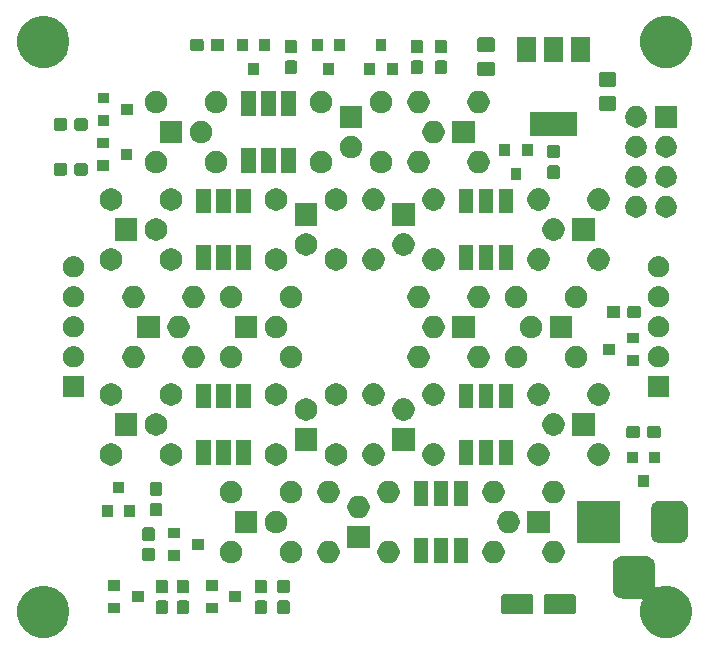
<source format=gbr>
G04 #@! TF.GenerationSoftware,KiCad,Pcbnew,5.1.5*
G04 #@! TF.CreationDate,2020-01-27T03:04:38+01:00*
G04 #@! TF.ProjectId,meshlight,6d657368-6c69-4676-9874-2e6b69636164,rev?*
G04 #@! TF.SameCoordinates,Original*
G04 #@! TF.FileFunction,Soldermask,Top*
G04 #@! TF.FilePolarity,Negative*
%FSLAX46Y46*%
G04 Gerber Fmt 4.6, Leading zero omitted, Abs format (unit mm)*
G04 Created by KiCad (PCBNEW 5.1.5) date 2020-01-27 03:04:38*
%MOMM*%
%LPD*%
G04 APERTURE LIST*
%ADD10C,0.100000*%
G04 APERTURE END LIST*
D10*
G36*
X174941366Y-106420695D02*
G01*
X175098460Y-106468349D01*
X175243231Y-106545731D01*
X175370128Y-106649872D01*
X175474269Y-106776769D01*
X175551651Y-106921540D01*
X175599305Y-107078634D01*
X175616000Y-107248140D01*
X175616000Y-108934171D01*
X175618402Y-108958557D01*
X175625515Y-108982006D01*
X175637066Y-109003617D01*
X175652611Y-109022559D01*
X175671553Y-109038104D01*
X175693164Y-109049655D01*
X175716613Y-109056768D01*
X175740999Y-109059170D01*
X175765385Y-109056768D01*
X175788834Y-109049655D01*
X175887993Y-109008582D01*
X176313219Y-108924000D01*
X176746781Y-108924000D01*
X177172007Y-109008582D01*
X177405987Y-109105500D01*
X177572565Y-109174499D01*
X177933056Y-109415371D01*
X178239629Y-109721944D01*
X178453891Y-110042611D01*
X178480502Y-110082437D01*
X178646418Y-110482993D01*
X178731000Y-110908219D01*
X178731000Y-111341781D01*
X178646418Y-111767007D01*
X178480502Y-112167563D01*
X178480501Y-112167565D01*
X178239629Y-112528056D01*
X177933056Y-112834629D01*
X177572565Y-113075501D01*
X177572564Y-113075502D01*
X177572563Y-113075502D01*
X177172007Y-113241418D01*
X176746781Y-113326000D01*
X176313219Y-113326000D01*
X175887993Y-113241418D01*
X175487437Y-113075502D01*
X175487436Y-113075502D01*
X175487435Y-113075501D01*
X175126944Y-112834629D01*
X174820371Y-112528056D01*
X174579499Y-112167565D01*
X174579498Y-112167563D01*
X174413582Y-111767007D01*
X174329000Y-111341781D01*
X174329000Y-110908219D01*
X174413582Y-110482993D01*
X174539569Y-110178834D01*
X174546682Y-110155385D01*
X174549084Y-110130999D01*
X174546682Y-110106613D01*
X174539569Y-110083164D01*
X174528018Y-110061553D01*
X174512473Y-110042611D01*
X174493531Y-110027066D01*
X174471920Y-110015515D01*
X174448471Y-110008402D01*
X174424085Y-110006000D01*
X172858140Y-110006000D01*
X172688634Y-109989305D01*
X172531540Y-109941651D01*
X172386769Y-109864269D01*
X172259872Y-109760128D01*
X172155731Y-109633231D01*
X172078349Y-109488460D01*
X172030695Y-109331366D01*
X172014000Y-109161860D01*
X172014000Y-107248140D01*
X172030695Y-107078634D01*
X172078349Y-106921540D01*
X172155731Y-106776769D01*
X172259872Y-106649872D01*
X172386769Y-106545731D01*
X172531540Y-106468349D01*
X172688634Y-106420695D01*
X172858140Y-106404000D01*
X174771860Y-106404000D01*
X174941366Y-106420695D01*
G37*
G36*
X124467007Y-109008582D02*
G01*
X124700987Y-109105500D01*
X124867565Y-109174499D01*
X125228056Y-109415371D01*
X125534629Y-109721944D01*
X125748891Y-110042611D01*
X125775502Y-110082437D01*
X125941418Y-110482993D01*
X126026000Y-110908219D01*
X126026000Y-111341781D01*
X125941418Y-111767007D01*
X125775502Y-112167563D01*
X125775501Y-112167565D01*
X125534629Y-112528056D01*
X125228056Y-112834629D01*
X124867565Y-113075501D01*
X124867564Y-113075502D01*
X124867563Y-113075502D01*
X124467007Y-113241418D01*
X124041781Y-113326000D01*
X123608219Y-113326000D01*
X123182993Y-113241418D01*
X122782437Y-113075502D01*
X122782436Y-113075502D01*
X122782435Y-113075501D01*
X122421944Y-112834629D01*
X122115371Y-112528056D01*
X121874499Y-112167565D01*
X121874498Y-112167563D01*
X121708582Y-111767007D01*
X121624000Y-111341781D01*
X121624000Y-110908219D01*
X121708582Y-110482993D01*
X121874498Y-110082437D01*
X121901109Y-110042611D01*
X122115371Y-109721944D01*
X122421944Y-109415371D01*
X122782435Y-109174499D01*
X122949013Y-109105500D01*
X123182993Y-109008582D01*
X123608219Y-108924000D01*
X124041781Y-108924000D01*
X124467007Y-109008582D01*
G37*
G36*
X165140997Y-109643051D02*
G01*
X165174652Y-109653261D01*
X165205665Y-109669838D01*
X165232851Y-109692149D01*
X165255162Y-109719335D01*
X165271739Y-109750348D01*
X165281949Y-109784003D01*
X165286000Y-109825138D01*
X165286000Y-111154862D01*
X165281949Y-111195997D01*
X165271739Y-111229652D01*
X165255162Y-111260665D01*
X165232851Y-111287851D01*
X165205665Y-111310162D01*
X165174652Y-111326739D01*
X165140997Y-111336949D01*
X165099862Y-111341000D01*
X162770138Y-111341000D01*
X162729003Y-111336949D01*
X162695348Y-111326739D01*
X162664335Y-111310162D01*
X162637149Y-111287851D01*
X162614838Y-111260665D01*
X162598261Y-111229652D01*
X162588051Y-111195997D01*
X162584000Y-111154862D01*
X162584000Y-109825138D01*
X162588051Y-109784003D01*
X162598261Y-109750348D01*
X162614838Y-109719335D01*
X162637149Y-109692149D01*
X162664335Y-109669838D01*
X162695348Y-109653261D01*
X162729003Y-109643051D01*
X162770138Y-109639000D01*
X165099862Y-109639000D01*
X165140997Y-109643051D01*
G37*
G36*
X168740997Y-109643051D02*
G01*
X168774652Y-109653261D01*
X168805665Y-109669838D01*
X168832851Y-109692149D01*
X168855162Y-109719335D01*
X168871739Y-109750348D01*
X168881949Y-109784003D01*
X168886000Y-109825138D01*
X168886000Y-111154862D01*
X168881949Y-111195997D01*
X168871739Y-111229652D01*
X168855162Y-111260665D01*
X168832851Y-111287851D01*
X168805665Y-111310162D01*
X168774652Y-111326739D01*
X168740997Y-111336949D01*
X168699862Y-111341000D01*
X166370138Y-111341000D01*
X166329003Y-111336949D01*
X166295348Y-111326739D01*
X166264335Y-111310162D01*
X166237149Y-111287851D01*
X166214838Y-111260665D01*
X166198261Y-111229652D01*
X166188051Y-111195997D01*
X166184000Y-111154862D01*
X166184000Y-109825138D01*
X166188051Y-109784003D01*
X166198261Y-109750348D01*
X166214838Y-109719335D01*
X166237149Y-109692149D01*
X166264335Y-109669838D01*
X166295348Y-109653261D01*
X166329003Y-109643051D01*
X166370138Y-109639000D01*
X168699862Y-109639000D01*
X168740997Y-109643051D01*
G37*
G36*
X136000499Y-110158445D02*
G01*
X136037995Y-110169820D01*
X136072554Y-110188292D01*
X136102847Y-110213153D01*
X136127708Y-110243446D01*
X136146180Y-110278005D01*
X136157555Y-110315501D01*
X136162000Y-110360638D01*
X136162000Y-111099362D01*
X136157555Y-111144499D01*
X136146180Y-111181995D01*
X136127708Y-111216554D01*
X136102847Y-111246847D01*
X136072554Y-111271708D01*
X136037995Y-111290180D01*
X136000499Y-111301555D01*
X135955362Y-111306000D01*
X135316638Y-111306000D01*
X135271501Y-111301555D01*
X135234005Y-111290180D01*
X135199446Y-111271708D01*
X135169153Y-111246847D01*
X135144292Y-111216554D01*
X135125820Y-111181995D01*
X135114445Y-111144499D01*
X135110000Y-111099362D01*
X135110000Y-110360638D01*
X135114445Y-110315501D01*
X135125820Y-110278005D01*
X135144292Y-110243446D01*
X135169153Y-110213153D01*
X135199446Y-110188292D01*
X135234005Y-110169820D01*
X135271501Y-110158445D01*
X135316638Y-110154000D01*
X135955362Y-110154000D01*
X136000499Y-110158445D01*
G37*
G36*
X144509499Y-110158445D02*
G01*
X144546995Y-110169820D01*
X144581554Y-110188292D01*
X144611847Y-110213153D01*
X144636708Y-110243446D01*
X144655180Y-110278005D01*
X144666555Y-110315501D01*
X144671000Y-110360638D01*
X144671000Y-111099362D01*
X144666555Y-111144499D01*
X144655180Y-111181995D01*
X144636708Y-111216554D01*
X144611847Y-111246847D01*
X144581554Y-111271708D01*
X144546995Y-111290180D01*
X144509499Y-111301555D01*
X144464362Y-111306000D01*
X143825638Y-111306000D01*
X143780501Y-111301555D01*
X143743005Y-111290180D01*
X143708446Y-111271708D01*
X143678153Y-111246847D01*
X143653292Y-111216554D01*
X143634820Y-111181995D01*
X143623445Y-111144499D01*
X143619000Y-111099362D01*
X143619000Y-110360638D01*
X143623445Y-110315501D01*
X143634820Y-110278005D01*
X143653292Y-110243446D01*
X143678153Y-110213153D01*
X143708446Y-110188292D01*
X143743005Y-110169820D01*
X143780501Y-110158445D01*
X143825638Y-110154000D01*
X144464362Y-110154000D01*
X144509499Y-110158445D01*
G37*
G36*
X134222499Y-110158445D02*
G01*
X134259995Y-110169820D01*
X134294554Y-110188292D01*
X134324847Y-110213153D01*
X134349708Y-110243446D01*
X134368180Y-110278005D01*
X134379555Y-110315501D01*
X134384000Y-110360638D01*
X134384000Y-111099362D01*
X134379555Y-111144499D01*
X134368180Y-111181995D01*
X134349708Y-111216554D01*
X134324847Y-111246847D01*
X134294554Y-111271708D01*
X134259995Y-111290180D01*
X134222499Y-111301555D01*
X134177362Y-111306000D01*
X133538638Y-111306000D01*
X133493501Y-111301555D01*
X133456005Y-111290180D01*
X133421446Y-111271708D01*
X133391153Y-111246847D01*
X133366292Y-111216554D01*
X133347820Y-111181995D01*
X133336445Y-111144499D01*
X133332000Y-111099362D01*
X133332000Y-110360638D01*
X133336445Y-110315501D01*
X133347820Y-110278005D01*
X133366292Y-110243446D01*
X133391153Y-110213153D01*
X133421446Y-110188292D01*
X133456005Y-110169820D01*
X133493501Y-110158445D01*
X133538638Y-110154000D01*
X134177362Y-110154000D01*
X134222499Y-110158445D01*
G37*
G36*
X142604499Y-110158445D02*
G01*
X142641995Y-110169820D01*
X142676554Y-110188292D01*
X142706847Y-110213153D01*
X142731708Y-110243446D01*
X142750180Y-110278005D01*
X142761555Y-110315501D01*
X142766000Y-110360638D01*
X142766000Y-111099362D01*
X142761555Y-111144499D01*
X142750180Y-111181995D01*
X142731708Y-111216554D01*
X142706847Y-111246847D01*
X142676554Y-111271708D01*
X142641995Y-111290180D01*
X142604499Y-111301555D01*
X142559362Y-111306000D01*
X141920638Y-111306000D01*
X141875501Y-111301555D01*
X141838005Y-111290180D01*
X141803446Y-111271708D01*
X141773153Y-111246847D01*
X141748292Y-111216554D01*
X141729820Y-111181995D01*
X141718445Y-111144499D01*
X141714000Y-111099362D01*
X141714000Y-110360638D01*
X141718445Y-110315501D01*
X141729820Y-110278005D01*
X141748292Y-110243446D01*
X141773153Y-110213153D01*
X141803446Y-110188292D01*
X141838005Y-110169820D01*
X141875501Y-110158445D01*
X141920638Y-110154000D01*
X142559362Y-110154000D01*
X142604499Y-110158445D01*
G37*
G36*
X138566000Y-111256000D02*
G01*
X137564000Y-111256000D01*
X137564000Y-110354000D01*
X138566000Y-110354000D01*
X138566000Y-111256000D01*
G37*
G36*
X130327000Y-111256000D02*
G01*
X129325000Y-111256000D01*
X129325000Y-110354000D01*
X130327000Y-110354000D01*
X130327000Y-111256000D01*
G37*
G36*
X132327000Y-110306000D02*
G01*
X131325000Y-110306000D01*
X131325000Y-109404000D01*
X132327000Y-109404000D01*
X132327000Y-110306000D01*
G37*
G36*
X140566000Y-110306000D02*
G01*
X139564000Y-110306000D01*
X139564000Y-109404000D01*
X140566000Y-109404000D01*
X140566000Y-110306000D01*
G37*
G36*
X134222499Y-108408445D02*
G01*
X134259995Y-108419820D01*
X134294554Y-108438292D01*
X134324847Y-108463153D01*
X134349708Y-108493446D01*
X134368180Y-108528005D01*
X134379555Y-108565501D01*
X134384000Y-108610638D01*
X134384000Y-109349362D01*
X134379555Y-109394499D01*
X134368180Y-109431995D01*
X134349708Y-109466554D01*
X134324847Y-109496847D01*
X134294554Y-109521708D01*
X134259995Y-109540180D01*
X134222499Y-109551555D01*
X134177362Y-109556000D01*
X133538638Y-109556000D01*
X133493501Y-109551555D01*
X133456005Y-109540180D01*
X133421446Y-109521708D01*
X133391153Y-109496847D01*
X133366292Y-109466554D01*
X133347820Y-109431995D01*
X133336445Y-109394499D01*
X133332000Y-109349362D01*
X133332000Y-108610638D01*
X133336445Y-108565501D01*
X133347820Y-108528005D01*
X133366292Y-108493446D01*
X133391153Y-108463153D01*
X133421446Y-108438292D01*
X133456005Y-108419820D01*
X133493501Y-108408445D01*
X133538638Y-108404000D01*
X134177362Y-108404000D01*
X134222499Y-108408445D01*
G37*
G36*
X144509499Y-108408445D02*
G01*
X144546995Y-108419820D01*
X144581554Y-108438292D01*
X144611847Y-108463153D01*
X144636708Y-108493446D01*
X144655180Y-108528005D01*
X144666555Y-108565501D01*
X144671000Y-108610638D01*
X144671000Y-109349362D01*
X144666555Y-109394499D01*
X144655180Y-109431995D01*
X144636708Y-109466554D01*
X144611847Y-109496847D01*
X144581554Y-109521708D01*
X144546995Y-109540180D01*
X144509499Y-109551555D01*
X144464362Y-109556000D01*
X143825638Y-109556000D01*
X143780501Y-109551555D01*
X143743005Y-109540180D01*
X143708446Y-109521708D01*
X143678153Y-109496847D01*
X143653292Y-109466554D01*
X143634820Y-109431995D01*
X143623445Y-109394499D01*
X143619000Y-109349362D01*
X143619000Y-108610638D01*
X143623445Y-108565501D01*
X143634820Y-108528005D01*
X143653292Y-108493446D01*
X143678153Y-108463153D01*
X143708446Y-108438292D01*
X143743005Y-108419820D01*
X143780501Y-108408445D01*
X143825638Y-108404000D01*
X144464362Y-108404000D01*
X144509499Y-108408445D01*
G37*
G36*
X136000499Y-108408445D02*
G01*
X136037995Y-108419820D01*
X136072554Y-108438292D01*
X136102847Y-108463153D01*
X136127708Y-108493446D01*
X136146180Y-108528005D01*
X136157555Y-108565501D01*
X136162000Y-108610638D01*
X136162000Y-109349362D01*
X136157555Y-109394499D01*
X136146180Y-109431995D01*
X136127708Y-109466554D01*
X136102847Y-109496847D01*
X136072554Y-109521708D01*
X136037995Y-109540180D01*
X136000499Y-109551555D01*
X135955362Y-109556000D01*
X135316638Y-109556000D01*
X135271501Y-109551555D01*
X135234005Y-109540180D01*
X135199446Y-109521708D01*
X135169153Y-109496847D01*
X135144292Y-109466554D01*
X135125820Y-109431995D01*
X135114445Y-109394499D01*
X135110000Y-109349362D01*
X135110000Y-108610638D01*
X135114445Y-108565501D01*
X135125820Y-108528005D01*
X135144292Y-108493446D01*
X135169153Y-108463153D01*
X135199446Y-108438292D01*
X135234005Y-108419820D01*
X135271501Y-108408445D01*
X135316638Y-108404000D01*
X135955362Y-108404000D01*
X136000499Y-108408445D01*
G37*
G36*
X142604499Y-108408445D02*
G01*
X142641995Y-108419820D01*
X142676554Y-108438292D01*
X142706847Y-108463153D01*
X142731708Y-108493446D01*
X142750180Y-108528005D01*
X142761555Y-108565501D01*
X142766000Y-108610638D01*
X142766000Y-109349362D01*
X142761555Y-109394499D01*
X142750180Y-109431995D01*
X142731708Y-109466554D01*
X142706847Y-109496847D01*
X142676554Y-109521708D01*
X142641995Y-109540180D01*
X142604499Y-109551555D01*
X142559362Y-109556000D01*
X141920638Y-109556000D01*
X141875501Y-109551555D01*
X141838005Y-109540180D01*
X141803446Y-109521708D01*
X141773153Y-109496847D01*
X141748292Y-109466554D01*
X141729820Y-109431995D01*
X141718445Y-109394499D01*
X141714000Y-109349362D01*
X141714000Y-108610638D01*
X141718445Y-108565501D01*
X141729820Y-108528005D01*
X141748292Y-108493446D01*
X141773153Y-108463153D01*
X141803446Y-108438292D01*
X141838005Y-108419820D01*
X141875501Y-108408445D01*
X141920638Y-108404000D01*
X142559362Y-108404000D01*
X142604499Y-108408445D01*
G37*
G36*
X138566000Y-109356000D02*
G01*
X137564000Y-109356000D01*
X137564000Y-108454000D01*
X138566000Y-108454000D01*
X138566000Y-109356000D01*
G37*
G36*
X130327000Y-109356000D02*
G01*
X129325000Y-109356000D01*
X129325000Y-108454000D01*
X130327000Y-108454000D01*
X130327000Y-109356000D01*
G37*
G36*
X162202395Y-105130546D02*
G01*
X162375466Y-105202234D01*
X162448698Y-105251166D01*
X162531227Y-105306310D01*
X162663690Y-105438773D01*
X162663691Y-105438775D01*
X162767766Y-105594534D01*
X162839454Y-105767605D01*
X162876000Y-105951333D01*
X162876000Y-106138667D01*
X162839454Y-106322395D01*
X162767766Y-106495466D01*
X162767765Y-106495467D01*
X162663690Y-106651227D01*
X162531227Y-106783690D01*
X162530809Y-106783969D01*
X162375466Y-106887766D01*
X162202395Y-106959454D01*
X162018667Y-106996000D01*
X161831333Y-106996000D01*
X161647605Y-106959454D01*
X161474534Y-106887766D01*
X161319191Y-106783969D01*
X161318773Y-106783690D01*
X161186310Y-106651227D01*
X161082235Y-106495467D01*
X161082234Y-106495466D01*
X161010546Y-106322395D01*
X160974000Y-106138667D01*
X160974000Y-105951333D01*
X161010546Y-105767605D01*
X161082234Y-105594534D01*
X161186309Y-105438775D01*
X161186310Y-105438773D01*
X161318773Y-105306310D01*
X161401302Y-105251166D01*
X161474534Y-105202234D01*
X161647605Y-105130546D01*
X161831333Y-105094000D01*
X162018667Y-105094000D01*
X162202395Y-105130546D01*
G37*
G36*
X167282395Y-105130546D02*
G01*
X167455466Y-105202234D01*
X167528698Y-105251166D01*
X167611227Y-105306310D01*
X167743690Y-105438773D01*
X167743691Y-105438775D01*
X167847766Y-105594534D01*
X167919454Y-105767605D01*
X167956000Y-105951333D01*
X167956000Y-106138667D01*
X167919454Y-106322395D01*
X167847766Y-106495466D01*
X167847765Y-106495467D01*
X167743690Y-106651227D01*
X167611227Y-106783690D01*
X167610809Y-106783969D01*
X167455466Y-106887766D01*
X167282395Y-106959454D01*
X167098667Y-106996000D01*
X166911333Y-106996000D01*
X166727605Y-106959454D01*
X166554534Y-106887766D01*
X166399191Y-106783969D01*
X166398773Y-106783690D01*
X166266310Y-106651227D01*
X166162235Y-106495467D01*
X166162234Y-106495466D01*
X166090546Y-106322395D01*
X166054000Y-106138667D01*
X166054000Y-105951333D01*
X166090546Y-105767605D01*
X166162234Y-105594534D01*
X166266309Y-105438775D01*
X166266310Y-105438773D01*
X166398773Y-105306310D01*
X166481302Y-105251166D01*
X166554534Y-105202234D01*
X166727605Y-105130546D01*
X166911333Y-105094000D01*
X167098667Y-105094000D01*
X167282395Y-105130546D01*
G37*
G36*
X148232395Y-105130546D02*
G01*
X148405466Y-105202234D01*
X148478698Y-105251166D01*
X148561227Y-105306310D01*
X148693690Y-105438773D01*
X148693691Y-105438775D01*
X148797766Y-105594534D01*
X148869454Y-105767605D01*
X148906000Y-105951333D01*
X148906000Y-106138667D01*
X148869454Y-106322395D01*
X148797766Y-106495466D01*
X148797765Y-106495467D01*
X148693690Y-106651227D01*
X148561227Y-106783690D01*
X148560809Y-106783969D01*
X148405466Y-106887766D01*
X148232395Y-106959454D01*
X148048667Y-106996000D01*
X147861333Y-106996000D01*
X147677605Y-106959454D01*
X147504534Y-106887766D01*
X147349191Y-106783969D01*
X147348773Y-106783690D01*
X147216310Y-106651227D01*
X147112235Y-106495467D01*
X147112234Y-106495466D01*
X147040546Y-106322395D01*
X147004000Y-106138667D01*
X147004000Y-105951333D01*
X147040546Y-105767605D01*
X147112234Y-105594534D01*
X147216309Y-105438775D01*
X147216310Y-105438773D01*
X147348773Y-105306310D01*
X147431302Y-105251166D01*
X147504534Y-105202234D01*
X147677605Y-105130546D01*
X147861333Y-105094000D01*
X148048667Y-105094000D01*
X148232395Y-105130546D01*
G37*
G36*
X153312395Y-105130546D02*
G01*
X153485466Y-105202234D01*
X153558698Y-105251166D01*
X153641227Y-105306310D01*
X153773690Y-105438773D01*
X153773691Y-105438775D01*
X153877766Y-105594534D01*
X153949454Y-105767605D01*
X153986000Y-105951333D01*
X153986000Y-106138667D01*
X153949454Y-106322395D01*
X153877766Y-106495466D01*
X153877765Y-106495467D01*
X153773690Y-106651227D01*
X153641227Y-106783690D01*
X153640809Y-106783969D01*
X153485466Y-106887766D01*
X153312395Y-106959454D01*
X153128667Y-106996000D01*
X152941333Y-106996000D01*
X152757605Y-106959454D01*
X152584534Y-106887766D01*
X152429191Y-106783969D01*
X152428773Y-106783690D01*
X152296310Y-106651227D01*
X152192235Y-106495467D01*
X152192234Y-106495466D01*
X152120546Y-106322395D01*
X152084000Y-106138667D01*
X152084000Y-105951333D01*
X152120546Y-105767605D01*
X152192234Y-105594534D01*
X152296309Y-105438775D01*
X152296310Y-105438773D01*
X152428773Y-105306310D01*
X152511302Y-105251166D01*
X152584534Y-105202234D01*
X152757605Y-105130546D01*
X152941333Y-105094000D01*
X153128667Y-105094000D01*
X153312395Y-105130546D01*
G37*
G36*
X145057395Y-105130546D02*
G01*
X145230466Y-105202234D01*
X145303698Y-105251166D01*
X145386227Y-105306310D01*
X145518690Y-105438773D01*
X145518691Y-105438775D01*
X145622766Y-105594534D01*
X145694454Y-105767605D01*
X145731000Y-105951333D01*
X145731000Y-106138667D01*
X145694454Y-106322395D01*
X145622766Y-106495466D01*
X145622765Y-106495467D01*
X145518690Y-106651227D01*
X145386227Y-106783690D01*
X145385809Y-106783969D01*
X145230466Y-106887766D01*
X145057395Y-106959454D01*
X144873667Y-106996000D01*
X144686333Y-106996000D01*
X144502605Y-106959454D01*
X144329534Y-106887766D01*
X144174191Y-106783969D01*
X144173773Y-106783690D01*
X144041310Y-106651227D01*
X143937235Y-106495467D01*
X143937234Y-106495466D01*
X143865546Y-106322395D01*
X143829000Y-106138667D01*
X143829000Y-105951333D01*
X143865546Y-105767605D01*
X143937234Y-105594534D01*
X144041309Y-105438775D01*
X144041310Y-105438773D01*
X144173773Y-105306310D01*
X144256302Y-105251166D01*
X144329534Y-105202234D01*
X144502605Y-105130546D01*
X144686333Y-105094000D01*
X144873667Y-105094000D01*
X145057395Y-105130546D01*
G37*
G36*
X139977395Y-105130546D02*
G01*
X140150466Y-105202234D01*
X140223698Y-105251166D01*
X140306227Y-105306310D01*
X140438690Y-105438773D01*
X140438691Y-105438775D01*
X140542766Y-105594534D01*
X140614454Y-105767605D01*
X140651000Y-105951333D01*
X140651000Y-106138667D01*
X140614454Y-106322395D01*
X140542766Y-106495466D01*
X140542765Y-106495467D01*
X140438690Y-106651227D01*
X140306227Y-106783690D01*
X140305809Y-106783969D01*
X140150466Y-106887766D01*
X139977395Y-106959454D01*
X139793667Y-106996000D01*
X139606333Y-106996000D01*
X139422605Y-106959454D01*
X139249534Y-106887766D01*
X139094191Y-106783969D01*
X139093773Y-106783690D01*
X138961310Y-106651227D01*
X138857235Y-106495467D01*
X138857234Y-106495466D01*
X138785546Y-106322395D01*
X138749000Y-106138667D01*
X138749000Y-105951333D01*
X138785546Y-105767605D01*
X138857234Y-105594534D01*
X138961309Y-105438775D01*
X138961310Y-105438773D01*
X139093773Y-105306310D01*
X139176302Y-105251166D01*
X139249534Y-105202234D01*
X139422605Y-105130546D01*
X139606333Y-105094000D01*
X139793667Y-105094000D01*
X139977395Y-105130546D01*
G37*
G36*
X159781000Y-106956000D02*
G01*
X158579000Y-106956000D01*
X158579000Y-104854000D01*
X159781000Y-104854000D01*
X159781000Y-106956000D01*
G37*
G36*
X158081000Y-106956000D02*
G01*
X156879000Y-106956000D01*
X156879000Y-104854000D01*
X158081000Y-104854000D01*
X158081000Y-106956000D01*
G37*
G36*
X156381000Y-106956000D02*
G01*
X155179000Y-106956000D01*
X155179000Y-104854000D01*
X156381000Y-104854000D01*
X156381000Y-106956000D01*
G37*
G36*
X133079499Y-105713445D02*
G01*
X133116995Y-105724820D01*
X133151554Y-105743292D01*
X133181847Y-105768153D01*
X133206708Y-105798446D01*
X133225180Y-105833005D01*
X133236555Y-105870501D01*
X133241000Y-105915638D01*
X133241000Y-106654362D01*
X133236555Y-106699499D01*
X133225180Y-106736995D01*
X133206708Y-106771554D01*
X133181847Y-106801847D01*
X133151554Y-106826708D01*
X133116995Y-106845180D01*
X133079499Y-106856555D01*
X133034362Y-106861000D01*
X132395638Y-106861000D01*
X132350501Y-106856555D01*
X132313005Y-106845180D01*
X132278446Y-106826708D01*
X132248153Y-106801847D01*
X132223292Y-106771554D01*
X132204820Y-106736995D01*
X132193445Y-106699499D01*
X132189000Y-106654362D01*
X132189000Y-105915638D01*
X132193445Y-105870501D01*
X132204820Y-105833005D01*
X132223292Y-105798446D01*
X132248153Y-105768153D01*
X132278446Y-105743292D01*
X132313005Y-105724820D01*
X132350501Y-105713445D01*
X132395638Y-105709000D01*
X133034362Y-105709000D01*
X133079499Y-105713445D01*
G37*
G36*
X135391000Y-106811000D02*
G01*
X134389000Y-106811000D01*
X134389000Y-105909000D01*
X135391000Y-105909000D01*
X135391000Y-106811000D01*
G37*
G36*
X137391000Y-105861000D02*
G01*
X136389000Y-105861000D01*
X136389000Y-104959000D01*
X137391000Y-104959000D01*
X137391000Y-105861000D01*
G37*
G36*
X151446000Y-105726000D02*
G01*
X149544000Y-105726000D01*
X149544000Y-103824000D01*
X151446000Y-103824000D01*
X151446000Y-105726000D01*
G37*
G36*
X172616000Y-105306000D02*
G01*
X169014000Y-105306000D01*
X169014000Y-101704000D01*
X172616000Y-101704000D01*
X172616000Y-105306000D01*
G37*
G36*
X177791979Y-101718293D02*
G01*
X177925625Y-101758834D01*
X178048784Y-101824664D01*
X178156740Y-101913260D01*
X178245336Y-102021216D01*
X178311166Y-102144375D01*
X178351707Y-102278021D01*
X178366000Y-102423140D01*
X178366000Y-104586860D01*
X178351707Y-104731979D01*
X178311166Y-104865625D01*
X178245336Y-104988784D01*
X178156740Y-105096740D01*
X178048784Y-105185336D01*
X177925625Y-105251166D01*
X177791979Y-105291707D01*
X177646860Y-105306000D01*
X175983140Y-105306000D01*
X175838021Y-105291707D01*
X175704375Y-105251166D01*
X175581216Y-105185336D01*
X175473260Y-105096740D01*
X175384664Y-104988784D01*
X175318834Y-104865625D01*
X175278293Y-104731979D01*
X175264000Y-104586860D01*
X175264000Y-102423140D01*
X175278293Y-102278021D01*
X175318834Y-102144375D01*
X175384664Y-102021216D01*
X175473260Y-101913260D01*
X175581216Y-101824664D01*
X175704375Y-101758834D01*
X175838021Y-101718293D01*
X175983140Y-101704000D01*
X177646860Y-101704000D01*
X177791979Y-101718293D01*
G37*
G36*
X133079499Y-103963445D02*
G01*
X133116995Y-103974820D01*
X133151554Y-103993292D01*
X133181847Y-104018153D01*
X133206708Y-104048446D01*
X133225180Y-104083005D01*
X133236555Y-104120501D01*
X133241000Y-104165638D01*
X133241000Y-104904362D01*
X133236555Y-104949499D01*
X133225180Y-104986995D01*
X133206708Y-105021554D01*
X133181847Y-105051847D01*
X133151554Y-105076708D01*
X133116995Y-105095180D01*
X133079499Y-105106555D01*
X133034362Y-105111000D01*
X132395638Y-105111000D01*
X132350501Y-105106555D01*
X132313005Y-105095180D01*
X132278446Y-105076708D01*
X132248153Y-105051847D01*
X132223292Y-105021554D01*
X132204820Y-104986995D01*
X132193445Y-104949499D01*
X132189000Y-104904362D01*
X132189000Y-104165638D01*
X132193445Y-104120501D01*
X132204820Y-104083005D01*
X132223292Y-104048446D01*
X132248153Y-104018153D01*
X132278446Y-103993292D01*
X132313005Y-103974820D01*
X132350501Y-103963445D01*
X132395638Y-103959000D01*
X133034362Y-103959000D01*
X133079499Y-103963445D01*
G37*
G36*
X135391000Y-104911000D02*
G01*
X134389000Y-104911000D01*
X134389000Y-104009000D01*
X135391000Y-104009000D01*
X135391000Y-104911000D01*
G37*
G36*
X163472395Y-102590546D02*
G01*
X163645466Y-102662234D01*
X163722818Y-102713919D01*
X163801227Y-102766310D01*
X163933690Y-102898773D01*
X163975639Y-102961554D01*
X164037766Y-103054534D01*
X164109454Y-103227605D01*
X164146000Y-103411333D01*
X164146000Y-103598667D01*
X164109454Y-103782395D01*
X164037766Y-103955466D01*
X164012491Y-103993292D01*
X163933690Y-104111227D01*
X163801227Y-104243690D01*
X163722818Y-104296081D01*
X163645466Y-104347766D01*
X163472395Y-104419454D01*
X163288667Y-104456000D01*
X163101333Y-104456000D01*
X162917605Y-104419454D01*
X162744534Y-104347766D01*
X162667182Y-104296081D01*
X162588773Y-104243690D01*
X162456310Y-104111227D01*
X162377509Y-103993292D01*
X162352234Y-103955466D01*
X162280546Y-103782395D01*
X162244000Y-103598667D01*
X162244000Y-103411333D01*
X162280546Y-103227605D01*
X162352234Y-103054534D01*
X162414361Y-102961554D01*
X162456310Y-102898773D01*
X162588773Y-102766310D01*
X162667182Y-102713919D01*
X162744534Y-102662234D01*
X162917605Y-102590546D01*
X163101333Y-102554000D01*
X163288667Y-102554000D01*
X163472395Y-102590546D01*
G37*
G36*
X166686000Y-104456000D02*
G01*
X164784000Y-104456000D01*
X164784000Y-102554000D01*
X166686000Y-102554000D01*
X166686000Y-104456000D01*
G37*
G36*
X143787395Y-102590546D02*
G01*
X143960466Y-102662234D01*
X144037818Y-102713919D01*
X144116227Y-102766310D01*
X144248690Y-102898773D01*
X144290639Y-102961554D01*
X144352766Y-103054534D01*
X144424454Y-103227605D01*
X144461000Y-103411333D01*
X144461000Y-103598667D01*
X144424454Y-103782395D01*
X144352766Y-103955466D01*
X144327491Y-103993292D01*
X144248690Y-104111227D01*
X144116227Y-104243690D01*
X144037818Y-104296081D01*
X143960466Y-104347766D01*
X143787395Y-104419454D01*
X143603667Y-104456000D01*
X143416333Y-104456000D01*
X143232605Y-104419454D01*
X143059534Y-104347766D01*
X142982182Y-104296081D01*
X142903773Y-104243690D01*
X142771310Y-104111227D01*
X142692509Y-103993292D01*
X142667234Y-103955466D01*
X142595546Y-103782395D01*
X142559000Y-103598667D01*
X142559000Y-103411333D01*
X142595546Y-103227605D01*
X142667234Y-103054534D01*
X142729361Y-102961554D01*
X142771310Y-102898773D01*
X142903773Y-102766310D01*
X142982182Y-102713919D01*
X143059534Y-102662234D01*
X143232605Y-102590546D01*
X143416333Y-102554000D01*
X143603667Y-102554000D01*
X143787395Y-102590546D01*
G37*
G36*
X141921000Y-104456000D02*
G01*
X140019000Y-104456000D01*
X140019000Y-102554000D01*
X141921000Y-102554000D01*
X141921000Y-104456000D01*
G37*
G36*
X150772395Y-101320546D02*
G01*
X150945466Y-101392234D01*
X151022818Y-101443919D01*
X151101227Y-101496310D01*
X151233690Y-101628773D01*
X151233691Y-101628775D01*
X151337766Y-101784534D01*
X151409454Y-101957605D01*
X151446000Y-102141333D01*
X151446000Y-102328667D01*
X151409454Y-102512395D01*
X151337766Y-102685466D01*
X151337765Y-102685467D01*
X151233690Y-102841227D01*
X151101227Y-102973690D01*
X151100809Y-102973969D01*
X150945466Y-103077766D01*
X150772395Y-103149454D01*
X150588667Y-103186000D01*
X150401333Y-103186000D01*
X150217605Y-103149454D01*
X150044534Y-103077766D01*
X149889191Y-102973969D01*
X149888773Y-102973690D01*
X149756310Y-102841227D01*
X149652235Y-102685467D01*
X149652234Y-102685466D01*
X149580546Y-102512395D01*
X149544000Y-102328667D01*
X149544000Y-102141333D01*
X149580546Y-101957605D01*
X149652234Y-101784534D01*
X149756309Y-101628775D01*
X149756310Y-101628773D01*
X149888773Y-101496310D01*
X149967182Y-101443919D01*
X150044534Y-101392234D01*
X150217605Y-101320546D01*
X150401333Y-101284000D01*
X150588667Y-101284000D01*
X150772395Y-101320546D01*
G37*
G36*
X131576000Y-103101000D02*
G01*
X130674000Y-103101000D01*
X130674000Y-102099000D01*
X131576000Y-102099000D01*
X131576000Y-103101000D01*
G37*
G36*
X129676000Y-103101000D02*
G01*
X128774000Y-103101000D01*
X128774000Y-102099000D01*
X129676000Y-102099000D01*
X129676000Y-103101000D01*
G37*
G36*
X133714499Y-101903445D02*
G01*
X133751995Y-101914820D01*
X133786554Y-101933292D01*
X133816847Y-101958153D01*
X133841708Y-101988446D01*
X133860180Y-102023005D01*
X133871555Y-102060501D01*
X133876000Y-102105638D01*
X133876000Y-102844362D01*
X133871555Y-102889499D01*
X133860180Y-102926995D01*
X133841708Y-102961554D01*
X133816847Y-102991847D01*
X133786554Y-103016708D01*
X133751995Y-103035180D01*
X133714499Y-103046555D01*
X133669362Y-103051000D01*
X133030638Y-103051000D01*
X132985501Y-103046555D01*
X132948005Y-103035180D01*
X132913446Y-103016708D01*
X132883153Y-102991847D01*
X132858292Y-102961554D01*
X132839820Y-102926995D01*
X132828445Y-102889499D01*
X132824000Y-102844362D01*
X132824000Y-102105638D01*
X132828445Y-102060501D01*
X132839820Y-102023005D01*
X132858292Y-101988446D01*
X132883153Y-101958153D01*
X132913446Y-101933292D01*
X132948005Y-101914820D01*
X132985501Y-101903445D01*
X133030638Y-101899000D01*
X133669362Y-101899000D01*
X133714499Y-101903445D01*
G37*
G36*
X159781000Y-102156000D02*
G01*
X158579000Y-102156000D01*
X158579000Y-100054000D01*
X159781000Y-100054000D01*
X159781000Y-102156000D01*
G37*
G36*
X156381000Y-102156000D02*
G01*
X155179000Y-102156000D01*
X155179000Y-100054000D01*
X156381000Y-100054000D01*
X156381000Y-102156000D01*
G37*
G36*
X158081000Y-102156000D02*
G01*
X156879000Y-102156000D01*
X156879000Y-100054000D01*
X158081000Y-100054000D01*
X158081000Y-102156000D01*
G37*
G36*
X148232395Y-100050546D02*
G01*
X148405466Y-100122234D01*
X148405467Y-100122235D01*
X148561227Y-100226310D01*
X148693690Y-100358773D01*
X148729255Y-100412000D01*
X148797766Y-100514534D01*
X148869454Y-100687605D01*
X148906000Y-100871333D01*
X148906000Y-101058667D01*
X148869454Y-101242395D01*
X148797766Y-101415466D01*
X148797765Y-101415467D01*
X148693690Y-101571227D01*
X148561227Y-101703690D01*
X148560763Y-101704000D01*
X148405466Y-101807766D01*
X148232395Y-101879454D01*
X148048667Y-101916000D01*
X147861333Y-101916000D01*
X147677605Y-101879454D01*
X147504534Y-101807766D01*
X147349237Y-101704000D01*
X147348773Y-101703690D01*
X147216310Y-101571227D01*
X147112235Y-101415467D01*
X147112234Y-101415466D01*
X147040546Y-101242395D01*
X147004000Y-101058667D01*
X147004000Y-100871333D01*
X147040546Y-100687605D01*
X147112234Y-100514534D01*
X147180745Y-100412000D01*
X147216310Y-100358773D01*
X147348773Y-100226310D01*
X147504533Y-100122235D01*
X147504534Y-100122234D01*
X147677605Y-100050546D01*
X147861333Y-100014000D01*
X148048667Y-100014000D01*
X148232395Y-100050546D01*
G37*
G36*
X162202395Y-100050546D02*
G01*
X162375466Y-100122234D01*
X162375467Y-100122235D01*
X162531227Y-100226310D01*
X162663690Y-100358773D01*
X162699255Y-100412000D01*
X162767766Y-100514534D01*
X162839454Y-100687605D01*
X162876000Y-100871333D01*
X162876000Y-101058667D01*
X162839454Y-101242395D01*
X162767766Y-101415466D01*
X162767765Y-101415467D01*
X162663690Y-101571227D01*
X162531227Y-101703690D01*
X162530763Y-101704000D01*
X162375466Y-101807766D01*
X162202395Y-101879454D01*
X162018667Y-101916000D01*
X161831333Y-101916000D01*
X161647605Y-101879454D01*
X161474534Y-101807766D01*
X161319237Y-101704000D01*
X161318773Y-101703690D01*
X161186310Y-101571227D01*
X161082235Y-101415467D01*
X161082234Y-101415466D01*
X161010546Y-101242395D01*
X160974000Y-101058667D01*
X160974000Y-100871333D01*
X161010546Y-100687605D01*
X161082234Y-100514534D01*
X161150745Y-100412000D01*
X161186310Y-100358773D01*
X161318773Y-100226310D01*
X161474533Y-100122235D01*
X161474534Y-100122234D01*
X161647605Y-100050546D01*
X161831333Y-100014000D01*
X162018667Y-100014000D01*
X162202395Y-100050546D01*
G37*
G36*
X167282395Y-100050546D02*
G01*
X167455466Y-100122234D01*
X167455467Y-100122235D01*
X167611227Y-100226310D01*
X167743690Y-100358773D01*
X167779255Y-100412000D01*
X167847766Y-100514534D01*
X167919454Y-100687605D01*
X167956000Y-100871333D01*
X167956000Y-101058667D01*
X167919454Y-101242395D01*
X167847766Y-101415466D01*
X167847765Y-101415467D01*
X167743690Y-101571227D01*
X167611227Y-101703690D01*
X167610763Y-101704000D01*
X167455466Y-101807766D01*
X167282395Y-101879454D01*
X167098667Y-101916000D01*
X166911333Y-101916000D01*
X166727605Y-101879454D01*
X166554534Y-101807766D01*
X166399237Y-101704000D01*
X166398773Y-101703690D01*
X166266310Y-101571227D01*
X166162235Y-101415467D01*
X166162234Y-101415466D01*
X166090546Y-101242395D01*
X166054000Y-101058667D01*
X166054000Y-100871333D01*
X166090546Y-100687605D01*
X166162234Y-100514534D01*
X166230745Y-100412000D01*
X166266310Y-100358773D01*
X166398773Y-100226310D01*
X166554533Y-100122235D01*
X166554534Y-100122234D01*
X166727605Y-100050546D01*
X166911333Y-100014000D01*
X167098667Y-100014000D01*
X167282395Y-100050546D01*
G37*
G36*
X153312395Y-100050546D02*
G01*
X153485466Y-100122234D01*
X153485467Y-100122235D01*
X153641227Y-100226310D01*
X153773690Y-100358773D01*
X153809255Y-100412000D01*
X153877766Y-100514534D01*
X153949454Y-100687605D01*
X153986000Y-100871333D01*
X153986000Y-101058667D01*
X153949454Y-101242395D01*
X153877766Y-101415466D01*
X153877765Y-101415467D01*
X153773690Y-101571227D01*
X153641227Y-101703690D01*
X153640763Y-101704000D01*
X153485466Y-101807766D01*
X153312395Y-101879454D01*
X153128667Y-101916000D01*
X152941333Y-101916000D01*
X152757605Y-101879454D01*
X152584534Y-101807766D01*
X152429237Y-101704000D01*
X152428773Y-101703690D01*
X152296310Y-101571227D01*
X152192235Y-101415467D01*
X152192234Y-101415466D01*
X152120546Y-101242395D01*
X152084000Y-101058667D01*
X152084000Y-100871333D01*
X152120546Y-100687605D01*
X152192234Y-100514534D01*
X152260745Y-100412000D01*
X152296310Y-100358773D01*
X152428773Y-100226310D01*
X152584533Y-100122235D01*
X152584534Y-100122234D01*
X152757605Y-100050546D01*
X152941333Y-100014000D01*
X153128667Y-100014000D01*
X153312395Y-100050546D01*
G37*
G36*
X145057395Y-100050546D02*
G01*
X145230466Y-100122234D01*
X145230467Y-100122235D01*
X145386227Y-100226310D01*
X145518690Y-100358773D01*
X145554255Y-100412000D01*
X145622766Y-100514534D01*
X145694454Y-100687605D01*
X145731000Y-100871333D01*
X145731000Y-101058667D01*
X145694454Y-101242395D01*
X145622766Y-101415466D01*
X145622765Y-101415467D01*
X145518690Y-101571227D01*
X145386227Y-101703690D01*
X145385763Y-101704000D01*
X145230466Y-101807766D01*
X145057395Y-101879454D01*
X144873667Y-101916000D01*
X144686333Y-101916000D01*
X144502605Y-101879454D01*
X144329534Y-101807766D01*
X144174237Y-101704000D01*
X144173773Y-101703690D01*
X144041310Y-101571227D01*
X143937235Y-101415467D01*
X143937234Y-101415466D01*
X143865546Y-101242395D01*
X143829000Y-101058667D01*
X143829000Y-100871333D01*
X143865546Y-100687605D01*
X143937234Y-100514534D01*
X144005745Y-100412000D01*
X144041310Y-100358773D01*
X144173773Y-100226310D01*
X144329533Y-100122235D01*
X144329534Y-100122234D01*
X144502605Y-100050546D01*
X144686333Y-100014000D01*
X144873667Y-100014000D01*
X145057395Y-100050546D01*
G37*
G36*
X139977395Y-100050546D02*
G01*
X140150466Y-100122234D01*
X140150467Y-100122235D01*
X140306227Y-100226310D01*
X140438690Y-100358773D01*
X140474255Y-100412000D01*
X140542766Y-100514534D01*
X140614454Y-100687605D01*
X140651000Y-100871333D01*
X140651000Y-101058667D01*
X140614454Y-101242395D01*
X140542766Y-101415466D01*
X140542765Y-101415467D01*
X140438690Y-101571227D01*
X140306227Y-101703690D01*
X140305763Y-101704000D01*
X140150466Y-101807766D01*
X139977395Y-101879454D01*
X139793667Y-101916000D01*
X139606333Y-101916000D01*
X139422605Y-101879454D01*
X139249534Y-101807766D01*
X139094237Y-101704000D01*
X139093773Y-101703690D01*
X138961310Y-101571227D01*
X138857235Y-101415467D01*
X138857234Y-101415466D01*
X138785546Y-101242395D01*
X138749000Y-101058667D01*
X138749000Y-100871333D01*
X138785546Y-100687605D01*
X138857234Y-100514534D01*
X138925745Y-100412000D01*
X138961310Y-100358773D01*
X139093773Y-100226310D01*
X139249533Y-100122235D01*
X139249534Y-100122234D01*
X139422605Y-100050546D01*
X139606333Y-100014000D01*
X139793667Y-100014000D01*
X139977395Y-100050546D01*
G37*
G36*
X133714499Y-100153445D02*
G01*
X133751995Y-100164820D01*
X133786554Y-100183292D01*
X133816847Y-100208153D01*
X133841708Y-100238446D01*
X133860180Y-100273005D01*
X133871555Y-100310501D01*
X133876000Y-100355638D01*
X133876000Y-101094362D01*
X133871555Y-101139499D01*
X133860180Y-101176995D01*
X133841708Y-101211554D01*
X133816847Y-101241847D01*
X133786554Y-101266708D01*
X133751995Y-101285180D01*
X133714499Y-101296555D01*
X133669362Y-101301000D01*
X133030638Y-101301000D01*
X132985501Y-101296555D01*
X132948005Y-101285180D01*
X132913446Y-101266708D01*
X132883153Y-101241847D01*
X132858292Y-101211554D01*
X132839820Y-101176995D01*
X132828445Y-101139499D01*
X132824000Y-101094362D01*
X132824000Y-100355638D01*
X132828445Y-100310501D01*
X132839820Y-100273005D01*
X132858292Y-100238446D01*
X132883153Y-100208153D01*
X132913446Y-100183292D01*
X132948005Y-100164820D01*
X132985501Y-100153445D01*
X133030638Y-100149000D01*
X133669362Y-100149000D01*
X133714499Y-100153445D01*
G37*
G36*
X130626000Y-101101000D02*
G01*
X129724000Y-101101000D01*
X129724000Y-100099000D01*
X130626000Y-100099000D01*
X130626000Y-101101000D01*
G37*
G36*
X175076000Y-100561000D02*
G01*
X174174000Y-100561000D01*
X174174000Y-99559000D01*
X175076000Y-99559000D01*
X175076000Y-100561000D01*
G37*
G36*
X171092395Y-96875546D02*
G01*
X171265466Y-96947234D01*
X171265467Y-96947235D01*
X171421227Y-97051310D01*
X171553690Y-97183773D01*
X171553691Y-97183775D01*
X171657766Y-97339534D01*
X171729454Y-97512605D01*
X171766000Y-97696333D01*
X171766000Y-97883667D01*
X171729454Y-98067395D01*
X171657766Y-98240466D01*
X171657765Y-98240467D01*
X171553690Y-98396227D01*
X171421227Y-98528690D01*
X171372871Y-98561000D01*
X171265466Y-98632766D01*
X171092395Y-98704454D01*
X170908667Y-98741000D01*
X170721333Y-98741000D01*
X170537605Y-98704454D01*
X170364534Y-98632766D01*
X170257129Y-98561000D01*
X170208773Y-98528690D01*
X170076310Y-98396227D01*
X169972235Y-98240467D01*
X169972234Y-98240466D01*
X169900546Y-98067395D01*
X169864000Y-97883667D01*
X169864000Y-97696333D01*
X169900546Y-97512605D01*
X169972234Y-97339534D01*
X170076309Y-97183775D01*
X170076310Y-97183773D01*
X170208773Y-97051310D01*
X170364533Y-96947235D01*
X170364534Y-96947234D01*
X170537605Y-96875546D01*
X170721333Y-96839000D01*
X170908667Y-96839000D01*
X171092395Y-96875546D01*
G37*
G36*
X143787395Y-96875546D02*
G01*
X143960466Y-96947234D01*
X143960467Y-96947235D01*
X144116227Y-97051310D01*
X144248690Y-97183773D01*
X144248691Y-97183775D01*
X144352766Y-97339534D01*
X144424454Y-97512605D01*
X144461000Y-97696333D01*
X144461000Y-97883667D01*
X144424454Y-98067395D01*
X144352766Y-98240466D01*
X144352765Y-98240467D01*
X144248690Y-98396227D01*
X144116227Y-98528690D01*
X144067871Y-98561000D01*
X143960466Y-98632766D01*
X143787395Y-98704454D01*
X143603667Y-98741000D01*
X143416333Y-98741000D01*
X143232605Y-98704454D01*
X143059534Y-98632766D01*
X142952129Y-98561000D01*
X142903773Y-98528690D01*
X142771310Y-98396227D01*
X142667235Y-98240467D01*
X142667234Y-98240466D01*
X142595546Y-98067395D01*
X142559000Y-97883667D01*
X142559000Y-97696333D01*
X142595546Y-97512605D01*
X142667234Y-97339534D01*
X142771309Y-97183775D01*
X142771310Y-97183773D01*
X142903773Y-97051310D01*
X143059533Y-96947235D01*
X143059534Y-96947234D01*
X143232605Y-96875546D01*
X143416333Y-96839000D01*
X143603667Y-96839000D01*
X143787395Y-96875546D01*
G37*
G36*
X148867395Y-96875546D02*
G01*
X149040466Y-96947234D01*
X149040467Y-96947235D01*
X149196227Y-97051310D01*
X149328690Y-97183773D01*
X149328691Y-97183775D01*
X149432766Y-97339534D01*
X149504454Y-97512605D01*
X149541000Y-97696333D01*
X149541000Y-97883667D01*
X149504454Y-98067395D01*
X149432766Y-98240466D01*
X149432765Y-98240467D01*
X149328690Y-98396227D01*
X149196227Y-98528690D01*
X149147871Y-98561000D01*
X149040466Y-98632766D01*
X148867395Y-98704454D01*
X148683667Y-98741000D01*
X148496333Y-98741000D01*
X148312605Y-98704454D01*
X148139534Y-98632766D01*
X148032129Y-98561000D01*
X147983773Y-98528690D01*
X147851310Y-98396227D01*
X147747235Y-98240467D01*
X147747234Y-98240466D01*
X147675546Y-98067395D01*
X147639000Y-97883667D01*
X147639000Y-97696333D01*
X147675546Y-97512605D01*
X147747234Y-97339534D01*
X147851309Y-97183775D01*
X147851310Y-97183773D01*
X147983773Y-97051310D01*
X148139533Y-96947235D01*
X148139534Y-96947234D01*
X148312605Y-96875546D01*
X148496333Y-96839000D01*
X148683667Y-96839000D01*
X148867395Y-96875546D01*
G37*
G36*
X166012395Y-96875546D02*
G01*
X166185466Y-96947234D01*
X166185467Y-96947235D01*
X166341227Y-97051310D01*
X166473690Y-97183773D01*
X166473691Y-97183775D01*
X166577766Y-97339534D01*
X166649454Y-97512605D01*
X166686000Y-97696333D01*
X166686000Y-97883667D01*
X166649454Y-98067395D01*
X166577766Y-98240466D01*
X166577765Y-98240467D01*
X166473690Y-98396227D01*
X166341227Y-98528690D01*
X166292871Y-98561000D01*
X166185466Y-98632766D01*
X166012395Y-98704454D01*
X165828667Y-98741000D01*
X165641333Y-98741000D01*
X165457605Y-98704454D01*
X165284534Y-98632766D01*
X165177129Y-98561000D01*
X165128773Y-98528690D01*
X164996310Y-98396227D01*
X164892235Y-98240467D01*
X164892234Y-98240466D01*
X164820546Y-98067395D01*
X164784000Y-97883667D01*
X164784000Y-97696333D01*
X164820546Y-97512605D01*
X164892234Y-97339534D01*
X164996309Y-97183775D01*
X164996310Y-97183773D01*
X165128773Y-97051310D01*
X165284533Y-96947235D01*
X165284534Y-96947234D01*
X165457605Y-96875546D01*
X165641333Y-96839000D01*
X165828667Y-96839000D01*
X166012395Y-96875546D01*
G37*
G36*
X152042395Y-96875546D02*
G01*
X152215466Y-96947234D01*
X152215467Y-96947235D01*
X152371227Y-97051310D01*
X152503690Y-97183773D01*
X152503691Y-97183775D01*
X152607766Y-97339534D01*
X152679454Y-97512605D01*
X152716000Y-97696333D01*
X152716000Y-97883667D01*
X152679454Y-98067395D01*
X152607766Y-98240466D01*
X152607765Y-98240467D01*
X152503690Y-98396227D01*
X152371227Y-98528690D01*
X152322871Y-98561000D01*
X152215466Y-98632766D01*
X152042395Y-98704454D01*
X151858667Y-98741000D01*
X151671333Y-98741000D01*
X151487605Y-98704454D01*
X151314534Y-98632766D01*
X151207129Y-98561000D01*
X151158773Y-98528690D01*
X151026310Y-98396227D01*
X150922235Y-98240467D01*
X150922234Y-98240466D01*
X150850546Y-98067395D01*
X150814000Y-97883667D01*
X150814000Y-97696333D01*
X150850546Y-97512605D01*
X150922234Y-97339534D01*
X151026309Y-97183775D01*
X151026310Y-97183773D01*
X151158773Y-97051310D01*
X151314533Y-96947235D01*
X151314534Y-96947234D01*
X151487605Y-96875546D01*
X151671333Y-96839000D01*
X151858667Y-96839000D01*
X152042395Y-96875546D01*
G37*
G36*
X157122395Y-96875546D02*
G01*
X157295466Y-96947234D01*
X157295467Y-96947235D01*
X157451227Y-97051310D01*
X157583690Y-97183773D01*
X157583691Y-97183775D01*
X157687766Y-97339534D01*
X157759454Y-97512605D01*
X157796000Y-97696333D01*
X157796000Y-97883667D01*
X157759454Y-98067395D01*
X157687766Y-98240466D01*
X157687765Y-98240467D01*
X157583690Y-98396227D01*
X157451227Y-98528690D01*
X157402871Y-98561000D01*
X157295466Y-98632766D01*
X157122395Y-98704454D01*
X156938667Y-98741000D01*
X156751333Y-98741000D01*
X156567605Y-98704454D01*
X156394534Y-98632766D01*
X156287129Y-98561000D01*
X156238773Y-98528690D01*
X156106310Y-98396227D01*
X156002235Y-98240467D01*
X156002234Y-98240466D01*
X155930546Y-98067395D01*
X155894000Y-97883667D01*
X155894000Y-97696333D01*
X155930546Y-97512605D01*
X156002234Y-97339534D01*
X156106309Y-97183775D01*
X156106310Y-97183773D01*
X156238773Y-97051310D01*
X156394533Y-96947235D01*
X156394534Y-96947234D01*
X156567605Y-96875546D01*
X156751333Y-96839000D01*
X156938667Y-96839000D01*
X157122395Y-96875546D01*
G37*
G36*
X134897395Y-96875546D02*
G01*
X135070466Y-96947234D01*
X135070467Y-96947235D01*
X135226227Y-97051310D01*
X135358690Y-97183773D01*
X135358691Y-97183775D01*
X135462766Y-97339534D01*
X135534454Y-97512605D01*
X135571000Y-97696333D01*
X135571000Y-97883667D01*
X135534454Y-98067395D01*
X135462766Y-98240466D01*
X135462765Y-98240467D01*
X135358690Y-98396227D01*
X135226227Y-98528690D01*
X135177871Y-98561000D01*
X135070466Y-98632766D01*
X134897395Y-98704454D01*
X134713667Y-98741000D01*
X134526333Y-98741000D01*
X134342605Y-98704454D01*
X134169534Y-98632766D01*
X134062129Y-98561000D01*
X134013773Y-98528690D01*
X133881310Y-98396227D01*
X133777235Y-98240467D01*
X133777234Y-98240466D01*
X133705546Y-98067395D01*
X133669000Y-97883667D01*
X133669000Y-97696333D01*
X133705546Y-97512605D01*
X133777234Y-97339534D01*
X133881309Y-97183775D01*
X133881310Y-97183773D01*
X134013773Y-97051310D01*
X134169533Y-96947235D01*
X134169534Y-96947234D01*
X134342605Y-96875546D01*
X134526333Y-96839000D01*
X134713667Y-96839000D01*
X134897395Y-96875546D01*
G37*
G36*
X129817395Y-96875546D02*
G01*
X129990466Y-96947234D01*
X129990467Y-96947235D01*
X130146227Y-97051310D01*
X130278690Y-97183773D01*
X130278691Y-97183775D01*
X130382766Y-97339534D01*
X130454454Y-97512605D01*
X130491000Y-97696333D01*
X130491000Y-97883667D01*
X130454454Y-98067395D01*
X130382766Y-98240466D01*
X130382765Y-98240467D01*
X130278690Y-98396227D01*
X130146227Y-98528690D01*
X130097871Y-98561000D01*
X129990466Y-98632766D01*
X129817395Y-98704454D01*
X129633667Y-98741000D01*
X129446333Y-98741000D01*
X129262605Y-98704454D01*
X129089534Y-98632766D01*
X128982129Y-98561000D01*
X128933773Y-98528690D01*
X128801310Y-98396227D01*
X128697235Y-98240467D01*
X128697234Y-98240466D01*
X128625546Y-98067395D01*
X128589000Y-97883667D01*
X128589000Y-97696333D01*
X128625546Y-97512605D01*
X128697234Y-97339534D01*
X128801309Y-97183775D01*
X128801310Y-97183773D01*
X128933773Y-97051310D01*
X129089533Y-96947235D01*
X129089534Y-96947234D01*
X129262605Y-96875546D01*
X129446333Y-96839000D01*
X129633667Y-96839000D01*
X129817395Y-96875546D01*
G37*
G36*
X160191000Y-98701000D02*
G01*
X158989000Y-98701000D01*
X158989000Y-96599000D01*
X160191000Y-96599000D01*
X160191000Y-98701000D01*
G37*
G36*
X141366000Y-98701000D02*
G01*
X140164000Y-98701000D01*
X140164000Y-96599000D01*
X141366000Y-96599000D01*
X141366000Y-98701000D01*
G37*
G36*
X161891000Y-98701000D02*
G01*
X160689000Y-98701000D01*
X160689000Y-96599000D01*
X161891000Y-96599000D01*
X161891000Y-98701000D01*
G37*
G36*
X163591000Y-98701000D02*
G01*
X162389000Y-98701000D01*
X162389000Y-96599000D01*
X163591000Y-96599000D01*
X163591000Y-98701000D01*
G37*
G36*
X139666000Y-98701000D02*
G01*
X138464000Y-98701000D01*
X138464000Y-96599000D01*
X139666000Y-96599000D01*
X139666000Y-98701000D01*
G37*
G36*
X137966000Y-98701000D02*
G01*
X136764000Y-98701000D01*
X136764000Y-96599000D01*
X137966000Y-96599000D01*
X137966000Y-98701000D01*
G37*
G36*
X176026000Y-98561000D02*
G01*
X175124000Y-98561000D01*
X175124000Y-97559000D01*
X176026000Y-97559000D01*
X176026000Y-98561000D01*
G37*
G36*
X174126000Y-98561000D02*
G01*
X173224000Y-98561000D01*
X173224000Y-97559000D01*
X174126000Y-97559000D01*
X174126000Y-98561000D01*
G37*
G36*
X155256000Y-97471000D02*
G01*
X153354000Y-97471000D01*
X153354000Y-95569000D01*
X155256000Y-95569000D01*
X155256000Y-97471000D01*
G37*
G36*
X147001000Y-97471000D02*
G01*
X145099000Y-97471000D01*
X145099000Y-95569000D01*
X147001000Y-95569000D01*
X147001000Y-97471000D01*
G37*
G36*
X174164499Y-95363445D02*
G01*
X174201995Y-95374820D01*
X174236554Y-95393292D01*
X174266847Y-95418153D01*
X174291708Y-95448446D01*
X174310180Y-95483005D01*
X174321555Y-95520501D01*
X174326000Y-95565638D01*
X174326000Y-96204362D01*
X174321555Y-96249499D01*
X174310180Y-96286995D01*
X174291708Y-96321554D01*
X174266847Y-96351847D01*
X174236554Y-96376708D01*
X174201995Y-96395180D01*
X174164499Y-96406555D01*
X174119362Y-96411000D01*
X173380638Y-96411000D01*
X173335501Y-96406555D01*
X173298005Y-96395180D01*
X173263446Y-96376708D01*
X173233153Y-96351847D01*
X173208292Y-96321554D01*
X173189820Y-96286995D01*
X173178445Y-96249499D01*
X173174000Y-96204362D01*
X173174000Y-95565638D01*
X173178445Y-95520501D01*
X173189820Y-95483005D01*
X173208292Y-95448446D01*
X173233153Y-95418153D01*
X173263446Y-95393292D01*
X173298005Y-95374820D01*
X173335501Y-95363445D01*
X173380638Y-95359000D01*
X174119362Y-95359000D01*
X174164499Y-95363445D01*
G37*
G36*
X175914499Y-95363445D02*
G01*
X175951995Y-95374820D01*
X175986554Y-95393292D01*
X176016847Y-95418153D01*
X176041708Y-95448446D01*
X176060180Y-95483005D01*
X176071555Y-95520501D01*
X176076000Y-95565638D01*
X176076000Y-96204362D01*
X176071555Y-96249499D01*
X176060180Y-96286995D01*
X176041708Y-96321554D01*
X176016847Y-96351847D01*
X175986554Y-96376708D01*
X175951995Y-96395180D01*
X175914499Y-96406555D01*
X175869362Y-96411000D01*
X175130638Y-96411000D01*
X175085501Y-96406555D01*
X175048005Y-96395180D01*
X175013446Y-96376708D01*
X174983153Y-96351847D01*
X174958292Y-96321554D01*
X174939820Y-96286995D01*
X174928445Y-96249499D01*
X174924000Y-96204362D01*
X174924000Y-95565638D01*
X174928445Y-95520501D01*
X174939820Y-95483005D01*
X174958292Y-95448446D01*
X174983153Y-95418153D01*
X175013446Y-95393292D01*
X175048005Y-95374820D01*
X175085501Y-95363445D01*
X175130638Y-95359000D01*
X175869362Y-95359000D01*
X175914499Y-95363445D01*
G37*
G36*
X133627395Y-94335546D02*
G01*
X133800466Y-94407234D01*
X133877818Y-94458919D01*
X133956227Y-94511310D01*
X134088690Y-94643773D01*
X134088691Y-94643775D01*
X134192766Y-94799534D01*
X134264454Y-94972605D01*
X134301000Y-95156333D01*
X134301000Y-95343667D01*
X134264454Y-95527395D01*
X134192766Y-95700466D01*
X134192765Y-95700467D01*
X134088690Y-95856227D01*
X133956227Y-95988690D01*
X133877818Y-96041081D01*
X133800466Y-96092766D01*
X133627395Y-96164454D01*
X133443667Y-96201000D01*
X133256333Y-96201000D01*
X133072605Y-96164454D01*
X132899534Y-96092766D01*
X132822182Y-96041081D01*
X132743773Y-95988690D01*
X132611310Y-95856227D01*
X132507235Y-95700467D01*
X132507234Y-95700466D01*
X132435546Y-95527395D01*
X132399000Y-95343667D01*
X132399000Y-95156333D01*
X132435546Y-94972605D01*
X132507234Y-94799534D01*
X132611309Y-94643775D01*
X132611310Y-94643773D01*
X132743773Y-94511310D01*
X132822182Y-94458919D01*
X132899534Y-94407234D01*
X133072605Y-94335546D01*
X133256333Y-94299000D01*
X133443667Y-94299000D01*
X133627395Y-94335546D01*
G37*
G36*
X131761000Y-96201000D02*
G01*
X129859000Y-96201000D01*
X129859000Y-94299000D01*
X131761000Y-94299000D01*
X131761000Y-96201000D01*
G37*
G36*
X167282395Y-94335546D02*
G01*
X167455466Y-94407234D01*
X167532818Y-94458919D01*
X167611227Y-94511310D01*
X167743690Y-94643773D01*
X167743691Y-94643775D01*
X167847766Y-94799534D01*
X167919454Y-94972605D01*
X167956000Y-95156333D01*
X167956000Y-95343667D01*
X167919454Y-95527395D01*
X167847766Y-95700466D01*
X167847765Y-95700467D01*
X167743690Y-95856227D01*
X167611227Y-95988690D01*
X167532818Y-96041081D01*
X167455466Y-96092766D01*
X167282395Y-96164454D01*
X167098667Y-96201000D01*
X166911333Y-96201000D01*
X166727605Y-96164454D01*
X166554534Y-96092766D01*
X166477182Y-96041081D01*
X166398773Y-95988690D01*
X166266310Y-95856227D01*
X166162235Y-95700467D01*
X166162234Y-95700466D01*
X166090546Y-95527395D01*
X166054000Y-95343667D01*
X166054000Y-95156333D01*
X166090546Y-94972605D01*
X166162234Y-94799534D01*
X166266309Y-94643775D01*
X166266310Y-94643773D01*
X166398773Y-94511310D01*
X166477182Y-94458919D01*
X166554534Y-94407234D01*
X166727605Y-94335546D01*
X166911333Y-94299000D01*
X167098667Y-94299000D01*
X167282395Y-94335546D01*
G37*
G36*
X170496000Y-96201000D02*
G01*
X168594000Y-96201000D01*
X168594000Y-94299000D01*
X170496000Y-94299000D01*
X170496000Y-96201000D01*
G37*
G36*
X146327395Y-93065546D02*
G01*
X146500466Y-93137234D01*
X146577818Y-93188919D01*
X146656227Y-93241310D01*
X146788690Y-93373773D01*
X146788691Y-93373775D01*
X146892766Y-93529534D01*
X146964454Y-93702605D01*
X147001000Y-93886333D01*
X147001000Y-94073667D01*
X146964454Y-94257395D01*
X146892766Y-94430466D01*
X146892765Y-94430467D01*
X146788690Y-94586227D01*
X146656227Y-94718690D01*
X146577818Y-94771081D01*
X146500466Y-94822766D01*
X146327395Y-94894454D01*
X146143667Y-94931000D01*
X145956333Y-94931000D01*
X145772605Y-94894454D01*
X145599534Y-94822766D01*
X145522182Y-94771081D01*
X145443773Y-94718690D01*
X145311310Y-94586227D01*
X145207235Y-94430467D01*
X145207234Y-94430466D01*
X145135546Y-94257395D01*
X145099000Y-94073667D01*
X145099000Y-93886333D01*
X145135546Y-93702605D01*
X145207234Y-93529534D01*
X145311309Y-93373775D01*
X145311310Y-93373773D01*
X145443773Y-93241310D01*
X145522182Y-93188919D01*
X145599534Y-93137234D01*
X145772605Y-93065546D01*
X145956333Y-93029000D01*
X146143667Y-93029000D01*
X146327395Y-93065546D01*
G37*
G36*
X154582395Y-93065546D02*
G01*
X154755466Y-93137234D01*
X154832818Y-93188919D01*
X154911227Y-93241310D01*
X155043690Y-93373773D01*
X155043691Y-93373775D01*
X155147766Y-93529534D01*
X155219454Y-93702605D01*
X155256000Y-93886333D01*
X155256000Y-94073667D01*
X155219454Y-94257395D01*
X155147766Y-94430466D01*
X155147765Y-94430467D01*
X155043690Y-94586227D01*
X154911227Y-94718690D01*
X154832818Y-94771081D01*
X154755466Y-94822766D01*
X154582395Y-94894454D01*
X154398667Y-94931000D01*
X154211333Y-94931000D01*
X154027605Y-94894454D01*
X153854534Y-94822766D01*
X153777182Y-94771081D01*
X153698773Y-94718690D01*
X153566310Y-94586227D01*
X153462235Y-94430467D01*
X153462234Y-94430466D01*
X153390546Y-94257395D01*
X153354000Y-94073667D01*
X153354000Y-93886333D01*
X153390546Y-93702605D01*
X153462234Y-93529534D01*
X153566309Y-93373775D01*
X153566310Y-93373773D01*
X153698773Y-93241310D01*
X153777182Y-93188919D01*
X153854534Y-93137234D01*
X154027605Y-93065546D01*
X154211333Y-93029000D01*
X154398667Y-93029000D01*
X154582395Y-93065546D01*
G37*
G36*
X160191000Y-93901000D02*
G01*
X158989000Y-93901000D01*
X158989000Y-91799000D01*
X160191000Y-91799000D01*
X160191000Y-93901000D01*
G37*
G36*
X163591000Y-93901000D02*
G01*
X162389000Y-93901000D01*
X162389000Y-91799000D01*
X163591000Y-91799000D01*
X163591000Y-93901000D01*
G37*
G36*
X161891000Y-93901000D02*
G01*
X160689000Y-93901000D01*
X160689000Y-91799000D01*
X161891000Y-91799000D01*
X161891000Y-93901000D01*
G37*
G36*
X141366000Y-93901000D02*
G01*
X140164000Y-93901000D01*
X140164000Y-91799000D01*
X141366000Y-91799000D01*
X141366000Y-93901000D01*
G37*
G36*
X139666000Y-93901000D02*
G01*
X138464000Y-93901000D01*
X138464000Y-91799000D01*
X139666000Y-91799000D01*
X139666000Y-93901000D01*
G37*
G36*
X137966000Y-93901000D02*
G01*
X136764000Y-93901000D01*
X136764000Y-91799000D01*
X137966000Y-91799000D01*
X137966000Y-93901000D01*
G37*
G36*
X157122395Y-91795546D02*
G01*
X157295466Y-91867234D01*
X157295467Y-91867235D01*
X157451227Y-91971310D01*
X157583690Y-92103773D01*
X157583691Y-92103775D01*
X157687766Y-92259534D01*
X157759454Y-92432605D01*
X157796000Y-92616333D01*
X157796000Y-92803667D01*
X157759454Y-92987395D01*
X157687766Y-93160466D01*
X157687765Y-93160467D01*
X157583690Y-93316227D01*
X157451227Y-93448690D01*
X157372818Y-93501081D01*
X157295466Y-93552766D01*
X157122395Y-93624454D01*
X156938667Y-93661000D01*
X156751333Y-93661000D01*
X156567605Y-93624454D01*
X156394534Y-93552766D01*
X156317182Y-93501081D01*
X156238773Y-93448690D01*
X156106310Y-93316227D01*
X156002235Y-93160467D01*
X156002234Y-93160466D01*
X155930546Y-92987395D01*
X155894000Y-92803667D01*
X155894000Y-92616333D01*
X155930546Y-92432605D01*
X156002234Y-92259534D01*
X156106309Y-92103775D01*
X156106310Y-92103773D01*
X156238773Y-91971310D01*
X156394533Y-91867235D01*
X156394534Y-91867234D01*
X156567605Y-91795546D01*
X156751333Y-91759000D01*
X156938667Y-91759000D01*
X157122395Y-91795546D01*
G37*
G36*
X152042395Y-91795546D02*
G01*
X152215466Y-91867234D01*
X152215467Y-91867235D01*
X152371227Y-91971310D01*
X152503690Y-92103773D01*
X152503691Y-92103775D01*
X152607766Y-92259534D01*
X152679454Y-92432605D01*
X152716000Y-92616333D01*
X152716000Y-92803667D01*
X152679454Y-92987395D01*
X152607766Y-93160466D01*
X152607765Y-93160467D01*
X152503690Y-93316227D01*
X152371227Y-93448690D01*
X152292818Y-93501081D01*
X152215466Y-93552766D01*
X152042395Y-93624454D01*
X151858667Y-93661000D01*
X151671333Y-93661000D01*
X151487605Y-93624454D01*
X151314534Y-93552766D01*
X151237182Y-93501081D01*
X151158773Y-93448690D01*
X151026310Y-93316227D01*
X150922235Y-93160467D01*
X150922234Y-93160466D01*
X150850546Y-92987395D01*
X150814000Y-92803667D01*
X150814000Y-92616333D01*
X150850546Y-92432605D01*
X150922234Y-92259534D01*
X151026309Y-92103775D01*
X151026310Y-92103773D01*
X151158773Y-91971310D01*
X151314533Y-91867235D01*
X151314534Y-91867234D01*
X151487605Y-91795546D01*
X151671333Y-91759000D01*
X151858667Y-91759000D01*
X152042395Y-91795546D01*
G37*
G36*
X134897395Y-91795546D02*
G01*
X135070466Y-91867234D01*
X135070467Y-91867235D01*
X135226227Y-91971310D01*
X135358690Y-92103773D01*
X135358691Y-92103775D01*
X135462766Y-92259534D01*
X135534454Y-92432605D01*
X135571000Y-92616333D01*
X135571000Y-92803667D01*
X135534454Y-92987395D01*
X135462766Y-93160466D01*
X135462765Y-93160467D01*
X135358690Y-93316227D01*
X135226227Y-93448690D01*
X135147818Y-93501081D01*
X135070466Y-93552766D01*
X134897395Y-93624454D01*
X134713667Y-93661000D01*
X134526333Y-93661000D01*
X134342605Y-93624454D01*
X134169534Y-93552766D01*
X134092182Y-93501081D01*
X134013773Y-93448690D01*
X133881310Y-93316227D01*
X133777235Y-93160467D01*
X133777234Y-93160466D01*
X133705546Y-92987395D01*
X133669000Y-92803667D01*
X133669000Y-92616333D01*
X133705546Y-92432605D01*
X133777234Y-92259534D01*
X133881309Y-92103775D01*
X133881310Y-92103773D01*
X134013773Y-91971310D01*
X134169533Y-91867235D01*
X134169534Y-91867234D01*
X134342605Y-91795546D01*
X134526333Y-91759000D01*
X134713667Y-91759000D01*
X134897395Y-91795546D01*
G37*
G36*
X129817395Y-91795546D02*
G01*
X129990466Y-91867234D01*
X129990467Y-91867235D01*
X130146227Y-91971310D01*
X130278690Y-92103773D01*
X130278691Y-92103775D01*
X130382766Y-92259534D01*
X130454454Y-92432605D01*
X130491000Y-92616333D01*
X130491000Y-92803667D01*
X130454454Y-92987395D01*
X130382766Y-93160466D01*
X130382765Y-93160467D01*
X130278690Y-93316227D01*
X130146227Y-93448690D01*
X130067818Y-93501081D01*
X129990466Y-93552766D01*
X129817395Y-93624454D01*
X129633667Y-93661000D01*
X129446333Y-93661000D01*
X129262605Y-93624454D01*
X129089534Y-93552766D01*
X129012182Y-93501081D01*
X128933773Y-93448690D01*
X128801310Y-93316227D01*
X128697235Y-93160467D01*
X128697234Y-93160466D01*
X128625546Y-92987395D01*
X128589000Y-92803667D01*
X128589000Y-92616333D01*
X128625546Y-92432605D01*
X128697234Y-92259534D01*
X128801309Y-92103775D01*
X128801310Y-92103773D01*
X128933773Y-91971310D01*
X129089533Y-91867235D01*
X129089534Y-91867234D01*
X129262605Y-91795546D01*
X129446333Y-91759000D01*
X129633667Y-91759000D01*
X129817395Y-91795546D01*
G37*
G36*
X148867395Y-91795546D02*
G01*
X149040466Y-91867234D01*
X149040467Y-91867235D01*
X149196227Y-91971310D01*
X149328690Y-92103773D01*
X149328691Y-92103775D01*
X149432766Y-92259534D01*
X149504454Y-92432605D01*
X149541000Y-92616333D01*
X149541000Y-92803667D01*
X149504454Y-92987395D01*
X149432766Y-93160466D01*
X149432765Y-93160467D01*
X149328690Y-93316227D01*
X149196227Y-93448690D01*
X149117818Y-93501081D01*
X149040466Y-93552766D01*
X148867395Y-93624454D01*
X148683667Y-93661000D01*
X148496333Y-93661000D01*
X148312605Y-93624454D01*
X148139534Y-93552766D01*
X148062182Y-93501081D01*
X147983773Y-93448690D01*
X147851310Y-93316227D01*
X147747235Y-93160467D01*
X147747234Y-93160466D01*
X147675546Y-92987395D01*
X147639000Y-92803667D01*
X147639000Y-92616333D01*
X147675546Y-92432605D01*
X147747234Y-92259534D01*
X147851309Y-92103775D01*
X147851310Y-92103773D01*
X147983773Y-91971310D01*
X148139533Y-91867235D01*
X148139534Y-91867234D01*
X148312605Y-91795546D01*
X148496333Y-91759000D01*
X148683667Y-91759000D01*
X148867395Y-91795546D01*
G37*
G36*
X143787395Y-91795546D02*
G01*
X143960466Y-91867234D01*
X143960467Y-91867235D01*
X144116227Y-91971310D01*
X144248690Y-92103773D01*
X144248691Y-92103775D01*
X144352766Y-92259534D01*
X144424454Y-92432605D01*
X144461000Y-92616333D01*
X144461000Y-92803667D01*
X144424454Y-92987395D01*
X144352766Y-93160466D01*
X144352765Y-93160467D01*
X144248690Y-93316227D01*
X144116227Y-93448690D01*
X144037818Y-93501081D01*
X143960466Y-93552766D01*
X143787395Y-93624454D01*
X143603667Y-93661000D01*
X143416333Y-93661000D01*
X143232605Y-93624454D01*
X143059534Y-93552766D01*
X142982182Y-93501081D01*
X142903773Y-93448690D01*
X142771310Y-93316227D01*
X142667235Y-93160467D01*
X142667234Y-93160466D01*
X142595546Y-92987395D01*
X142559000Y-92803667D01*
X142559000Y-92616333D01*
X142595546Y-92432605D01*
X142667234Y-92259534D01*
X142771309Y-92103775D01*
X142771310Y-92103773D01*
X142903773Y-91971310D01*
X143059533Y-91867235D01*
X143059534Y-91867234D01*
X143232605Y-91795546D01*
X143416333Y-91759000D01*
X143603667Y-91759000D01*
X143787395Y-91795546D01*
G37*
G36*
X166012395Y-91795546D02*
G01*
X166185466Y-91867234D01*
X166185467Y-91867235D01*
X166341227Y-91971310D01*
X166473690Y-92103773D01*
X166473691Y-92103775D01*
X166577766Y-92259534D01*
X166649454Y-92432605D01*
X166686000Y-92616333D01*
X166686000Y-92803667D01*
X166649454Y-92987395D01*
X166577766Y-93160466D01*
X166577765Y-93160467D01*
X166473690Y-93316227D01*
X166341227Y-93448690D01*
X166262818Y-93501081D01*
X166185466Y-93552766D01*
X166012395Y-93624454D01*
X165828667Y-93661000D01*
X165641333Y-93661000D01*
X165457605Y-93624454D01*
X165284534Y-93552766D01*
X165207182Y-93501081D01*
X165128773Y-93448690D01*
X164996310Y-93316227D01*
X164892235Y-93160467D01*
X164892234Y-93160466D01*
X164820546Y-92987395D01*
X164784000Y-92803667D01*
X164784000Y-92616333D01*
X164820546Y-92432605D01*
X164892234Y-92259534D01*
X164996309Y-92103775D01*
X164996310Y-92103773D01*
X165128773Y-91971310D01*
X165284533Y-91867235D01*
X165284534Y-91867234D01*
X165457605Y-91795546D01*
X165641333Y-91759000D01*
X165828667Y-91759000D01*
X166012395Y-91795546D01*
G37*
G36*
X171092395Y-91795546D02*
G01*
X171265466Y-91867234D01*
X171265467Y-91867235D01*
X171421227Y-91971310D01*
X171553690Y-92103773D01*
X171553691Y-92103775D01*
X171657766Y-92259534D01*
X171729454Y-92432605D01*
X171766000Y-92616333D01*
X171766000Y-92803667D01*
X171729454Y-92987395D01*
X171657766Y-93160466D01*
X171657765Y-93160467D01*
X171553690Y-93316227D01*
X171421227Y-93448690D01*
X171342818Y-93501081D01*
X171265466Y-93552766D01*
X171092395Y-93624454D01*
X170908667Y-93661000D01*
X170721333Y-93661000D01*
X170537605Y-93624454D01*
X170364534Y-93552766D01*
X170287182Y-93501081D01*
X170208773Y-93448690D01*
X170076310Y-93316227D01*
X169972235Y-93160467D01*
X169972234Y-93160466D01*
X169900546Y-92987395D01*
X169864000Y-92803667D01*
X169864000Y-92616333D01*
X169900546Y-92432605D01*
X169972234Y-92259534D01*
X170076309Y-92103775D01*
X170076310Y-92103773D01*
X170208773Y-91971310D01*
X170364533Y-91867235D01*
X170364534Y-91867234D01*
X170537605Y-91795546D01*
X170721333Y-91759000D01*
X170908667Y-91759000D01*
X171092395Y-91795546D01*
G37*
G36*
X176796000Y-92976000D02*
G01*
X174994000Y-92976000D01*
X174994000Y-91174000D01*
X176796000Y-91174000D01*
X176796000Y-92976000D01*
G37*
G36*
X127266000Y-92976000D02*
G01*
X125464000Y-92976000D01*
X125464000Y-91174000D01*
X127266000Y-91174000D01*
X127266000Y-92976000D01*
G37*
G36*
X155852395Y-88620546D02*
G01*
X156025466Y-88692234D01*
X156025467Y-88692235D01*
X156181227Y-88796310D01*
X156313690Y-88928773D01*
X156313691Y-88928775D01*
X156417766Y-89084534D01*
X156489454Y-89257605D01*
X156526000Y-89441333D01*
X156526000Y-89628667D01*
X156489454Y-89812395D01*
X156417766Y-89985466D01*
X156417765Y-89985467D01*
X156313690Y-90141227D01*
X156181227Y-90273690D01*
X156140354Y-90301000D01*
X156025466Y-90377766D01*
X155852395Y-90449454D01*
X155668667Y-90486000D01*
X155481333Y-90486000D01*
X155297605Y-90449454D01*
X155124534Y-90377766D01*
X155009646Y-90301000D01*
X154968773Y-90273690D01*
X154836310Y-90141227D01*
X154732235Y-89985467D01*
X154732234Y-89985466D01*
X154660546Y-89812395D01*
X154624000Y-89628667D01*
X154624000Y-89441333D01*
X154660546Y-89257605D01*
X154732234Y-89084534D01*
X154836309Y-88928775D01*
X154836310Y-88928773D01*
X154968773Y-88796310D01*
X155124533Y-88692235D01*
X155124534Y-88692234D01*
X155297605Y-88620546D01*
X155481333Y-88584000D01*
X155668667Y-88584000D01*
X155852395Y-88620546D01*
G37*
G36*
X145057395Y-88620546D02*
G01*
X145230466Y-88692234D01*
X145230467Y-88692235D01*
X145386227Y-88796310D01*
X145518690Y-88928773D01*
X145518691Y-88928775D01*
X145622766Y-89084534D01*
X145694454Y-89257605D01*
X145731000Y-89441333D01*
X145731000Y-89628667D01*
X145694454Y-89812395D01*
X145622766Y-89985466D01*
X145622765Y-89985467D01*
X145518690Y-90141227D01*
X145386227Y-90273690D01*
X145345354Y-90301000D01*
X145230466Y-90377766D01*
X145057395Y-90449454D01*
X144873667Y-90486000D01*
X144686333Y-90486000D01*
X144502605Y-90449454D01*
X144329534Y-90377766D01*
X144214646Y-90301000D01*
X144173773Y-90273690D01*
X144041310Y-90141227D01*
X143937235Y-89985467D01*
X143937234Y-89985466D01*
X143865546Y-89812395D01*
X143829000Y-89628667D01*
X143829000Y-89441333D01*
X143865546Y-89257605D01*
X143937234Y-89084534D01*
X144041309Y-88928775D01*
X144041310Y-88928773D01*
X144173773Y-88796310D01*
X144329533Y-88692235D01*
X144329534Y-88692234D01*
X144502605Y-88620546D01*
X144686333Y-88584000D01*
X144873667Y-88584000D01*
X145057395Y-88620546D01*
G37*
G36*
X169187395Y-88620546D02*
G01*
X169360466Y-88692234D01*
X169360467Y-88692235D01*
X169516227Y-88796310D01*
X169648690Y-88928773D01*
X169648691Y-88928775D01*
X169752766Y-89084534D01*
X169824454Y-89257605D01*
X169861000Y-89441333D01*
X169861000Y-89628667D01*
X169824454Y-89812395D01*
X169752766Y-89985466D01*
X169752765Y-89985467D01*
X169648690Y-90141227D01*
X169516227Y-90273690D01*
X169475354Y-90301000D01*
X169360466Y-90377766D01*
X169187395Y-90449454D01*
X169003667Y-90486000D01*
X168816333Y-90486000D01*
X168632605Y-90449454D01*
X168459534Y-90377766D01*
X168344646Y-90301000D01*
X168303773Y-90273690D01*
X168171310Y-90141227D01*
X168067235Y-89985467D01*
X168067234Y-89985466D01*
X167995546Y-89812395D01*
X167959000Y-89628667D01*
X167959000Y-89441333D01*
X167995546Y-89257605D01*
X168067234Y-89084534D01*
X168171309Y-88928775D01*
X168171310Y-88928773D01*
X168303773Y-88796310D01*
X168459533Y-88692235D01*
X168459534Y-88692234D01*
X168632605Y-88620546D01*
X168816333Y-88584000D01*
X169003667Y-88584000D01*
X169187395Y-88620546D01*
G37*
G36*
X164107395Y-88620546D02*
G01*
X164280466Y-88692234D01*
X164280467Y-88692235D01*
X164436227Y-88796310D01*
X164568690Y-88928773D01*
X164568691Y-88928775D01*
X164672766Y-89084534D01*
X164744454Y-89257605D01*
X164781000Y-89441333D01*
X164781000Y-89628667D01*
X164744454Y-89812395D01*
X164672766Y-89985466D01*
X164672765Y-89985467D01*
X164568690Y-90141227D01*
X164436227Y-90273690D01*
X164395354Y-90301000D01*
X164280466Y-90377766D01*
X164107395Y-90449454D01*
X163923667Y-90486000D01*
X163736333Y-90486000D01*
X163552605Y-90449454D01*
X163379534Y-90377766D01*
X163264646Y-90301000D01*
X163223773Y-90273690D01*
X163091310Y-90141227D01*
X162987235Y-89985467D01*
X162987234Y-89985466D01*
X162915546Y-89812395D01*
X162879000Y-89628667D01*
X162879000Y-89441333D01*
X162915546Y-89257605D01*
X162987234Y-89084534D01*
X163091309Y-88928775D01*
X163091310Y-88928773D01*
X163223773Y-88796310D01*
X163379533Y-88692235D01*
X163379534Y-88692234D01*
X163552605Y-88620546D01*
X163736333Y-88584000D01*
X163923667Y-88584000D01*
X164107395Y-88620546D01*
G37*
G36*
X136802395Y-88620546D02*
G01*
X136975466Y-88692234D01*
X136975467Y-88692235D01*
X137131227Y-88796310D01*
X137263690Y-88928773D01*
X137263691Y-88928775D01*
X137367766Y-89084534D01*
X137439454Y-89257605D01*
X137476000Y-89441333D01*
X137476000Y-89628667D01*
X137439454Y-89812395D01*
X137367766Y-89985466D01*
X137367765Y-89985467D01*
X137263690Y-90141227D01*
X137131227Y-90273690D01*
X137090354Y-90301000D01*
X136975466Y-90377766D01*
X136802395Y-90449454D01*
X136618667Y-90486000D01*
X136431333Y-90486000D01*
X136247605Y-90449454D01*
X136074534Y-90377766D01*
X135959646Y-90301000D01*
X135918773Y-90273690D01*
X135786310Y-90141227D01*
X135682235Y-89985467D01*
X135682234Y-89985466D01*
X135610546Y-89812395D01*
X135574000Y-89628667D01*
X135574000Y-89441333D01*
X135610546Y-89257605D01*
X135682234Y-89084534D01*
X135786309Y-88928775D01*
X135786310Y-88928773D01*
X135918773Y-88796310D01*
X136074533Y-88692235D01*
X136074534Y-88692234D01*
X136247605Y-88620546D01*
X136431333Y-88584000D01*
X136618667Y-88584000D01*
X136802395Y-88620546D01*
G37*
G36*
X131722395Y-88620546D02*
G01*
X131895466Y-88692234D01*
X131895467Y-88692235D01*
X132051227Y-88796310D01*
X132183690Y-88928773D01*
X132183691Y-88928775D01*
X132287766Y-89084534D01*
X132359454Y-89257605D01*
X132396000Y-89441333D01*
X132396000Y-89628667D01*
X132359454Y-89812395D01*
X132287766Y-89985466D01*
X132287765Y-89985467D01*
X132183690Y-90141227D01*
X132051227Y-90273690D01*
X132010354Y-90301000D01*
X131895466Y-90377766D01*
X131722395Y-90449454D01*
X131538667Y-90486000D01*
X131351333Y-90486000D01*
X131167605Y-90449454D01*
X130994534Y-90377766D01*
X130879646Y-90301000D01*
X130838773Y-90273690D01*
X130706310Y-90141227D01*
X130602235Y-89985467D01*
X130602234Y-89985466D01*
X130530546Y-89812395D01*
X130494000Y-89628667D01*
X130494000Y-89441333D01*
X130530546Y-89257605D01*
X130602234Y-89084534D01*
X130706309Y-88928775D01*
X130706310Y-88928773D01*
X130838773Y-88796310D01*
X130994533Y-88692235D01*
X130994534Y-88692234D01*
X131167605Y-88620546D01*
X131351333Y-88584000D01*
X131538667Y-88584000D01*
X131722395Y-88620546D01*
G37*
G36*
X160932395Y-88620546D02*
G01*
X161105466Y-88692234D01*
X161105467Y-88692235D01*
X161261227Y-88796310D01*
X161393690Y-88928773D01*
X161393691Y-88928775D01*
X161497766Y-89084534D01*
X161569454Y-89257605D01*
X161606000Y-89441333D01*
X161606000Y-89628667D01*
X161569454Y-89812395D01*
X161497766Y-89985466D01*
X161497765Y-89985467D01*
X161393690Y-90141227D01*
X161261227Y-90273690D01*
X161220354Y-90301000D01*
X161105466Y-90377766D01*
X160932395Y-90449454D01*
X160748667Y-90486000D01*
X160561333Y-90486000D01*
X160377605Y-90449454D01*
X160204534Y-90377766D01*
X160089646Y-90301000D01*
X160048773Y-90273690D01*
X159916310Y-90141227D01*
X159812235Y-89985467D01*
X159812234Y-89985466D01*
X159740546Y-89812395D01*
X159704000Y-89628667D01*
X159704000Y-89441333D01*
X159740546Y-89257605D01*
X159812234Y-89084534D01*
X159916309Y-88928775D01*
X159916310Y-88928773D01*
X160048773Y-88796310D01*
X160204533Y-88692235D01*
X160204534Y-88692234D01*
X160377605Y-88620546D01*
X160561333Y-88584000D01*
X160748667Y-88584000D01*
X160932395Y-88620546D01*
G37*
G36*
X139977395Y-88620546D02*
G01*
X140150466Y-88692234D01*
X140150467Y-88692235D01*
X140306227Y-88796310D01*
X140438690Y-88928773D01*
X140438691Y-88928775D01*
X140542766Y-89084534D01*
X140614454Y-89257605D01*
X140651000Y-89441333D01*
X140651000Y-89628667D01*
X140614454Y-89812395D01*
X140542766Y-89985466D01*
X140542765Y-89985467D01*
X140438690Y-90141227D01*
X140306227Y-90273690D01*
X140265354Y-90301000D01*
X140150466Y-90377766D01*
X139977395Y-90449454D01*
X139793667Y-90486000D01*
X139606333Y-90486000D01*
X139422605Y-90449454D01*
X139249534Y-90377766D01*
X139134646Y-90301000D01*
X139093773Y-90273690D01*
X138961310Y-90141227D01*
X138857235Y-89985467D01*
X138857234Y-89985466D01*
X138785546Y-89812395D01*
X138749000Y-89628667D01*
X138749000Y-89441333D01*
X138785546Y-89257605D01*
X138857234Y-89084534D01*
X138961309Y-88928775D01*
X138961310Y-88928773D01*
X139093773Y-88796310D01*
X139249533Y-88692235D01*
X139249534Y-88692234D01*
X139422605Y-88620546D01*
X139606333Y-88584000D01*
X139793667Y-88584000D01*
X139977395Y-88620546D01*
G37*
G36*
X176008512Y-88638927D02*
G01*
X176157812Y-88668624D01*
X176321784Y-88736544D01*
X176469354Y-88835147D01*
X176594853Y-88960646D01*
X176693456Y-89108216D01*
X176761376Y-89272188D01*
X176796000Y-89446259D01*
X176796000Y-89623741D01*
X176761376Y-89797812D01*
X176693456Y-89961784D01*
X176594853Y-90109354D01*
X176469354Y-90234853D01*
X176321784Y-90333456D01*
X176157812Y-90401376D01*
X176008512Y-90431073D01*
X175983742Y-90436000D01*
X175806258Y-90436000D01*
X175781488Y-90431073D01*
X175632188Y-90401376D01*
X175468216Y-90333456D01*
X175320646Y-90234853D01*
X175195147Y-90109354D01*
X175096544Y-89961784D01*
X175028624Y-89797812D01*
X174994000Y-89623741D01*
X174994000Y-89446259D01*
X175028624Y-89272188D01*
X175096544Y-89108216D01*
X175195147Y-88960646D01*
X175320646Y-88835147D01*
X175468216Y-88736544D01*
X175632188Y-88668624D01*
X175781488Y-88638927D01*
X175806258Y-88634000D01*
X175983742Y-88634000D01*
X176008512Y-88638927D01*
G37*
G36*
X126478512Y-88638927D02*
G01*
X126627812Y-88668624D01*
X126791784Y-88736544D01*
X126939354Y-88835147D01*
X127064853Y-88960646D01*
X127163456Y-89108216D01*
X127231376Y-89272188D01*
X127266000Y-89446259D01*
X127266000Y-89623741D01*
X127231376Y-89797812D01*
X127163456Y-89961784D01*
X127064853Y-90109354D01*
X126939354Y-90234853D01*
X126791784Y-90333456D01*
X126627812Y-90401376D01*
X126478512Y-90431073D01*
X126453742Y-90436000D01*
X126276258Y-90436000D01*
X126251488Y-90431073D01*
X126102188Y-90401376D01*
X125938216Y-90333456D01*
X125790646Y-90234853D01*
X125665147Y-90109354D01*
X125566544Y-89961784D01*
X125498624Y-89797812D01*
X125464000Y-89623741D01*
X125464000Y-89446259D01*
X125498624Y-89272188D01*
X125566544Y-89108216D01*
X125665147Y-88960646D01*
X125790646Y-88835147D01*
X125938216Y-88736544D01*
X126102188Y-88668624D01*
X126251488Y-88638927D01*
X126276258Y-88634000D01*
X126453742Y-88634000D01*
X126478512Y-88638927D01*
G37*
G36*
X174221000Y-90301000D02*
G01*
X173219000Y-90301000D01*
X173219000Y-89399000D01*
X174221000Y-89399000D01*
X174221000Y-90301000D01*
G37*
G36*
X172221000Y-89351000D02*
G01*
X171219000Y-89351000D01*
X171219000Y-88449000D01*
X172221000Y-88449000D01*
X172221000Y-89351000D01*
G37*
G36*
X174221000Y-88401000D02*
G01*
X173219000Y-88401000D01*
X173219000Y-87499000D01*
X174221000Y-87499000D01*
X174221000Y-88401000D01*
G37*
G36*
X157122395Y-86080546D02*
G01*
X157295466Y-86152234D01*
X157354751Y-86191847D01*
X157451227Y-86256310D01*
X157583690Y-86388773D01*
X157583691Y-86388775D01*
X157687766Y-86544534D01*
X157759454Y-86717605D01*
X157796000Y-86901333D01*
X157796000Y-87088667D01*
X157759454Y-87272395D01*
X157687766Y-87445466D01*
X157687765Y-87445467D01*
X157583690Y-87601227D01*
X157451227Y-87733690D01*
X157372818Y-87786081D01*
X157295466Y-87837766D01*
X157122395Y-87909454D01*
X156938667Y-87946000D01*
X156751333Y-87946000D01*
X156567605Y-87909454D01*
X156394534Y-87837766D01*
X156317182Y-87786081D01*
X156238773Y-87733690D01*
X156106310Y-87601227D01*
X156002235Y-87445467D01*
X156002234Y-87445466D01*
X155930546Y-87272395D01*
X155894000Y-87088667D01*
X155894000Y-86901333D01*
X155930546Y-86717605D01*
X156002234Y-86544534D01*
X156106309Y-86388775D01*
X156106310Y-86388773D01*
X156238773Y-86256310D01*
X156335249Y-86191847D01*
X156394534Y-86152234D01*
X156567605Y-86080546D01*
X156751333Y-86044000D01*
X156938667Y-86044000D01*
X157122395Y-86080546D01*
G37*
G36*
X168591000Y-87946000D02*
G01*
X166689000Y-87946000D01*
X166689000Y-86044000D01*
X168591000Y-86044000D01*
X168591000Y-87946000D01*
G37*
G36*
X165377395Y-86080546D02*
G01*
X165550466Y-86152234D01*
X165609751Y-86191847D01*
X165706227Y-86256310D01*
X165838690Y-86388773D01*
X165838691Y-86388775D01*
X165942766Y-86544534D01*
X166014454Y-86717605D01*
X166051000Y-86901333D01*
X166051000Y-87088667D01*
X166014454Y-87272395D01*
X165942766Y-87445466D01*
X165942765Y-87445467D01*
X165838690Y-87601227D01*
X165706227Y-87733690D01*
X165627818Y-87786081D01*
X165550466Y-87837766D01*
X165377395Y-87909454D01*
X165193667Y-87946000D01*
X165006333Y-87946000D01*
X164822605Y-87909454D01*
X164649534Y-87837766D01*
X164572182Y-87786081D01*
X164493773Y-87733690D01*
X164361310Y-87601227D01*
X164257235Y-87445467D01*
X164257234Y-87445466D01*
X164185546Y-87272395D01*
X164149000Y-87088667D01*
X164149000Y-86901333D01*
X164185546Y-86717605D01*
X164257234Y-86544534D01*
X164361309Y-86388775D01*
X164361310Y-86388773D01*
X164493773Y-86256310D01*
X164590249Y-86191847D01*
X164649534Y-86152234D01*
X164822605Y-86080546D01*
X165006333Y-86044000D01*
X165193667Y-86044000D01*
X165377395Y-86080546D01*
G37*
G36*
X160336000Y-87946000D02*
G01*
X158434000Y-87946000D01*
X158434000Y-86044000D01*
X160336000Y-86044000D01*
X160336000Y-87946000D01*
G37*
G36*
X141921000Y-87946000D02*
G01*
X140019000Y-87946000D01*
X140019000Y-86044000D01*
X141921000Y-86044000D01*
X141921000Y-87946000D01*
G37*
G36*
X143787395Y-86080546D02*
G01*
X143960466Y-86152234D01*
X144019751Y-86191847D01*
X144116227Y-86256310D01*
X144248690Y-86388773D01*
X144248691Y-86388775D01*
X144352766Y-86544534D01*
X144424454Y-86717605D01*
X144461000Y-86901333D01*
X144461000Y-87088667D01*
X144424454Y-87272395D01*
X144352766Y-87445466D01*
X144352765Y-87445467D01*
X144248690Y-87601227D01*
X144116227Y-87733690D01*
X144037818Y-87786081D01*
X143960466Y-87837766D01*
X143787395Y-87909454D01*
X143603667Y-87946000D01*
X143416333Y-87946000D01*
X143232605Y-87909454D01*
X143059534Y-87837766D01*
X142982182Y-87786081D01*
X142903773Y-87733690D01*
X142771310Y-87601227D01*
X142667235Y-87445467D01*
X142667234Y-87445466D01*
X142595546Y-87272395D01*
X142559000Y-87088667D01*
X142559000Y-86901333D01*
X142595546Y-86717605D01*
X142667234Y-86544534D01*
X142771309Y-86388775D01*
X142771310Y-86388773D01*
X142903773Y-86256310D01*
X143000249Y-86191847D01*
X143059534Y-86152234D01*
X143232605Y-86080546D01*
X143416333Y-86044000D01*
X143603667Y-86044000D01*
X143787395Y-86080546D01*
G37*
G36*
X135532395Y-86080546D02*
G01*
X135705466Y-86152234D01*
X135764751Y-86191847D01*
X135861227Y-86256310D01*
X135993690Y-86388773D01*
X135993691Y-86388775D01*
X136097766Y-86544534D01*
X136169454Y-86717605D01*
X136206000Y-86901333D01*
X136206000Y-87088667D01*
X136169454Y-87272395D01*
X136097766Y-87445466D01*
X136097765Y-87445467D01*
X135993690Y-87601227D01*
X135861227Y-87733690D01*
X135782818Y-87786081D01*
X135705466Y-87837766D01*
X135532395Y-87909454D01*
X135348667Y-87946000D01*
X135161333Y-87946000D01*
X134977605Y-87909454D01*
X134804534Y-87837766D01*
X134727182Y-87786081D01*
X134648773Y-87733690D01*
X134516310Y-87601227D01*
X134412235Y-87445467D01*
X134412234Y-87445466D01*
X134340546Y-87272395D01*
X134304000Y-87088667D01*
X134304000Y-86901333D01*
X134340546Y-86717605D01*
X134412234Y-86544534D01*
X134516309Y-86388775D01*
X134516310Y-86388773D01*
X134648773Y-86256310D01*
X134745249Y-86191847D01*
X134804534Y-86152234D01*
X134977605Y-86080546D01*
X135161333Y-86044000D01*
X135348667Y-86044000D01*
X135532395Y-86080546D01*
G37*
G36*
X133666000Y-87946000D02*
G01*
X131764000Y-87946000D01*
X131764000Y-86044000D01*
X133666000Y-86044000D01*
X133666000Y-87946000D01*
G37*
G36*
X126478512Y-86098927D02*
G01*
X126627812Y-86128624D01*
X126791784Y-86196544D01*
X126939354Y-86295147D01*
X127064853Y-86420646D01*
X127163456Y-86568216D01*
X127231376Y-86732188D01*
X127266000Y-86906259D01*
X127266000Y-87083741D01*
X127231376Y-87257812D01*
X127163456Y-87421784D01*
X127064853Y-87569354D01*
X126939354Y-87694853D01*
X126791784Y-87793456D01*
X126627812Y-87861376D01*
X126478512Y-87891073D01*
X126453742Y-87896000D01*
X126276258Y-87896000D01*
X126251488Y-87891073D01*
X126102188Y-87861376D01*
X125938216Y-87793456D01*
X125790646Y-87694853D01*
X125665147Y-87569354D01*
X125566544Y-87421784D01*
X125498624Y-87257812D01*
X125464000Y-87083741D01*
X125464000Y-86906259D01*
X125498624Y-86732188D01*
X125566544Y-86568216D01*
X125665147Y-86420646D01*
X125790646Y-86295147D01*
X125938216Y-86196544D01*
X126102188Y-86128624D01*
X126251488Y-86098927D01*
X126276258Y-86094000D01*
X126453742Y-86094000D01*
X126478512Y-86098927D01*
G37*
G36*
X176008512Y-86098927D02*
G01*
X176157812Y-86128624D01*
X176321784Y-86196544D01*
X176469354Y-86295147D01*
X176594853Y-86420646D01*
X176693456Y-86568216D01*
X176761376Y-86732188D01*
X176796000Y-86906259D01*
X176796000Y-87083741D01*
X176761376Y-87257812D01*
X176693456Y-87421784D01*
X176594853Y-87569354D01*
X176469354Y-87694853D01*
X176321784Y-87793456D01*
X176157812Y-87861376D01*
X176008512Y-87891073D01*
X175983742Y-87896000D01*
X175806258Y-87896000D01*
X175781488Y-87891073D01*
X175632188Y-87861376D01*
X175468216Y-87793456D01*
X175320646Y-87694853D01*
X175195147Y-87569354D01*
X175096544Y-87421784D01*
X175028624Y-87257812D01*
X174994000Y-87083741D01*
X174994000Y-86906259D01*
X175028624Y-86732188D01*
X175096544Y-86568216D01*
X175195147Y-86420646D01*
X175320646Y-86295147D01*
X175468216Y-86196544D01*
X175632188Y-86128624D01*
X175781488Y-86098927D01*
X175806258Y-86094000D01*
X175983742Y-86094000D01*
X176008512Y-86098927D01*
G37*
G36*
X172499499Y-85203445D02*
G01*
X172536995Y-85214820D01*
X172571554Y-85233292D01*
X172601847Y-85258153D01*
X172626708Y-85288446D01*
X172645180Y-85323005D01*
X172656555Y-85360501D01*
X172661000Y-85405638D01*
X172661000Y-86044362D01*
X172656555Y-86089499D01*
X172645180Y-86126995D01*
X172626708Y-86161554D01*
X172601847Y-86191847D01*
X172571554Y-86216708D01*
X172536995Y-86235180D01*
X172499499Y-86246555D01*
X172454362Y-86251000D01*
X171715638Y-86251000D01*
X171670501Y-86246555D01*
X171633005Y-86235180D01*
X171598446Y-86216708D01*
X171568153Y-86191847D01*
X171543292Y-86161554D01*
X171524820Y-86126995D01*
X171513445Y-86089499D01*
X171509000Y-86044362D01*
X171509000Y-85405638D01*
X171513445Y-85360501D01*
X171524820Y-85323005D01*
X171543292Y-85288446D01*
X171568153Y-85258153D01*
X171598446Y-85233292D01*
X171633005Y-85214820D01*
X171670501Y-85203445D01*
X171715638Y-85199000D01*
X172454362Y-85199000D01*
X172499499Y-85203445D01*
G37*
G36*
X174249499Y-85203445D02*
G01*
X174286995Y-85214820D01*
X174321554Y-85233292D01*
X174351847Y-85258153D01*
X174376708Y-85288446D01*
X174395180Y-85323005D01*
X174406555Y-85360501D01*
X174411000Y-85405638D01*
X174411000Y-86044362D01*
X174406555Y-86089499D01*
X174395180Y-86126995D01*
X174376708Y-86161554D01*
X174351847Y-86191847D01*
X174321554Y-86216708D01*
X174286995Y-86235180D01*
X174249499Y-86246555D01*
X174204362Y-86251000D01*
X173465638Y-86251000D01*
X173420501Y-86246555D01*
X173383005Y-86235180D01*
X173348446Y-86216708D01*
X173318153Y-86191847D01*
X173293292Y-86161554D01*
X173274820Y-86126995D01*
X173263445Y-86089499D01*
X173259000Y-86044362D01*
X173259000Y-85405638D01*
X173263445Y-85360501D01*
X173274820Y-85323005D01*
X173293292Y-85288446D01*
X173318153Y-85258153D01*
X173348446Y-85233292D01*
X173383005Y-85214820D01*
X173420501Y-85203445D01*
X173465638Y-85199000D01*
X174204362Y-85199000D01*
X174249499Y-85203445D01*
G37*
G36*
X155852395Y-83540546D02*
G01*
X156025466Y-83612234D01*
X156025467Y-83612235D01*
X156181227Y-83716310D01*
X156313690Y-83848773D01*
X156313691Y-83848775D01*
X156417766Y-84004534D01*
X156489454Y-84177605D01*
X156526000Y-84361333D01*
X156526000Y-84548667D01*
X156489454Y-84732395D01*
X156417766Y-84905466D01*
X156417765Y-84905467D01*
X156313690Y-85061227D01*
X156181227Y-85193690D01*
X156143318Y-85219020D01*
X156025466Y-85297766D01*
X155852395Y-85369454D01*
X155668667Y-85406000D01*
X155481333Y-85406000D01*
X155297605Y-85369454D01*
X155124534Y-85297766D01*
X155006682Y-85219020D01*
X154968773Y-85193690D01*
X154836310Y-85061227D01*
X154732235Y-84905467D01*
X154732234Y-84905466D01*
X154660546Y-84732395D01*
X154624000Y-84548667D01*
X154624000Y-84361333D01*
X154660546Y-84177605D01*
X154732234Y-84004534D01*
X154836309Y-83848775D01*
X154836310Y-83848773D01*
X154968773Y-83716310D01*
X155124533Y-83612235D01*
X155124534Y-83612234D01*
X155297605Y-83540546D01*
X155481333Y-83504000D01*
X155668667Y-83504000D01*
X155852395Y-83540546D01*
G37*
G36*
X136802395Y-83540546D02*
G01*
X136975466Y-83612234D01*
X136975467Y-83612235D01*
X137131227Y-83716310D01*
X137263690Y-83848773D01*
X137263691Y-83848775D01*
X137367766Y-84004534D01*
X137439454Y-84177605D01*
X137476000Y-84361333D01*
X137476000Y-84548667D01*
X137439454Y-84732395D01*
X137367766Y-84905466D01*
X137367765Y-84905467D01*
X137263690Y-85061227D01*
X137131227Y-85193690D01*
X137093318Y-85219020D01*
X136975466Y-85297766D01*
X136802395Y-85369454D01*
X136618667Y-85406000D01*
X136431333Y-85406000D01*
X136247605Y-85369454D01*
X136074534Y-85297766D01*
X135956682Y-85219020D01*
X135918773Y-85193690D01*
X135786310Y-85061227D01*
X135682235Y-84905467D01*
X135682234Y-84905466D01*
X135610546Y-84732395D01*
X135574000Y-84548667D01*
X135574000Y-84361333D01*
X135610546Y-84177605D01*
X135682234Y-84004534D01*
X135786309Y-83848775D01*
X135786310Y-83848773D01*
X135918773Y-83716310D01*
X136074533Y-83612235D01*
X136074534Y-83612234D01*
X136247605Y-83540546D01*
X136431333Y-83504000D01*
X136618667Y-83504000D01*
X136802395Y-83540546D01*
G37*
G36*
X131722395Y-83540546D02*
G01*
X131895466Y-83612234D01*
X131895467Y-83612235D01*
X132051227Y-83716310D01*
X132183690Y-83848773D01*
X132183691Y-83848775D01*
X132287766Y-84004534D01*
X132359454Y-84177605D01*
X132396000Y-84361333D01*
X132396000Y-84548667D01*
X132359454Y-84732395D01*
X132287766Y-84905466D01*
X132287765Y-84905467D01*
X132183690Y-85061227D01*
X132051227Y-85193690D01*
X132013318Y-85219020D01*
X131895466Y-85297766D01*
X131722395Y-85369454D01*
X131538667Y-85406000D01*
X131351333Y-85406000D01*
X131167605Y-85369454D01*
X130994534Y-85297766D01*
X130876682Y-85219020D01*
X130838773Y-85193690D01*
X130706310Y-85061227D01*
X130602235Y-84905467D01*
X130602234Y-84905466D01*
X130530546Y-84732395D01*
X130494000Y-84548667D01*
X130494000Y-84361333D01*
X130530546Y-84177605D01*
X130602234Y-84004534D01*
X130706309Y-83848775D01*
X130706310Y-83848773D01*
X130838773Y-83716310D01*
X130994533Y-83612235D01*
X130994534Y-83612234D01*
X131167605Y-83540546D01*
X131351333Y-83504000D01*
X131538667Y-83504000D01*
X131722395Y-83540546D01*
G37*
G36*
X169187395Y-83540546D02*
G01*
X169360466Y-83612234D01*
X169360467Y-83612235D01*
X169516227Y-83716310D01*
X169648690Y-83848773D01*
X169648691Y-83848775D01*
X169752766Y-84004534D01*
X169824454Y-84177605D01*
X169861000Y-84361333D01*
X169861000Y-84548667D01*
X169824454Y-84732395D01*
X169752766Y-84905466D01*
X169752765Y-84905467D01*
X169648690Y-85061227D01*
X169516227Y-85193690D01*
X169478318Y-85219020D01*
X169360466Y-85297766D01*
X169187395Y-85369454D01*
X169003667Y-85406000D01*
X168816333Y-85406000D01*
X168632605Y-85369454D01*
X168459534Y-85297766D01*
X168341682Y-85219020D01*
X168303773Y-85193690D01*
X168171310Y-85061227D01*
X168067235Y-84905467D01*
X168067234Y-84905466D01*
X167995546Y-84732395D01*
X167959000Y-84548667D01*
X167959000Y-84361333D01*
X167995546Y-84177605D01*
X168067234Y-84004534D01*
X168171309Y-83848775D01*
X168171310Y-83848773D01*
X168303773Y-83716310D01*
X168459533Y-83612235D01*
X168459534Y-83612234D01*
X168632605Y-83540546D01*
X168816333Y-83504000D01*
X169003667Y-83504000D01*
X169187395Y-83540546D01*
G37*
G36*
X164107395Y-83540546D02*
G01*
X164280466Y-83612234D01*
X164280467Y-83612235D01*
X164436227Y-83716310D01*
X164568690Y-83848773D01*
X164568691Y-83848775D01*
X164672766Y-84004534D01*
X164744454Y-84177605D01*
X164781000Y-84361333D01*
X164781000Y-84548667D01*
X164744454Y-84732395D01*
X164672766Y-84905466D01*
X164672765Y-84905467D01*
X164568690Y-85061227D01*
X164436227Y-85193690D01*
X164398318Y-85219020D01*
X164280466Y-85297766D01*
X164107395Y-85369454D01*
X163923667Y-85406000D01*
X163736333Y-85406000D01*
X163552605Y-85369454D01*
X163379534Y-85297766D01*
X163261682Y-85219020D01*
X163223773Y-85193690D01*
X163091310Y-85061227D01*
X162987235Y-84905467D01*
X162987234Y-84905466D01*
X162915546Y-84732395D01*
X162879000Y-84548667D01*
X162879000Y-84361333D01*
X162915546Y-84177605D01*
X162987234Y-84004534D01*
X163091309Y-83848775D01*
X163091310Y-83848773D01*
X163223773Y-83716310D01*
X163379533Y-83612235D01*
X163379534Y-83612234D01*
X163552605Y-83540546D01*
X163736333Y-83504000D01*
X163923667Y-83504000D01*
X164107395Y-83540546D01*
G37*
G36*
X139977395Y-83540546D02*
G01*
X140150466Y-83612234D01*
X140150467Y-83612235D01*
X140306227Y-83716310D01*
X140438690Y-83848773D01*
X140438691Y-83848775D01*
X140542766Y-84004534D01*
X140614454Y-84177605D01*
X140651000Y-84361333D01*
X140651000Y-84548667D01*
X140614454Y-84732395D01*
X140542766Y-84905466D01*
X140542765Y-84905467D01*
X140438690Y-85061227D01*
X140306227Y-85193690D01*
X140268318Y-85219020D01*
X140150466Y-85297766D01*
X139977395Y-85369454D01*
X139793667Y-85406000D01*
X139606333Y-85406000D01*
X139422605Y-85369454D01*
X139249534Y-85297766D01*
X139131682Y-85219020D01*
X139093773Y-85193690D01*
X138961310Y-85061227D01*
X138857235Y-84905467D01*
X138857234Y-84905466D01*
X138785546Y-84732395D01*
X138749000Y-84548667D01*
X138749000Y-84361333D01*
X138785546Y-84177605D01*
X138857234Y-84004534D01*
X138961309Y-83848775D01*
X138961310Y-83848773D01*
X139093773Y-83716310D01*
X139249533Y-83612235D01*
X139249534Y-83612234D01*
X139422605Y-83540546D01*
X139606333Y-83504000D01*
X139793667Y-83504000D01*
X139977395Y-83540546D01*
G37*
G36*
X145057395Y-83540546D02*
G01*
X145230466Y-83612234D01*
X145230467Y-83612235D01*
X145386227Y-83716310D01*
X145518690Y-83848773D01*
X145518691Y-83848775D01*
X145622766Y-84004534D01*
X145694454Y-84177605D01*
X145731000Y-84361333D01*
X145731000Y-84548667D01*
X145694454Y-84732395D01*
X145622766Y-84905466D01*
X145622765Y-84905467D01*
X145518690Y-85061227D01*
X145386227Y-85193690D01*
X145348318Y-85219020D01*
X145230466Y-85297766D01*
X145057395Y-85369454D01*
X144873667Y-85406000D01*
X144686333Y-85406000D01*
X144502605Y-85369454D01*
X144329534Y-85297766D01*
X144211682Y-85219020D01*
X144173773Y-85193690D01*
X144041310Y-85061227D01*
X143937235Y-84905467D01*
X143937234Y-84905466D01*
X143865546Y-84732395D01*
X143829000Y-84548667D01*
X143829000Y-84361333D01*
X143865546Y-84177605D01*
X143937234Y-84004534D01*
X144041309Y-83848775D01*
X144041310Y-83848773D01*
X144173773Y-83716310D01*
X144329533Y-83612235D01*
X144329534Y-83612234D01*
X144502605Y-83540546D01*
X144686333Y-83504000D01*
X144873667Y-83504000D01*
X145057395Y-83540546D01*
G37*
G36*
X160932395Y-83540546D02*
G01*
X161105466Y-83612234D01*
X161105467Y-83612235D01*
X161261227Y-83716310D01*
X161393690Y-83848773D01*
X161393691Y-83848775D01*
X161497766Y-84004534D01*
X161569454Y-84177605D01*
X161606000Y-84361333D01*
X161606000Y-84548667D01*
X161569454Y-84732395D01*
X161497766Y-84905466D01*
X161497765Y-84905467D01*
X161393690Y-85061227D01*
X161261227Y-85193690D01*
X161223318Y-85219020D01*
X161105466Y-85297766D01*
X160932395Y-85369454D01*
X160748667Y-85406000D01*
X160561333Y-85406000D01*
X160377605Y-85369454D01*
X160204534Y-85297766D01*
X160086682Y-85219020D01*
X160048773Y-85193690D01*
X159916310Y-85061227D01*
X159812235Y-84905467D01*
X159812234Y-84905466D01*
X159740546Y-84732395D01*
X159704000Y-84548667D01*
X159704000Y-84361333D01*
X159740546Y-84177605D01*
X159812234Y-84004534D01*
X159916309Y-83848775D01*
X159916310Y-83848773D01*
X160048773Y-83716310D01*
X160204533Y-83612235D01*
X160204534Y-83612234D01*
X160377605Y-83540546D01*
X160561333Y-83504000D01*
X160748667Y-83504000D01*
X160932395Y-83540546D01*
G37*
G36*
X126478512Y-83558927D02*
G01*
X126627812Y-83588624D01*
X126791784Y-83656544D01*
X126939354Y-83755147D01*
X127064853Y-83880646D01*
X127163456Y-84028216D01*
X127231376Y-84192188D01*
X127266000Y-84366259D01*
X127266000Y-84543741D01*
X127231376Y-84717812D01*
X127163456Y-84881784D01*
X127064853Y-85029354D01*
X126939354Y-85154853D01*
X126791784Y-85253456D01*
X126627812Y-85321376D01*
X126478512Y-85351073D01*
X126453742Y-85356000D01*
X126276258Y-85356000D01*
X126251488Y-85351073D01*
X126102188Y-85321376D01*
X125938216Y-85253456D01*
X125790646Y-85154853D01*
X125665147Y-85029354D01*
X125566544Y-84881784D01*
X125498624Y-84717812D01*
X125464000Y-84543741D01*
X125464000Y-84366259D01*
X125498624Y-84192188D01*
X125566544Y-84028216D01*
X125665147Y-83880646D01*
X125790646Y-83755147D01*
X125938216Y-83656544D01*
X126102188Y-83588624D01*
X126251488Y-83558927D01*
X126276258Y-83554000D01*
X126453742Y-83554000D01*
X126478512Y-83558927D01*
G37*
G36*
X176008512Y-83558927D02*
G01*
X176157812Y-83588624D01*
X176321784Y-83656544D01*
X176469354Y-83755147D01*
X176594853Y-83880646D01*
X176693456Y-84028216D01*
X176761376Y-84192188D01*
X176796000Y-84366259D01*
X176796000Y-84543741D01*
X176761376Y-84717812D01*
X176693456Y-84881784D01*
X176594853Y-85029354D01*
X176469354Y-85154853D01*
X176321784Y-85253456D01*
X176157812Y-85321376D01*
X176008512Y-85351073D01*
X175983742Y-85356000D01*
X175806258Y-85356000D01*
X175781488Y-85351073D01*
X175632188Y-85321376D01*
X175468216Y-85253456D01*
X175320646Y-85154853D01*
X175195147Y-85029354D01*
X175096544Y-84881784D01*
X175028624Y-84717812D01*
X174994000Y-84543741D01*
X174994000Y-84366259D01*
X175028624Y-84192188D01*
X175096544Y-84028216D01*
X175195147Y-83880646D01*
X175320646Y-83755147D01*
X175468216Y-83656544D01*
X175632188Y-83588624D01*
X175781488Y-83558927D01*
X175806258Y-83554000D01*
X175983742Y-83554000D01*
X176008512Y-83558927D01*
G37*
G36*
X126478512Y-81018927D02*
G01*
X126627812Y-81048624D01*
X126791784Y-81116544D01*
X126939354Y-81215147D01*
X127064853Y-81340646D01*
X127163456Y-81488216D01*
X127231376Y-81652188D01*
X127266000Y-81826259D01*
X127266000Y-82003741D01*
X127231376Y-82177812D01*
X127163456Y-82341784D01*
X127064853Y-82489354D01*
X126939354Y-82614853D01*
X126791784Y-82713456D01*
X126627812Y-82781376D01*
X126478512Y-82811073D01*
X126453742Y-82816000D01*
X126276258Y-82816000D01*
X126251488Y-82811073D01*
X126102188Y-82781376D01*
X125938216Y-82713456D01*
X125790646Y-82614853D01*
X125665147Y-82489354D01*
X125566544Y-82341784D01*
X125498624Y-82177812D01*
X125464000Y-82003741D01*
X125464000Y-81826259D01*
X125498624Y-81652188D01*
X125566544Y-81488216D01*
X125665147Y-81340646D01*
X125790646Y-81215147D01*
X125938216Y-81116544D01*
X126102188Y-81048624D01*
X126251488Y-81018927D01*
X126276258Y-81014000D01*
X126453742Y-81014000D01*
X126478512Y-81018927D01*
G37*
G36*
X176008512Y-81018927D02*
G01*
X176157812Y-81048624D01*
X176321784Y-81116544D01*
X176469354Y-81215147D01*
X176594853Y-81340646D01*
X176693456Y-81488216D01*
X176761376Y-81652188D01*
X176796000Y-81826259D01*
X176796000Y-82003741D01*
X176761376Y-82177812D01*
X176693456Y-82341784D01*
X176594853Y-82489354D01*
X176469354Y-82614853D01*
X176321784Y-82713456D01*
X176157812Y-82781376D01*
X176008512Y-82811073D01*
X175983742Y-82816000D01*
X175806258Y-82816000D01*
X175781488Y-82811073D01*
X175632188Y-82781376D01*
X175468216Y-82713456D01*
X175320646Y-82614853D01*
X175195147Y-82489354D01*
X175096544Y-82341784D01*
X175028624Y-82177812D01*
X174994000Y-82003741D01*
X174994000Y-81826259D01*
X175028624Y-81652188D01*
X175096544Y-81488216D01*
X175195147Y-81340646D01*
X175320646Y-81215147D01*
X175468216Y-81116544D01*
X175632188Y-81048624D01*
X175781488Y-81018927D01*
X175806258Y-81014000D01*
X175983742Y-81014000D01*
X176008512Y-81018927D01*
G37*
G36*
X152042395Y-80365546D02*
G01*
X152215466Y-80437234D01*
X152292818Y-80488919D01*
X152371227Y-80541310D01*
X152503690Y-80673773D01*
X152503691Y-80673775D01*
X152607766Y-80829534D01*
X152679454Y-81002605D01*
X152716000Y-81186333D01*
X152716000Y-81373667D01*
X152679454Y-81557395D01*
X152607766Y-81730466D01*
X152607765Y-81730467D01*
X152503690Y-81886227D01*
X152371227Y-82018690D01*
X152292818Y-82071081D01*
X152215466Y-82122766D01*
X152042395Y-82194454D01*
X151858667Y-82231000D01*
X151671333Y-82231000D01*
X151487605Y-82194454D01*
X151314534Y-82122766D01*
X151237182Y-82071081D01*
X151158773Y-82018690D01*
X151026310Y-81886227D01*
X150922235Y-81730467D01*
X150922234Y-81730466D01*
X150850546Y-81557395D01*
X150814000Y-81373667D01*
X150814000Y-81186333D01*
X150850546Y-81002605D01*
X150922234Y-80829534D01*
X151026309Y-80673775D01*
X151026310Y-80673773D01*
X151158773Y-80541310D01*
X151237182Y-80488919D01*
X151314534Y-80437234D01*
X151487605Y-80365546D01*
X151671333Y-80329000D01*
X151858667Y-80329000D01*
X152042395Y-80365546D01*
G37*
G36*
X166012395Y-80365546D02*
G01*
X166185466Y-80437234D01*
X166262818Y-80488919D01*
X166341227Y-80541310D01*
X166473690Y-80673773D01*
X166473691Y-80673775D01*
X166577766Y-80829534D01*
X166649454Y-81002605D01*
X166686000Y-81186333D01*
X166686000Y-81373667D01*
X166649454Y-81557395D01*
X166577766Y-81730466D01*
X166577765Y-81730467D01*
X166473690Y-81886227D01*
X166341227Y-82018690D01*
X166262818Y-82071081D01*
X166185466Y-82122766D01*
X166012395Y-82194454D01*
X165828667Y-82231000D01*
X165641333Y-82231000D01*
X165457605Y-82194454D01*
X165284534Y-82122766D01*
X165207182Y-82071081D01*
X165128773Y-82018690D01*
X164996310Y-81886227D01*
X164892235Y-81730467D01*
X164892234Y-81730466D01*
X164820546Y-81557395D01*
X164784000Y-81373667D01*
X164784000Y-81186333D01*
X164820546Y-81002605D01*
X164892234Y-80829534D01*
X164996309Y-80673775D01*
X164996310Y-80673773D01*
X165128773Y-80541310D01*
X165207182Y-80488919D01*
X165284534Y-80437234D01*
X165457605Y-80365546D01*
X165641333Y-80329000D01*
X165828667Y-80329000D01*
X166012395Y-80365546D01*
G37*
G36*
X171092395Y-80365546D02*
G01*
X171265466Y-80437234D01*
X171342818Y-80488919D01*
X171421227Y-80541310D01*
X171553690Y-80673773D01*
X171553691Y-80673775D01*
X171657766Y-80829534D01*
X171729454Y-81002605D01*
X171766000Y-81186333D01*
X171766000Y-81373667D01*
X171729454Y-81557395D01*
X171657766Y-81730466D01*
X171657765Y-81730467D01*
X171553690Y-81886227D01*
X171421227Y-82018690D01*
X171342818Y-82071081D01*
X171265466Y-82122766D01*
X171092395Y-82194454D01*
X170908667Y-82231000D01*
X170721333Y-82231000D01*
X170537605Y-82194454D01*
X170364534Y-82122766D01*
X170287182Y-82071081D01*
X170208773Y-82018690D01*
X170076310Y-81886227D01*
X169972235Y-81730467D01*
X169972234Y-81730466D01*
X169900546Y-81557395D01*
X169864000Y-81373667D01*
X169864000Y-81186333D01*
X169900546Y-81002605D01*
X169972234Y-80829534D01*
X170076309Y-80673775D01*
X170076310Y-80673773D01*
X170208773Y-80541310D01*
X170287182Y-80488919D01*
X170364534Y-80437234D01*
X170537605Y-80365546D01*
X170721333Y-80329000D01*
X170908667Y-80329000D01*
X171092395Y-80365546D01*
G37*
G36*
X143787395Y-80365546D02*
G01*
X143960466Y-80437234D01*
X144037818Y-80488919D01*
X144116227Y-80541310D01*
X144248690Y-80673773D01*
X144248691Y-80673775D01*
X144352766Y-80829534D01*
X144424454Y-81002605D01*
X144461000Y-81186333D01*
X144461000Y-81373667D01*
X144424454Y-81557395D01*
X144352766Y-81730466D01*
X144352765Y-81730467D01*
X144248690Y-81886227D01*
X144116227Y-82018690D01*
X144037818Y-82071081D01*
X143960466Y-82122766D01*
X143787395Y-82194454D01*
X143603667Y-82231000D01*
X143416333Y-82231000D01*
X143232605Y-82194454D01*
X143059534Y-82122766D01*
X142982182Y-82071081D01*
X142903773Y-82018690D01*
X142771310Y-81886227D01*
X142667235Y-81730467D01*
X142667234Y-81730466D01*
X142595546Y-81557395D01*
X142559000Y-81373667D01*
X142559000Y-81186333D01*
X142595546Y-81002605D01*
X142667234Y-80829534D01*
X142771309Y-80673775D01*
X142771310Y-80673773D01*
X142903773Y-80541310D01*
X142982182Y-80488919D01*
X143059534Y-80437234D01*
X143232605Y-80365546D01*
X143416333Y-80329000D01*
X143603667Y-80329000D01*
X143787395Y-80365546D01*
G37*
G36*
X148867395Y-80365546D02*
G01*
X149040466Y-80437234D01*
X149117818Y-80488919D01*
X149196227Y-80541310D01*
X149328690Y-80673773D01*
X149328691Y-80673775D01*
X149432766Y-80829534D01*
X149504454Y-81002605D01*
X149541000Y-81186333D01*
X149541000Y-81373667D01*
X149504454Y-81557395D01*
X149432766Y-81730466D01*
X149432765Y-81730467D01*
X149328690Y-81886227D01*
X149196227Y-82018690D01*
X149117818Y-82071081D01*
X149040466Y-82122766D01*
X148867395Y-82194454D01*
X148683667Y-82231000D01*
X148496333Y-82231000D01*
X148312605Y-82194454D01*
X148139534Y-82122766D01*
X148062182Y-82071081D01*
X147983773Y-82018690D01*
X147851310Y-81886227D01*
X147747235Y-81730467D01*
X147747234Y-81730466D01*
X147675546Y-81557395D01*
X147639000Y-81373667D01*
X147639000Y-81186333D01*
X147675546Y-81002605D01*
X147747234Y-80829534D01*
X147851309Y-80673775D01*
X147851310Y-80673773D01*
X147983773Y-80541310D01*
X148062182Y-80488919D01*
X148139534Y-80437234D01*
X148312605Y-80365546D01*
X148496333Y-80329000D01*
X148683667Y-80329000D01*
X148867395Y-80365546D01*
G37*
G36*
X134897395Y-80365546D02*
G01*
X135070466Y-80437234D01*
X135147818Y-80488919D01*
X135226227Y-80541310D01*
X135358690Y-80673773D01*
X135358691Y-80673775D01*
X135462766Y-80829534D01*
X135534454Y-81002605D01*
X135571000Y-81186333D01*
X135571000Y-81373667D01*
X135534454Y-81557395D01*
X135462766Y-81730466D01*
X135462765Y-81730467D01*
X135358690Y-81886227D01*
X135226227Y-82018690D01*
X135147818Y-82071081D01*
X135070466Y-82122766D01*
X134897395Y-82194454D01*
X134713667Y-82231000D01*
X134526333Y-82231000D01*
X134342605Y-82194454D01*
X134169534Y-82122766D01*
X134092182Y-82071081D01*
X134013773Y-82018690D01*
X133881310Y-81886227D01*
X133777235Y-81730467D01*
X133777234Y-81730466D01*
X133705546Y-81557395D01*
X133669000Y-81373667D01*
X133669000Y-81186333D01*
X133705546Y-81002605D01*
X133777234Y-80829534D01*
X133881309Y-80673775D01*
X133881310Y-80673773D01*
X134013773Y-80541310D01*
X134092182Y-80488919D01*
X134169534Y-80437234D01*
X134342605Y-80365546D01*
X134526333Y-80329000D01*
X134713667Y-80329000D01*
X134897395Y-80365546D01*
G37*
G36*
X157122395Y-80365546D02*
G01*
X157295466Y-80437234D01*
X157372818Y-80488919D01*
X157451227Y-80541310D01*
X157583690Y-80673773D01*
X157583691Y-80673775D01*
X157687766Y-80829534D01*
X157759454Y-81002605D01*
X157796000Y-81186333D01*
X157796000Y-81373667D01*
X157759454Y-81557395D01*
X157687766Y-81730466D01*
X157687765Y-81730467D01*
X157583690Y-81886227D01*
X157451227Y-82018690D01*
X157372818Y-82071081D01*
X157295466Y-82122766D01*
X157122395Y-82194454D01*
X156938667Y-82231000D01*
X156751333Y-82231000D01*
X156567605Y-82194454D01*
X156394534Y-82122766D01*
X156317182Y-82071081D01*
X156238773Y-82018690D01*
X156106310Y-81886227D01*
X156002235Y-81730467D01*
X156002234Y-81730466D01*
X155930546Y-81557395D01*
X155894000Y-81373667D01*
X155894000Y-81186333D01*
X155930546Y-81002605D01*
X156002234Y-80829534D01*
X156106309Y-80673775D01*
X156106310Y-80673773D01*
X156238773Y-80541310D01*
X156317182Y-80488919D01*
X156394534Y-80437234D01*
X156567605Y-80365546D01*
X156751333Y-80329000D01*
X156938667Y-80329000D01*
X157122395Y-80365546D01*
G37*
G36*
X129817395Y-80365546D02*
G01*
X129990466Y-80437234D01*
X130067818Y-80488919D01*
X130146227Y-80541310D01*
X130278690Y-80673773D01*
X130278691Y-80673775D01*
X130382766Y-80829534D01*
X130454454Y-81002605D01*
X130491000Y-81186333D01*
X130491000Y-81373667D01*
X130454454Y-81557395D01*
X130382766Y-81730466D01*
X130382765Y-81730467D01*
X130278690Y-81886227D01*
X130146227Y-82018690D01*
X130067818Y-82071081D01*
X129990466Y-82122766D01*
X129817395Y-82194454D01*
X129633667Y-82231000D01*
X129446333Y-82231000D01*
X129262605Y-82194454D01*
X129089534Y-82122766D01*
X129012182Y-82071081D01*
X128933773Y-82018690D01*
X128801310Y-81886227D01*
X128697235Y-81730467D01*
X128697234Y-81730466D01*
X128625546Y-81557395D01*
X128589000Y-81373667D01*
X128589000Y-81186333D01*
X128625546Y-81002605D01*
X128697234Y-80829534D01*
X128801309Y-80673775D01*
X128801310Y-80673773D01*
X128933773Y-80541310D01*
X129012182Y-80488919D01*
X129089534Y-80437234D01*
X129262605Y-80365546D01*
X129446333Y-80329000D01*
X129633667Y-80329000D01*
X129817395Y-80365546D01*
G37*
G36*
X163591000Y-82191000D02*
G01*
X162389000Y-82191000D01*
X162389000Y-80089000D01*
X163591000Y-80089000D01*
X163591000Y-82191000D01*
G37*
G36*
X160191000Y-82191000D02*
G01*
X158989000Y-82191000D01*
X158989000Y-80089000D01*
X160191000Y-80089000D01*
X160191000Y-82191000D01*
G37*
G36*
X137966000Y-82191000D02*
G01*
X136764000Y-82191000D01*
X136764000Y-80089000D01*
X137966000Y-80089000D01*
X137966000Y-82191000D01*
G37*
G36*
X139666000Y-82191000D02*
G01*
X138464000Y-82191000D01*
X138464000Y-80089000D01*
X139666000Y-80089000D01*
X139666000Y-82191000D01*
G37*
G36*
X161891000Y-82191000D02*
G01*
X160689000Y-82191000D01*
X160689000Y-80089000D01*
X161891000Y-80089000D01*
X161891000Y-82191000D01*
G37*
G36*
X141366000Y-82191000D02*
G01*
X140164000Y-82191000D01*
X140164000Y-80089000D01*
X141366000Y-80089000D01*
X141366000Y-82191000D01*
G37*
G36*
X154582395Y-79095546D02*
G01*
X154755466Y-79167234D01*
X154832818Y-79218919D01*
X154911227Y-79271310D01*
X155043690Y-79403773D01*
X155043691Y-79403775D01*
X155147766Y-79559534D01*
X155219454Y-79732605D01*
X155256000Y-79916333D01*
X155256000Y-80103667D01*
X155219454Y-80287395D01*
X155147766Y-80460466D01*
X155147765Y-80460467D01*
X155043690Y-80616227D01*
X154911227Y-80748690D01*
X154832818Y-80801081D01*
X154755466Y-80852766D01*
X154582395Y-80924454D01*
X154398667Y-80961000D01*
X154211333Y-80961000D01*
X154027605Y-80924454D01*
X153854534Y-80852766D01*
X153777182Y-80801081D01*
X153698773Y-80748690D01*
X153566310Y-80616227D01*
X153462235Y-80460467D01*
X153462234Y-80460466D01*
X153390546Y-80287395D01*
X153354000Y-80103667D01*
X153354000Y-79916333D01*
X153390546Y-79732605D01*
X153462234Y-79559534D01*
X153566309Y-79403775D01*
X153566310Y-79403773D01*
X153698773Y-79271310D01*
X153777182Y-79218919D01*
X153854534Y-79167234D01*
X154027605Y-79095546D01*
X154211333Y-79059000D01*
X154398667Y-79059000D01*
X154582395Y-79095546D01*
G37*
G36*
X146327395Y-79095546D02*
G01*
X146500466Y-79167234D01*
X146577818Y-79218919D01*
X146656227Y-79271310D01*
X146788690Y-79403773D01*
X146788691Y-79403775D01*
X146892766Y-79559534D01*
X146964454Y-79732605D01*
X147001000Y-79916333D01*
X147001000Y-80103667D01*
X146964454Y-80287395D01*
X146892766Y-80460466D01*
X146892765Y-80460467D01*
X146788690Y-80616227D01*
X146656227Y-80748690D01*
X146577818Y-80801081D01*
X146500466Y-80852766D01*
X146327395Y-80924454D01*
X146143667Y-80961000D01*
X145956333Y-80961000D01*
X145772605Y-80924454D01*
X145599534Y-80852766D01*
X145522182Y-80801081D01*
X145443773Y-80748690D01*
X145311310Y-80616227D01*
X145207235Y-80460467D01*
X145207234Y-80460466D01*
X145135546Y-80287395D01*
X145099000Y-80103667D01*
X145099000Y-79916333D01*
X145135546Y-79732605D01*
X145207234Y-79559534D01*
X145311309Y-79403775D01*
X145311310Y-79403773D01*
X145443773Y-79271310D01*
X145522182Y-79218919D01*
X145599534Y-79167234D01*
X145772605Y-79095546D01*
X145956333Y-79059000D01*
X146143667Y-79059000D01*
X146327395Y-79095546D01*
G37*
G36*
X133627395Y-77825546D02*
G01*
X133800466Y-77897234D01*
X133800467Y-77897235D01*
X133956227Y-78001310D01*
X134088690Y-78133773D01*
X134088691Y-78133775D01*
X134192766Y-78289534D01*
X134264454Y-78462605D01*
X134301000Y-78646333D01*
X134301000Y-78833667D01*
X134264454Y-79017395D01*
X134192766Y-79190466D01*
X134192765Y-79190467D01*
X134088690Y-79346227D01*
X133956227Y-79478690D01*
X133877818Y-79531081D01*
X133800466Y-79582766D01*
X133627395Y-79654454D01*
X133443667Y-79691000D01*
X133256333Y-79691000D01*
X133072605Y-79654454D01*
X132899534Y-79582766D01*
X132822182Y-79531081D01*
X132743773Y-79478690D01*
X132611310Y-79346227D01*
X132507235Y-79190467D01*
X132507234Y-79190466D01*
X132435546Y-79017395D01*
X132399000Y-78833667D01*
X132399000Y-78646333D01*
X132435546Y-78462605D01*
X132507234Y-78289534D01*
X132611309Y-78133775D01*
X132611310Y-78133773D01*
X132743773Y-78001310D01*
X132899533Y-77897235D01*
X132899534Y-77897234D01*
X133072605Y-77825546D01*
X133256333Y-77789000D01*
X133443667Y-77789000D01*
X133627395Y-77825546D01*
G37*
G36*
X167282395Y-77825546D02*
G01*
X167455466Y-77897234D01*
X167455467Y-77897235D01*
X167611227Y-78001310D01*
X167743690Y-78133773D01*
X167743691Y-78133775D01*
X167847766Y-78289534D01*
X167919454Y-78462605D01*
X167956000Y-78646333D01*
X167956000Y-78833667D01*
X167919454Y-79017395D01*
X167847766Y-79190466D01*
X167847765Y-79190467D01*
X167743690Y-79346227D01*
X167611227Y-79478690D01*
X167532818Y-79531081D01*
X167455466Y-79582766D01*
X167282395Y-79654454D01*
X167098667Y-79691000D01*
X166911333Y-79691000D01*
X166727605Y-79654454D01*
X166554534Y-79582766D01*
X166477182Y-79531081D01*
X166398773Y-79478690D01*
X166266310Y-79346227D01*
X166162235Y-79190467D01*
X166162234Y-79190466D01*
X166090546Y-79017395D01*
X166054000Y-78833667D01*
X166054000Y-78646333D01*
X166090546Y-78462605D01*
X166162234Y-78289534D01*
X166266309Y-78133775D01*
X166266310Y-78133773D01*
X166398773Y-78001310D01*
X166554533Y-77897235D01*
X166554534Y-77897234D01*
X166727605Y-77825546D01*
X166911333Y-77789000D01*
X167098667Y-77789000D01*
X167282395Y-77825546D01*
G37*
G36*
X170496000Y-79691000D02*
G01*
X168594000Y-79691000D01*
X168594000Y-77789000D01*
X170496000Y-77789000D01*
X170496000Y-79691000D01*
G37*
G36*
X131761000Y-79691000D02*
G01*
X129859000Y-79691000D01*
X129859000Y-77789000D01*
X131761000Y-77789000D01*
X131761000Y-79691000D01*
G37*
G36*
X155256000Y-78421000D02*
G01*
X153354000Y-78421000D01*
X153354000Y-76519000D01*
X155256000Y-76519000D01*
X155256000Y-78421000D01*
G37*
G36*
X147001000Y-78421000D02*
G01*
X145099000Y-78421000D01*
X145099000Y-76519000D01*
X147001000Y-76519000D01*
X147001000Y-78421000D01*
G37*
G36*
X176796778Y-75955547D02*
G01*
X176963224Y-76024491D01*
X177113022Y-76124583D01*
X177240417Y-76251978D01*
X177340509Y-76401776D01*
X177409453Y-76568222D01*
X177444600Y-76744918D01*
X177444600Y-76925082D01*
X177409453Y-77101778D01*
X177340509Y-77268224D01*
X177240417Y-77418022D01*
X177113022Y-77545417D01*
X176963224Y-77645509D01*
X176796778Y-77714453D01*
X176620082Y-77749600D01*
X176439918Y-77749600D01*
X176263222Y-77714453D01*
X176096776Y-77645509D01*
X175946978Y-77545417D01*
X175819583Y-77418022D01*
X175719491Y-77268224D01*
X175650547Y-77101778D01*
X175615400Y-76925082D01*
X175615400Y-76744918D01*
X175650547Y-76568222D01*
X175719491Y-76401776D01*
X175819583Y-76251978D01*
X175946978Y-76124583D01*
X176096776Y-76024491D01*
X176263222Y-75955547D01*
X176439918Y-75920400D01*
X176620082Y-75920400D01*
X176796778Y-75955547D01*
G37*
G36*
X174256778Y-75955547D02*
G01*
X174423224Y-76024491D01*
X174573022Y-76124583D01*
X174700417Y-76251978D01*
X174800509Y-76401776D01*
X174869453Y-76568222D01*
X174904600Y-76744918D01*
X174904600Y-76925082D01*
X174869453Y-77101778D01*
X174800509Y-77268224D01*
X174700417Y-77418022D01*
X174573022Y-77545417D01*
X174423224Y-77645509D01*
X174256778Y-77714453D01*
X174080082Y-77749600D01*
X173899918Y-77749600D01*
X173723222Y-77714453D01*
X173556776Y-77645509D01*
X173406978Y-77545417D01*
X173279583Y-77418022D01*
X173179491Y-77268224D01*
X173110547Y-77101778D01*
X173075400Y-76925082D01*
X173075400Y-76744918D01*
X173110547Y-76568222D01*
X173179491Y-76401776D01*
X173279583Y-76251978D01*
X173406978Y-76124583D01*
X173556776Y-76024491D01*
X173723222Y-75955547D01*
X173899918Y-75920400D01*
X174080082Y-75920400D01*
X174256778Y-75955547D01*
G37*
G36*
X137966000Y-77391000D02*
G01*
X136764000Y-77391000D01*
X136764000Y-75289000D01*
X137966000Y-75289000D01*
X137966000Y-77391000D01*
G37*
G36*
X139666000Y-77391000D02*
G01*
X138464000Y-77391000D01*
X138464000Y-75289000D01*
X139666000Y-75289000D01*
X139666000Y-77391000D01*
G37*
G36*
X141366000Y-77391000D02*
G01*
X140164000Y-77391000D01*
X140164000Y-75289000D01*
X141366000Y-75289000D01*
X141366000Y-77391000D01*
G37*
G36*
X160191000Y-77391000D02*
G01*
X158989000Y-77391000D01*
X158989000Y-75289000D01*
X160191000Y-75289000D01*
X160191000Y-77391000D01*
G37*
G36*
X161891000Y-77391000D02*
G01*
X160689000Y-77391000D01*
X160689000Y-75289000D01*
X161891000Y-75289000D01*
X161891000Y-77391000D01*
G37*
G36*
X163591000Y-77391000D02*
G01*
X162389000Y-77391000D01*
X162389000Y-75289000D01*
X163591000Y-75289000D01*
X163591000Y-77391000D01*
G37*
G36*
X157122395Y-75285546D02*
G01*
X157295466Y-75357234D01*
X157295467Y-75357235D01*
X157451227Y-75461310D01*
X157583690Y-75593773D01*
X157583691Y-75593775D01*
X157687766Y-75749534D01*
X157759454Y-75922605D01*
X157796000Y-76106333D01*
X157796000Y-76293667D01*
X157759454Y-76477395D01*
X157687766Y-76650466D01*
X157687765Y-76650467D01*
X157583690Y-76806227D01*
X157451227Y-76938690D01*
X157372818Y-76991081D01*
X157295466Y-77042766D01*
X157122395Y-77114454D01*
X156938667Y-77151000D01*
X156751333Y-77151000D01*
X156567605Y-77114454D01*
X156394534Y-77042766D01*
X156317182Y-76991081D01*
X156238773Y-76938690D01*
X156106310Y-76806227D01*
X156002235Y-76650467D01*
X156002234Y-76650466D01*
X155930546Y-76477395D01*
X155894000Y-76293667D01*
X155894000Y-76106333D01*
X155930546Y-75922605D01*
X156002234Y-75749534D01*
X156106309Y-75593775D01*
X156106310Y-75593773D01*
X156238773Y-75461310D01*
X156394533Y-75357235D01*
X156394534Y-75357234D01*
X156567605Y-75285546D01*
X156751333Y-75249000D01*
X156938667Y-75249000D01*
X157122395Y-75285546D01*
G37*
G36*
X171092395Y-75285546D02*
G01*
X171265466Y-75357234D01*
X171265467Y-75357235D01*
X171421227Y-75461310D01*
X171553690Y-75593773D01*
X171553691Y-75593775D01*
X171657766Y-75749534D01*
X171729454Y-75922605D01*
X171766000Y-76106333D01*
X171766000Y-76293667D01*
X171729454Y-76477395D01*
X171657766Y-76650466D01*
X171657765Y-76650467D01*
X171553690Y-76806227D01*
X171421227Y-76938690D01*
X171342818Y-76991081D01*
X171265466Y-77042766D01*
X171092395Y-77114454D01*
X170908667Y-77151000D01*
X170721333Y-77151000D01*
X170537605Y-77114454D01*
X170364534Y-77042766D01*
X170287182Y-76991081D01*
X170208773Y-76938690D01*
X170076310Y-76806227D01*
X169972235Y-76650467D01*
X169972234Y-76650466D01*
X169900546Y-76477395D01*
X169864000Y-76293667D01*
X169864000Y-76106333D01*
X169900546Y-75922605D01*
X169972234Y-75749534D01*
X170076309Y-75593775D01*
X170076310Y-75593773D01*
X170208773Y-75461310D01*
X170364533Y-75357235D01*
X170364534Y-75357234D01*
X170537605Y-75285546D01*
X170721333Y-75249000D01*
X170908667Y-75249000D01*
X171092395Y-75285546D01*
G37*
G36*
X129817395Y-75285546D02*
G01*
X129990466Y-75357234D01*
X129990467Y-75357235D01*
X130146227Y-75461310D01*
X130278690Y-75593773D01*
X130278691Y-75593775D01*
X130382766Y-75749534D01*
X130454454Y-75922605D01*
X130491000Y-76106333D01*
X130491000Y-76293667D01*
X130454454Y-76477395D01*
X130382766Y-76650466D01*
X130382765Y-76650467D01*
X130278690Y-76806227D01*
X130146227Y-76938690D01*
X130067818Y-76991081D01*
X129990466Y-77042766D01*
X129817395Y-77114454D01*
X129633667Y-77151000D01*
X129446333Y-77151000D01*
X129262605Y-77114454D01*
X129089534Y-77042766D01*
X129012182Y-76991081D01*
X128933773Y-76938690D01*
X128801310Y-76806227D01*
X128697235Y-76650467D01*
X128697234Y-76650466D01*
X128625546Y-76477395D01*
X128589000Y-76293667D01*
X128589000Y-76106333D01*
X128625546Y-75922605D01*
X128697234Y-75749534D01*
X128801309Y-75593775D01*
X128801310Y-75593773D01*
X128933773Y-75461310D01*
X129089533Y-75357235D01*
X129089534Y-75357234D01*
X129262605Y-75285546D01*
X129446333Y-75249000D01*
X129633667Y-75249000D01*
X129817395Y-75285546D01*
G37*
G36*
X134897395Y-75285546D02*
G01*
X135070466Y-75357234D01*
X135070467Y-75357235D01*
X135226227Y-75461310D01*
X135358690Y-75593773D01*
X135358691Y-75593775D01*
X135462766Y-75749534D01*
X135534454Y-75922605D01*
X135571000Y-76106333D01*
X135571000Y-76293667D01*
X135534454Y-76477395D01*
X135462766Y-76650466D01*
X135462765Y-76650467D01*
X135358690Y-76806227D01*
X135226227Y-76938690D01*
X135147818Y-76991081D01*
X135070466Y-77042766D01*
X134897395Y-77114454D01*
X134713667Y-77151000D01*
X134526333Y-77151000D01*
X134342605Y-77114454D01*
X134169534Y-77042766D01*
X134092182Y-76991081D01*
X134013773Y-76938690D01*
X133881310Y-76806227D01*
X133777235Y-76650467D01*
X133777234Y-76650466D01*
X133705546Y-76477395D01*
X133669000Y-76293667D01*
X133669000Y-76106333D01*
X133705546Y-75922605D01*
X133777234Y-75749534D01*
X133881309Y-75593775D01*
X133881310Y-75593773D01*
X134013773Y-75461310D01*
X134169533Y-75357235D01*
X134169534Y-75357234D01*
X134342605Y-75285546D01*
X134526333Y-75249000D01*
X134713667Y-75249000D01*
X134897395Y-75285546D01*
G37*
G36*
X143787395Y-75285546D02*
G01*
X143960466Y-75357234D01*
X143960467Y-75357235D01*
X144116227Y-75461310D01*
X144248690Y-75593773D01*
X144248691Y-75593775D01*
X144352766Y-75749534D01*
X144424454Y-75922605D01*
X144461000Y-76106333D01*
X144461000Y-76293667D01*
X144424454Y-76477395D01*
X144352766Y-76650466D01*
X144352765Y-76650467D01*
X144248690Y-76806227D01*
X144116227Y-76938690D01*
X144037818Y-76991081D01*
X143960466Y-77042766D01*
X143787395Y-77114454D01*
X143603667Y-77151000D01*
X143416333Y-77151000D01*
X143232605Y-77114454D01*
X143059534Y-77042766D01*
X142982182Y-76991081D01*
X142903773Y-76938690D01*
X142771310Y-76806227D01*
X142667235Y-76650467D01*
X142667234Y-76650466D01*
X142595546Y-76477395D01*
X142559000Y-76293667D01*
X142559000Y-76106333D01*
X142595546Y-75922605D01*
X142667234Y-75749534D01*
X142771309Y-75593775D01*
X142771310Y-75593773D01*
X142903773Y-75461310D01*
X143059533Y-75357235D01*
X143059534Y-75357234D01*
X143232605Y-75285546D01*
X143416333Y-75249000D01*
X143603667Y-75249000D01*
X143787395Y-75285546D01*
G37*
G36*
X152042395Y-75285546D02*
G01*
X152215466Y-75357234D01*
X152215467Y-75357235D01*
X152371227Y-75461310D01*
X152503690Y-75593773D01*
X152503691Y-75593775D01*
X152607766Y-75749534D01*
X152679454Y-75922605D01*
X152716000Y-76106333D01*
X152716000Y-76293667D01*
X152679454Y-76477395D01*
X152607766Y-76650466D01*
X152607765Y-76650467D01*
X152503690Y-76806227D01*
X152371227Y-76938690D01*
X152292818Y-76991081D01*
X152215466Y-77042766D01*
X152042395Y-77114454D01*
X151858667Y-77151000D01*
X151671333Y-77151000D01*
X151487605Y-77114454D01*
X151314534Y-77042766D01*
X151237182Y-76991081D01*
X151158773Y-76938690D01*
X151026310Y-76806227D01*
X150922235Y-76650467D01*
X150922234Y-76650466D01*
X150850546Y-76477395D01*
X150814000Y-76293667D01*
X150814000Y-76106333D01*
X150850546Y-75922605D01*
X150922234Y-75749534D01*
X151026309Y-75593775D01*
X151026310Y-75593773D01*
X151158773Y-75461310D01*
X151314533Y-75357235D01*
X151314534Y-75357234D01*
X151487605Y-75285546D01*
X151671333Y-75249000D01*
X151858667Y-75249000D01*
X152042395Y-75285546D01*
G37*
G36*
X166012395Y-75285546D02*
G01*
X166185466Y-75357234D01*
X166185467Y-75357235D01*
X166341227Y-75461310D01*
X166473690Y-75593773D01*
X166473691Y-75593775D01*
X166577766Y-75749534D01*
X166649454Y-75922605D01*
X166686000Y-76106333D01*
X166686000Y-76293667D01*
X166649454Y-76477395D01*
X166577766Y-76650466D01*
X166577765Y-76650467D01*
X166473690Y-76806227D01*
X166341227Y-76938690D01*
X166262818Y-76991081D01*
X166185466Y-77042766D01*
X166012395Y-77114454D01*
X165828667Y-77151000D01*
X165641333Y-77151000D01*
X165457605Y-77114454D01*
X165284534Y-77042766D01*
X165207182Y-76991081D01*
X165128773Y-76938690D01*
X164996310Y-76806227D01*
X164892235Y-76650467D01*
X164892234Y-76650466D01*
X164820546Y-76477395D01*
X164784000Y-76293667D01*
X164784000Y-76106333D01*
X164820546Y-75922605D01*
X164892234Y-75749534D01*
X164996309Y-75593775D01*
X164996310Y-75593773D01*
X165128773Y-75461310D01*
X165284533Y-75357235D01*
X165284534Y-75357234D01*
X165457605Y-75285546D01*
X165641333Y-75249000D01*
X165828667Y-75249000D01*
X166012395Y-75285546D01*
G37*
G36*
X148867395Y-75285546D02*
G01*
X149040466Y-75357234D01*
X149040467Y-75357235D01*
X149196227Y-75461310D01*
X149328690Y-75593773D01*
X149328691Y-75593775D01*
X149432766Y-75749534D01*
X149504454Y-75922605D01*
X149541000Y-76106333D01*
X149541000Y-76293667D01*
X149504454Y-76477395D01*
X149432766Y-76650466D01*
X149432765Y-76650467D01*
X149328690Y-76806227D01*
X149196227Y-76938690D01*
X149117818Y-76991081D01*
X149040466Y-77042766D01*
X148867395Y-77114454D01*
X148683667Y-77151000D01*
X148496333Y-77151000D01*
X148312605Y-77114454D01*
X148139534Y-77042766D01*
X148062182Y-76991081D01*
X147983773Y-76938690D01*
X147851310Y-76806227D01*
X147747235Y-76650467D01*
X147747234Y-76650466D01*
X147675546Y-76477395D01*
X147639000Y-76293667D01*
X147639000Y-76106333D01*
X147675546Y-75922605D01*
X147747234Y-75749534D01*
X147851309Y-75593775D01*
X147851310Y-75593773D01*
X147983773Y-75461310D01*
X148139533Y-75357235D01*
X148139534Y-75357234D01*
X148312605Y-75285546D01*
X148496333Y-75249000D01*
X148683667Y-75249000D01*
X148867395Y-75285546D01*
G37*
G36*
X174256778Y-73415547D02*
G01*
X174423224Y-73484491D01*
X174573022Y-73584583D01*
X174700417Y-73711978D01*
X174800509Y-73861776D01*
X174869453Y-74028222D01*
X174904600Y-74204918D01*
X174904600Y-74385082D01*
X174869453Y-74561778D01*
X174800509Y-74728224D01*
X174700417Y-74878022D01*
X174573022Y-75005417D01*
X174423224Y-75105509D01*
X174256778Y-75174453D01*
X174080082Y-75209600D01*
X173899918Y-75209600D01*
X173723222Y-75174453D01*
X173556776Y-75105509D01*
X173406978Y-75005417D01*
X173279583Y-74878022D01*
X173179491Y-74728224D01*
X173110547Y-74561778D01*
X173075400Y-74385082D01*
X173075400Y-74204918D01*
X173110547Y-74028222D01*
X173179491Y-73861776D01*
X173279583Y-73711978D01*
X173406978Y-73584583D01*
X173556776Y-73484491D01*
X173723222Y-73415547D01*
X173899918Y-73380400D01*
X174080082Y-73380400D01*
X174256778Y-73415547D01*
G37*
G36*
X176796778Y-73415547D02*
G01*
X176963224Y-73484491D01*
X177113022Y-73584583D01*
X177240417Y-73711978D01*
X177340509Y-73861776D01*
X177409453Y-74028222D01*
X177444600Y-74204918D01*
X177444600Y-74385082D01*
X177409453Y-74561778D01*
X177340509Y-74728224D01*
X177240417Y-74878022D01*
X177113022Y-75005417D01*
X176963224Y-75105509D01*
X176796778Y-75174453D01*
X176620082Y-75209600D01*
X176439918Y-75209600D01*
X176263222Y-75174453D01*
X176096776Y-75105509D01*
X175946978Y-75005417D01*
X175819583Y-74878022D01*
X175719491Y-74728224D01*
X175650547Y-74561778D01*
X175615400Y-74385082D01*
X175615400Y-74204918D01*
X175650547Y-74028222D01*
X175719491Y-73861776D01*
X175819583Y-73711978D01*
X175946978Y-73584583D01*
X176096776Y-73484491D01*
X176263222Y-73415547D01*
X176439918Y-73380400D01*
X176620082Y-73380400D01*
X176796778Y-73415547D01*
G37*
G36*
X164281000Y-74526000D02*
G01*
X163379000Y-74526000D01*
X163379000Y-73524000D01*
X164281000Y-73524000D01*
X164281000Y-74526000D01*
G37*
G36*
X167369499Y-73328445D02*
G01*
X167406995Y-73339820D01*
X167441554Y-73358292D01*
X167471847Y-73383153D01*
X167496708Y-73413446D01*
X167515180Y-73448005D01*
X167526555Y-73485501D01*
X167531000Y-73530638D01*
X167531000Y-74269362D01*
X167526555Y-74314499D01*
X167515180Y-74351995D01*
X167496708Y-74386554D01*
X167471847Y-74416847D01*
X167441554Y-74441708D01*
X167406995Y-74460180D01*
X167369499Y-74471555D01*
X167324362Y-74476000D01*
X166685638Y-74476000D01*
X166640501Y-74471555D01*
X166603005Y-74460180D01*
X166568446Y-74441708D01*
X166538153Y-74416847D01*
X166513292Y-74386554D01*
X166494820Y-74351995D01*
X166483445Y-74314499D01*
X166479000Y-74269362D01*
X166479000Y-73530638D01*
X166483445Y-73485501D01*
X166494820Y-73448005D01*
X166513292Y-73413446D01*
X166538153Y-73383153D01*
X166568446Y-73358292D01*
X166603005Y-73339820D01*
X166640501Y-73328445D01*
X166685638Y-73324000D01*
X167324362Y-73324000D01*
X167369499Y-73328445D01*
G37*
G36*
X125664499Y-73138445D02*
G01*
X125701995Y-73149820D01*
X125736554Y-73168292D01*
X125766847Y-73193153D01*
X125791708Y-73223446D01*
X125810180Y-73258005D01*
X125821555Y-73295501D01*
X125826000Y-73340638D01*
X125826000Y-73979362D01*
X125821555Y-74024499D01*
X125810180Y-74061995D01*
X125791708Y-74096554D01*
X125766847Y-74126847D01*
X125736554Y-74151708D01*
X125701995Y-74170180D01*
X125664499Y-74181555D01*
X125619362Y-74186000D01*
X124880638Y-74186000D01*
X124835501Y-74181555D01*
X124798005Y-74170180D01*
X124763446Y-74151708D01*
X124733153Y-74126847D01*
X124708292Y-74096554D01*
X124689820Y-74061995D01*
X124678445Y-74024499D01*
X124674000Y-73979362D01*
X124674000Y-73340638D01*
X124678445Y-73295501D01*
X124689820Y-73258005D01*
X124708292Y-73223446D01*
X124733153Y-73193153D01*
X124763446Y-73168292D01*
X124798005Y-73149820D01*
X124835501Y-73138445D01*
X124880638Y-73134000D01*
X125619362Y-73134000D01*
X125664499Y-73138445D01*
G37*
G36*
X127414499Y-73138445D02*
G01*
X127451995Y-73149820D01*
X127486554Y-73168292D01*
X127516847Y-73193153D01*
X127541708Y-73223446D01*
X127560180Y-73258005D01*
X127571555Y-73295501D01*
X127576000Y-73340638D01*
X127576000Y-73979362D01*
X127571555Y-74024499D01*
X127560180Y-74061995D01*
X127541708Y-74096554D01*
X127516847Y-74126847D01*
X127486554Y-74151708D01*
X127451995Y-74170180D01*
X127414499Y-74181555D01*
X127369362Y-74186000D01*
X126630638Y-74186000D01*
X126585501Y-74181555D01*
X126548005Y-74170180D01*
X126513446Y-74151708D01*
X126483153Y-74126847D01*
X126458292Y-74096554D01*
X126439820Y-74061995D01*
X126428445Y-74024499D01*
X126424000Y-73979362D01*
X126424000Y-73340638D01*
X126428445Y-73295501D01*
X126439820Y-73258005D01*
X126458292Y-73223446D01*
X126483153Y-73193153D01*
X126513446Y-73168292D01*
X126548005Y-73149820D01*
X126585501Y-73138445D01*
X126630638Y-73134000D01*
X127369362Y-73134000D01*
X127414499Y-73138445D01*
G37*
G36*
X133627395Y-72110546D02*
G01*
X133800466Y-72182234D01*
X133877818Y-72233919D01*
X133956227Y-72286310D01*
X134088690Y-72418773D01*
X134088691Y-72418775D01*
X134192766Y-72574534D01*
X134264454Y-72747605D01*
X134301000Y-72931333D01*
X134301000Y-73118667D01*
X134264454Y-73302395D01*
X134192766Y-73475466D01*
X134155901Y-73530638D01*
X134088690Y-73631227D01*
X133956227Y-73763690D01*
X133915354Y-73791000D01*
X133800466Y-73867766D01*
X133627395Y-73939454D01*
X133443667Y-73976000D01*
X133256333Y-73976000D01*
X133072605Y-73939454D01*
X132899534Y-73867766D01*
X132784646Y-73791000D01*
X132743773Y-73763690D01*
X132611310Y-73631227D01*
X132544099Y-73530638D01*
X132507234Y-73475466D01*
X132435546Y-73302395D01*
X132399000Y-73118667D01*
X132399000Y-72931333D01*
X132435546Y-72747605D01*
X132507234Y-72574534D01*
X132611309Y-72418775D01*
X132611310Y-72418773D01*
X132743773Y-72286310D01*
X132822182Y-72233919D01*
X132899534Y-72182234D01*
X133072605Y-72110546D01*
X133256333Y-72074000D01*
X133443667Y-72074000D01*
X133627395Y-72110546D01*
G37*
G36*
X155852395Y-72110546D02*
G01*
X156025466Y-72182234D01*
X156102818Y-72233919D01*
X156181227Y-72286310D01*
X156313690Y-72418773D01*
X156313691Y-72418775D01*
X156417766Y-72574534D01*
X156489454Y-72747605D01*
X156526000Y-72931333D01*
X156526000Y-73118667D01*
X156489454Y-73302395D01*
X156417766Y-73475466D01*
X156380901Y-73530638D01*
X156313690Y-73631227D01*
X156181227Y-73763690D01*
X156140354Y-73791000D01*
X156025466Y-73867766D01*
X155852395Y-73939454D01*
X155668667Y-73976000D01*
X155481333Y-73976000D01*
X155297605Y-73939454D01*
X155124534Y-73867766D01*
X155009646Y-73791000D01*
X154968773Y-73763690D01*
X154836310Y-73631227D01*
X154769099Y-73530638D01*
X154732234Y-73475466D01*
X154660546Y-73302395D01*
X154624000Y-73118667D01*
X154624000Y-72931333D01*
X154660546Y-72747605D01*
X154732234Y-72574534D01*
X154836309Y-72418775D01*
X154836310Y-72418773D01*
X154968773Y-72286310D01*
X155047182Y-72233919D01*
X155124534Y-72182234D01*
X155297605Y-72110546D01*
X155481333Y-72074000D01*
X155668667Y-72074000D01*
X155852395Y-72110546D01*
G37*
G36*
X138707395Y-72110546D02*
G01*
X138880466Y-72182234D01*
X138957818Y-72233919D01*
X139036227Y-72286310D01*
X139168690Y-72418773D01*
X139168691Y-72418775D01*
X139272766Y-72574534D01*
X139344454Y-72747605D01*
X139381000Y-72931333D01*
X139381000Y-73118667D01*
X139344454Y-73302395D01*
X139272766Y-73475466D01*
X139235901Y-73530638D01*
X139168690Y-73631227D01*
X139036227Y-73763690D01*
X138995354Y-73791000D01*
X138880466Y-73867766D01*
X138707395Y-73939454D01*
X138523667Y-73976000D01*
X138336333Y-73976000D01*
X138152605Y-73939454D01*
X137979534Y-73867766D01*
X137864646Y-73791000D01*
X137823773Y-73763690D01*
X137691310Y-73631227D01*
X137624099Y-73530638D01*
X137587234Y-73475466D01*
X137515546Y-73302395D01*
X137479000Y-73118667D01*
X137479000Y-72931333D01*
X137515546Y-72747605D01*
X137587234Y-72574534D01*
X137691309Y-72418775D01*
X137691310Y-72418773D01*
X137823773Y-72286310D01*
X137902182Y-72233919D01*
X137979534Y-72182234D01*
X138152605Y-72110546D01*
X138336333Y-72074000D01*
X138523667Y-72074000D01*
X138707395Y-72110546D01*
G37*
G36*
X160932395Y-72110546D02*
G01*
X161105466Y-72182234D01*
X161182818Y-72233919D01*
X161261227Y-72286310D01*
X161393690Y-72418773D01*
X161393691Y-72418775D01*
X161497766Y-72574534D01*
X161569454Y-72747605D01*
X161606000Y-72931333D01*
X161606000Y-73118667D01*
X161569454Y-73302395D01*
X161497766Y-73475466D01*
X161460901Y-73530638D01*
X161393690Y-73631227D01*
X161261227Y-73763690D01*
X161220354Y-73791000D01*
X161105466Y-73867766D01*
X160932395Y-73939454D01*
X160748667Y-73976000D01*
X160561333Y-73976000D01*
X160377605Y-73939454D01*
X160204534Y-73867766D01*
X160089646Y-73791000D01*
X160048773Y-73763690D01*
X159916310Y-73631227D01*
X159849099Y-73530638D01*
X159812234Y-73475466D01*
X159740546Y-73302395D01*
X159704000Y-73118667D01*
X159704000Y-72931333D01*
X159740546Y-72747605D01*
X159812234Y-72574534D01*
X159916309Y-72418775D01*
X159916310Y-72418773D01*
X160048773Y-72286310D01*
X160127182Y-72233919D01*
X160204534Y-72182234D01*
X160377605Y-72110546D01*
X160561333Y-72074000D01*
X160748667Y-72074000D01*
X160932395Y-72110546D01*
G37*
G36*
X147597395Y-72110546D02*
G01*
X147770466Y-72182234D01*
X147847818Y-72233919D01*
X147926227Y-72286310D01*
X148058690Y-72418773D01*
X148058691Y-72418775D01*
X148162766Y-72574534D01*
X148234454Y-72747605D01*
X148271000Y-72931333D01*
X148271000Y-73118667D01*
X148234454Y-73302395D01*
X148162766Y-73475466D01*
X148125901Y-73530638D01*
X148058690Y-73631227D01*
X147926227Y-73763690D01*
X147885354Y-73791000D01*
X147770466Y-73867766D01*
X147597395Y-73939454D01*
X147413667Y-73976000D01*
X147226333Y-73976000D01*
X147042605Y-73939454D01*
X146869534Y-73867766D01*
X146754646Y-73791000D01*
X146713773Y-73763690D01*
X146581310Y-73631227D01*
X146514099Y-73530638D01*
X146477234Y-73475466D01*
X146405546Y-73302395D01*
X146369000Y-73118667D01*
X146369000Y-72931333D01*
X146405546Y-72747605D01*
X146477234Y-72574534D01*
X146581309Y-72418775D01*
X146581310Y-72418773D01*
X146713773Y-72286310D01*
X146792182Y-72233919D01*
X146869534Y-72182234D01*
X147042605Y-72110546D01*
X147226333Y-72074000D01*
X147413667Y-72074000D01*
X147597395Y-72110546D01*
G37*
G36*
X152677395Y-72110546D02*
G01*
X152850466Y-72182234D01*
X152927818Y-72233919D01*
X153006227Y-72286310D01*
X153138690Y-72418773D01*
X153138691Y-72418775D01*
X153242766Y-72574534D01*
X153314454Y-72747605D01*
X153351000Y-72931333D01*
X153351000Y-73118667D01*
X153314454Y-73302395D01*
X153242766Y-73475466D01*
X153205901Y-73530638D01*
X153138690Y-73631227D01*
X153006227Y-73763690D01*
X152965354Y-73791000D01*
X152850466Y-73867766D01*
X152677395Y-73939454D01*
X152493667Y-73976000D01*
X152306333Y-73976000D01*
X152122605Y-73939454D01*
X151949534Y-73867766D01*
X151834646Y-73791000D01*
X151793773Y-73763690D01*
X151661310Y-73631227D01*
X151594099Y-73530638D01*
X151557234Y-73475466D01*
X151485546Y-73302395D01*
X151449000Y-73118667D01*
X151449000Y-72931333D01*
X151485546Y-72747605D01*
X151557234Y-72574534D01*
X151661309Y-72418775D01*
X151661310Y-72418773D01*
X151793773Y-72286310D01*
X151872182Y-72233919D01*
X151949534Y-72182234D01*
X152122605Y-72110546D01*
X152306333Y-72074000D01*
X152493667Y-72074000D01*
X152677395Y-72110546D01*
G37*
G36*
X141776000Y-73936000D02*
G01*
X140574000Y-73936000D01*
X140574000Y-71834000D01*
X141776000Y-71834000D01*
X141776000Y-73936000D01*
G37*
G36*
X145176000Y-73936000D02*
G01*
X143974000Y-73936000D01*
X143974000Y-71834000D01*
X145176000Y-71834000D01*
X145176000Y-73936000D01*
G37*
G36*
X143476000Y-73936000D02*
G01*
X142274000Y-73936000D01*
X142274000Y-71834000D01*
X143476000Y-71834000D01*
X143476000Y-73936000D01*
G37*
G36*
X129358500Y-73791000D02*
G01*
X128356500Y-73791000D01*
X128356500Y-72889000D01*
X129358500Y-72889000D01*
X129358500Y-73791000D01*
G37*
G36*
X131358500Y-72841000D02*
G01*
X130356500Y-72841000D01*
X130356500Y-71939000D01*
X131358500Y-71939000D01*
X131358500Y-72841000D01*
G37*
G36*
X167369499Y-71578445D02*
G01*
X167406995Y-71589820D01*
X167441554Y-71608292D01*
X167471847Y-71633153D01*
X167496708Y-71663446D01*
X167515180Y-71698005D01*
X167526555Y-71735501D01*
X167531000Y-71780638D01*
X167531000Y-72519362D01*
X167526555Y-72564499D01*
X167515180Y-72601995D01*
X167496708Y-72636554D01*
X167471847Y-72666847D01*
X167441554Y-72691708D01*
X167406995Y-72710180D01*
X167369499Y-72721555D01*
X167324362Y-72726000D01*
X166685638Y-72726000D01*
X166640501Y-72721555D01*
X166603005Y-72710180D01*
X166568446Y-72691708D01*
X166538153Y-72666847D01*
X166513292Y-72636554D01*
X166494820Y-72601995D01*
X166483445Y-72564499D01*
X166479000Y-72519362D01*
X166479000Y-71780638D01*
X166483445Y-71735501D01*
X166494820Y-71698005D01*
X166513292Y-71663446D01*
X166538153Y-71633153D01*
X166568446Y-71608292D01*
X166603005Y-71589820D01*
X166640501Y-71578445D01*
X166685638Y-71574000D01*
X167324362Y-71574000D01*
X167369499Y-71578445D01*
G37*
G36*
X150137395Y-70840546D02*
G01*
X150310466Y-70912234D01*
X150358742Y-70944491D01*
X150466227Y-71016310D01*
X150598690Y-71148773D01*
X150598691Y-71148775D01*
X150702766Y-71304534D01*
X150774454Y-71477605D01*
X150811000Y-71661333D01*
X150811000Y-71848667D01*
X150774454Y-72032395D01*
X150702766Y-72205466D01*
X150702765Y-72205467D01*
X150598690Y-72361227D01*
X150466227Y-72493690D01*
X150435368Y-72514309D01*
X150310466Y-72597766D01*
X150137395Y-72669454D01*
X149953667Y-72706000D01*
X149766333Y-72706000D01*
X149582605Y-72669454D01*
X149409534Y-72597766D01*
X149284632Y-72514309D01*
X149253773Y-72493690D01*
X149121310Y-72361227D01*
X149017235Y-72205467D01*
X149017234Y-72205466D01*
X148945546Y-72032395D01*
X148909000Y-71848667D01*
X148909000Y-71661333D01*
X148945546Y-71477605D01*
X149017234Y-71304534D01*
X149121309Y-71148775D01*
X149121310Y-71148773D01*
X149253773Y-71016310D01*
X149361258Y-70944491D01*
X149409534Y-70912234D01*
X149582605Y-70840546D01*
X149766333Y-70804000D01*
X149953667Y-70804000D01*
X150137395Y-70840546D01*
G37*
G36*
X174256778Y-70875547D02*
G01*
X174423224Y-70944491D01*
X174573022Y-71044583D01*
X174700417Y-71171978D01*
X174800509Y-71321776D01*
X174869453Y-71488222D01*
X174904600Y-71664918D01*
X174904600Y-71845082D01*
X174869453Y-72021778D01*
X174800509Y-72188224D01*
X174700417Y-72338022D01*
X174573022Y-72465417D01*
X174423224Y-72565509D01*
X174256778Y-72634453D01*
X174080082Y-72669600D01*
X173899918Y-72669600D01*
X173723222Y-72634453D01*
X173556776Y-72565509D01*
X173406978Y-72465417D01*
X173279583Y-72338022D01*
X173179491Y-72188224D01*
X173110547Y-72021778D01*
X173075400Y-71845082D01*
X173075400Y-71664918D01*
X173110547Y-71488222D01*
X173179491Y-71321776D01*
X173279583Y-71171978D01*
X173406978Y-71044583D01*
X173556776Y-70944491D01*
X173723222Y-70875547D01*
X173899918Y-70840400D01*
X174080082Y-70840400D01*
X174256778Y-70875547D01*
G37*
G36*
X176796778Y-70875547D02*
G01*
X176963224Y-70944491D01*
X177113022Y-71044583D01*
X177240417Y-71171978D01*
X177340509Y-71321776D01*
X177409453Y-71488222D01*
X177444600Y-71664918D01*
X177444600Y-71845082D01*
X177409453Y-72021778D01*
X177340509Y-72188224D01*
X177240417Y-72338022D01*
X177113022Y-72465417D01*
X176963224Y-72565509D01*
X176796778Y-72634453D01*
X176620082Y-72669600D01*
X176439918Y-72669600D01*
X176263222Y-72634453D01*
X176096776Y-72565509D01*
X175946978Y-72465417D01*
X175819583Y-72338022D01*
X175719491Y-72188224D01*
X175650547Y-72021778D01*
X175615400Y-71845082D01*
X175615400Y-71664918D01*
X175650547Y-71488222D01*
X175719491Y-71321776D01*
X175819583Y-71171978D01*
X175946978Y-71044583D01*
X176096776Y-70944491D01*
X176263222Y-70875547D01*
X176439918Y-70840400D01*
X176620082Y-70840400D01*
X176796778Y-70875547D01*
G37*
G36*
X165231000Y-72526000D02*
G01*
X164329000Y-72526000D01*
X164329000Y-71524000D01*
X165231000Y-71524000D01*
X165231000Y-72526000D01*
G37*
G36*
X163331000Y-72526000D02*
G01*
X162429000Y-72526000D01*
X162429000Y-71524000D01*
X163331000Y-71524000D01*
X163331000Y-72526000D01*
G37*
G36*
X129358500Y-71891000D02*
G01*
X128356500Y-71891000D01*
X128356500Y-70989000D01*
X129358500Y-70989000D01*
X129358500Y-71891000D01*
G37*
G36*
X157122395Y-69570546D02*
G01*
X157295466Y-69642234D01*
X157304432Y-69648225D01*
X157451227Y-69746310D01*
X157583690Y-69878773D01*
X157583691Y-69878775D01*
X157687766Y-70034534D01*
X157759454Y-70207605D01*
X157796000Y-70391333D01*
X157796000Y-70578667D01*
X157759454Y-70762395D01*
X157687766Y-70935466D01*
X157681735Y-70944492D01*
X157583690Y-71091227D01*
X157451227Y-71223690D01*
X157372818Y-71276081D01*
X157295466Y-71327766D01*
X157122395Y-71399454D01*
X156938667Y-71436000D01*
X156751333Y-71436000D01*
X156567605Y-71399454D01*
X156394534Y-71327766D01*
X156317182Y-71276081D01*
X156238773Y-71223690D01*
X156106310Y-71091227D01*
X156008265Y-70944492D01*
X156002234Y-70935466D01*
X155930546Y-70762395D01*
X155894000Y-70578667D01*
X155894000Y-70391333D01*
X155930546Y-70207605D01*
X156002234Y-70034534D01*
X156106309Y-69878775D01*
X156106310Y-69878773D01*
X156238773Y-69746310D01*
X156385568Y-69648225D01*
X156394534Y-69642234D01*
X156567605Y-69570546D01*
X156751333Y-69534000D01*
X156938667Y-69534000D01*
X157122395Y-69570546D01*
G37*
G36*
X137437395Y-69570546D02*
G01*
X137610466Y-69642234D01*
X137619432Y-69648225D01*
X137766227Y-69746310D01*
X137898690Y-69878773D01*
X137898691Y-69878775D01*
X138002766Y-70034534D01*
X138074454Y-70207605D01*
X138111000Y-70391333D01*
X138111000Y-70578667D01*
X138074454Y-70762395D01*
X138002766Y-70935466D01*
X137996735Y-70944492D01*
X137898690Y-71091227D01*
X137766227Y-71223690D01*
X137687818Y-71276081D01*
X137610466Y-71327766D01*
X137437395Y-71399454D01*
X137253667Y-71436000D01*
X137066333Y-71436000D01*
X136882605Y-71399454D01*
X136709534Y-71327766D01*
X136632182Y-71276081D01*
X136553773Y-71223690D01*
X136421310Y-71091227D01*
X136323265Y-70944492D01*
X136317234Y-70935466D01*
X136245546Y-70762395D01*
X136209000Y-70578667D01*
X136209000Y-70391333D01*
X136245546Y-70207605D01*
X136317234Y-70034534D01*
X136421309Y-69878775D01*
X136421310Y-69878773D01*
X136553773Y-69746310D01*
X136700568Y-69648225D01*
X136709534Y-69642234D01*
X136882605Y-69570546D01*
X137066333Y-69534000D01*
X137253667Y-69534000D01*
X137437395Y-69570546D01*
G37*
G36*
X135571000Y-71436000D02*
G01*
X133669000Y-71436000D01*
X133669000Y-69534000D01*
X135571000Y-69534000D01*
X135571000Y-71436000D01*
G37*
G36*
X160336000Y-71436000D02*
G01*
X158434000Y-71436000D01*
X158434000Y-69534000D01*
X160336000Y-69534000D01*
X160336000Y-71436000D01*
G37*
G36*
X168956000Y-70876000D02*
G01*
X165054000Y-70876000D01*
X165054000Y-68774000D01*
X168956000Y-68774000D01*
X168956000Y-70876000D01*
G37*
G36*
X127414499Y-69328445D02*
G01*
X127451995Y-69339820D01*
X127486554Y-69358292D01*
X127516847Y-69383153D01*
X127541708Y-69413446D01*
X127560180Y-69448005D01*
X127571555Y-69485501D01*
X127576000Y-69530638D01*
X127576000Y-70169362D01*
X127571555Y-70214499D01*
X127560180Y-70251995D01*
X127541708Y-70286554D01*
X127516847Y-70316847D01*
X127486554Y-70341708D01*
X127451995Y-70360180D01*
X127414499Y-70371555D01*
X127369362Y-70376000D01*
X126630638Y-70376000D01*
X126585501Y-70371555D01*
X126548005Y-70360180D01*
X126513446Y-70341708D01*
X126483153Y-70316847D01*
X126458292Y-70286554D01*
X126439820Y-70251995D01*
X126428445Y-70214499D01*
X126424000Y-70169362D01*
X126424000Y-69530638D01*
X126428445Y-69485501D01*
X126439820Y-69448005D01*
X126458292Y-69413446D01*
X126483153Y-69383153D01*
X126513446Y-69358292D01*
X126548005Y-69339820D01*
X126585501Y-69328445D01*
X126630638Y-69324000D01*
X127369362Y-69324000D01*
X127414499Y-69328445D01*
G37*
G36*
X125664499Y-69328445D02*
G01*
X125701995Y-69339820D01*
X125736554Y-69358292D01*
X125766847Y-69383153D01*
X125791708Y-69413446D01*
X125810180Y-69448005D01*
X125821555Y-69485501D01*
X125826000Y-69530638D01*
X125826000Y-70169362D01*
X125821555Y-70214499D01*
X125810180Y-70251995D01*
X125791708Y-70286554D01*
X125766847Y-70316847D01*
X125736554Y-70341708D01*
X125701995Y-70360180D01*
X125664499Y-70371555D01*
X125619362Y-70376000D01*
X124880638Y-70376000D01*
X124835501Y-70371555D01*
X124798005Y-70360180D01*
X124763446Y-70341708D01*
X124733153Y-70316847D01*
X124708292Y-70286554D01*
X124689820Y-70251995D01*
X124678445Y-70214499D01*
X124674000Y-70169362D01*
X124674000Y-69530638D01*
X124678445Y-69485501D01*
X124689820Y-69448005D01*
X124708292Y-69413446D01*
X124733153Y-69383153D01*
X124763446Y-69358292D01*
X124798005Y-69339820D01*
X124835501Y-69328445D01*
X124880638Y-69324000D01*
X125619362Y-69324000D01*
X125664499Y-69328445D01*
G37*
G36*
X150811000Y-70166000D02*
G01*
X148909000Y-70166000D01*
X148909000Y-68264000D01*
X150811000Y-68264000D01*
X150811000Y-70166000D01*
G37*
G36*
X174256778Y-68335547D02*
G01*
X174423224Y-68404491D01*
X174573022Y-68504583D01*
X174700417Y-68631978D01*
X174800509Y-68781776D01*
X174869453Y-68948222D01*
X174904600Y-69124918D01*
X174904600Y-69305082D01*
X174869453Y-69481778D01*
X174800509Y-69648224D01*
X174700417Y-69798022D01*
X174573022Y-69925417D01*
X174423224Y-70025509D01*
X174256778Y-70094453D01*
X174080082Y-70129600D01*
X173899918Y-70129600D01*
X173723222Y-70094453D01*
X173556776Y-70025509D01*
X173406978Y-69925417D01*
X173279583Y-69798022D01*
X173179491Y-69648224D01*
X173110547Y-69481778D01*
X173075400Y-69305082D01*
X173075400Y-69124918D01*
X173110547Y-68948222D01*
X173179491Y-68781776D01*
X173279583Y-68631978D01*
X173406978Y-68504583D01*
X173556776Y-68404491D01*
X173723222Y-68335547D01*
X173899918Y-68300400D01*
X174080082Y-68300400D01*
X174256778Y-68335547D01*
G37*
G36*
X177444600Y-70129600D02*
G01*
X175615400Y-70129600D01*
X175615400Y-68300400D01*
X177444600Y-68300400D01*
X177444600Y-70129600D01*
G37*
G36*
X129406000Y-69981000D02*
G01*
X128404000Y-69981000D01*
X128404000Y-69079000D01*
X129406000Y-69079000D01*
X129406000Y-69981000D01*
G37*
G36*
X143476000Y-69136000D02*
G01*
X142274000Y-69136000D01*
X142274000Y-67034000D01*
X143476000Y-67034000D01*
X143476000Y-69136000D01*
G37*
G36*
X141776000Y-69136000D02*
G01*
X140574000Y-69136000D01*
X140574000Y-67034000D01*
X141776000Y-67034000D01*
X141776000Y-69136000D01*
G37*
G36*
X145176000Y-69136000D02*
G01*
X143974000Y-69136000D01*
X143974000Y-67034000D01*
X145176000Y-67034000D01*
X145176000Y-69136000D01*
G37*
G36*
X131406000Y-69031000D02*
G01*
X130404000Y-69031000D01*
X130404000Y-68129000D01*
X131406000Y-68129000D01*
X131406000Y-69031000D01*
G37*
G36*
X152677395Y-67030546D02*
G01*
X152850466Y-67102234D01*
X152850467Y-67102235D01*
X153006227Y-67206310D01*
X153138690Y-67338773D01*
X153138691Y-67338775D01*
X153242766Y-67494534D01*
X153314454Y-67667605D01*
X153351000Y-67851333D01*
X153351000Y-68038667D01*
X153314454Y-68222395D01*
X153242766Y-68395466D01*
X153236735Y-68404492D01*
X153138690Y-68551227D01*
X153006227Y-68683690D01*
X152979168Y-68701770D01*
X152850466Y-68787766D01*
X152677395Y-68859454D01*
X152493667Y-68896000D01*
X152306333Y-68896000D01*
X152122605Y-68859454D01*
X151949534Y-68787766D01*
X151820832Y-68701770D01*
X151793773Y-68683690D01*
X151661310Y-68551227D01*
X151563265Y-68404492D01*
X151557234Y-68395466D01*
X151485546Y-68222395D01*
X151449000Y-68038667D01*
X151449000Y-67851333D01*
X151485546Y-67667605D01*
X151557234Y-67494534D01*
X151661309Y-67338775D01*
X151661310Y-67338773D01*
X151793773Y-67206310D01*
X151949533Y-67102235D01*
X151949534Y-67102234D01*
X152122605Y-67030546D01*
X152306333Y-66994000D01*
X152493667Y-66994000D01*
X152677395Y-67030546D01*
G37*
G36*
X160932395Y-67030546D02*
G01*
X161105466Y-67102234D01*
X161105467Y-67102235D01*
X161261227Y-67206310D01*
X161393690Y-67338773D01*
X161393691Y-67338775D01*
X161497766Y-67494534D01*
X161569454Y-67667605D01*
X161606000Y-67851333D01*
X161606000Y-68038667D01*
X161569454Y-68222395D01*
X161497766Y-68395466D01*
X161491735Y-68404492D01*
X161393690Y-68551227D01*
X161261227Y-68683690D01*
X161234168Y-68701770D01*
X161105466Y-68787766D01*
X160932395Y-68859454D01*
X160748667Y-68896000D01*
X160561333Y-68896000D01*
X160377605Y-68859454D01*
X160204534Y-68787766D01*
X160075832Y-68701770D01*
X160048773Y-68683690D01*
X159916310Y-68551227D01*
X159818265Y-68404492D01*
X159812234Y-68395466D01*
X159740546Y-68222395D01*
X159704000Y-68038667D01*
X159704000Y-67851333D01*
X159740546Y-67667605D01*
X159812234Y-67494534D01*
X159916309Y-67338775D01*
X159916310Y-67338773D01*
X160048773Y-67206310D01*
X160204533Y-67102235D01*
X160204534Y-67102234D01*
X160377605Y-67030546D01*
X160561333Y-66994000D01*
X160748667Y-66994000D01*
X160932395Y-67030546D01*
G37*
G36*
X155852395Y-67030546D02*
G01*
X156025466Y-67102234D01*
X156025467Y-67102235D01*
X156181227Y-67206310D01*
X156313690Y-67338773D01*
X156313691Y-67338775D01*
X156417766Y-67494534D01*
X156489454Y-67667605D01*
X156526000Y-67851333D01*
X156526000Y-68038667D01*
X156489454Y-68222395D01*
X156417766Y-68395466D01*
X156411735Y-68404492D01*
X156313690Y-68551227D01*
X156181227Y-68683690D01*
X156154168Y-68701770D01*
X156025466Y-68787766D01*
X155852395Y-68859454D01*
X155668667Y-68896000D01*
X155481333Y-68896000D01*
X155297605Y-68859454D01*
X155124534Y-68787766D01*
X154995832Y-68701770D01*
X154968773Y-68683690D01*
X154836310Y-68551227D01*
X154738265Y-68404492D01*
X154732234Y-68395466D01*
X154660546Y-68222395D01*
X154624000Y-68038667D01*
X154624000Y-67851333D01*
X154660546Y-67667605D01*
X154732234Y-67494534D01*
X154836309Y-67338775D01*
X154836310Y-67338773D01*
X154968773Y-67206310D01*
X155124533Y-67102235D01*
X155124534Y-67102234D01*
X155297605Y-67030546D01*
X155481333Y-66994000D01*
X155668667Y-66994000D01*
X155852395Y-67030546D01*
G37*
G36*
X138707395Y-67030546D02*
G01*
X138880466Y-67102234D01*
X138880467Y-67102235D01*
X139036227Y-67206310D01*
X139168690Y-67338773D01*
X139168691Y-67338775D01*
X139272766Y-67494534D01*
X139344454Y-67667605D01*
X139381000Y-67851333D01*
X139381000Y-68038667D01*
X139344454Y-68222395D01*
X139272766Y-68395466D01*
X139266735Y-68404492D01*
X139168690Y-68551227D01*
X139036227Y-68683690D01*
X139009168Y-68701770D01*
X138880466Y-68787766D01*
X138707395Y-68859454D01*
X138523667Y-68896000D01*
X138336333Y-68896000D01*
X138152605Y-68859454D01*
X137979534Y-68787766D01*
X137850832Y-68701770D01*
X137823773Y-68683690D01*
X137691310Y-68551227D01*
X137593265Y-68404492D01*
X137587234Y-68395466D01*
X137515546Y-68222395D01*
X137479000Y-68038667D01*
X137479000Y-67851333D01*
X137515546Y-67667605D01*
X137587234Y-67494534D01*
X137691309Y-67338775D01*
X137691310Y-67338773D01*
X137823773Y-67206310D01*
X137979533Y-67102235D01*
X137979534Y-67102234D01*
X138152605Y-67030546D01*
X138336333Y-66994000D01*
X138523667Y-66994000D01*
X138707395Y-67030546D01*
G37*
G36*
X147597395Y-67030546D02*
G01*
X147770466Y-67102234D01*
X147770467Y-67102235D01*
X147926227Y-67206310D01*
X148058690Y-67338773D01*
X148058691Y-67338775D01*
X148162766Y-67494534D01*
X148234454Y-67667605D01*
X148271000Y-67851333D01*
X148271000Y-68038667D01*
X148234454Y-68222395D01*
X148162766Y-68395466D01*
X148156735Y-68404492D01*
X148058690Y-68551227D01*
X147926227Y-68683690D01*
X147899168Y-68701770D01*
X147770466Y-68787766D01*
X147597395Y-68859454D01*
X147413667Y-68896000D01*
X147226333Y-68896000D01*
X147042605Y-68859454D01*
X146869534Y-68787766D01*
X146740832Y-68701770D01*
X146713773Y-68683690D01*
X146581310Y-68551227D01*
X146483265Y-68404492D01*
X146477234Y-68395466D01*
X146405546Y-68222395D01*
X146369000Y-68038667D01*
X146369000Y-67851333D01*
X146405546Y-67667605D01*
X146477234Y-67494534D01*
X146581309Y-67338775D01*
X146581310Y-67338773D01*
X146713773Y-67206310D01*
X146869533Y-67102235D01*
X146869534Y-67102234D01*
X147042605Y-67030546D01*
X147226333Y-66994000D01*
X147413667Y-66994000D01*
X147597395Y-67030546D01*
G37*
G36*
X133627395Y-67030546D02*
G01*
X133800466Y-67102234D01*
X133800467Y-67102235D01*
X133956227Y-67206310D01*
X134088690Y-67338773D01*
X134088691Y-67338775D01*
X134192766Y-67494534D01*
X134264454Y-67667605D01*
X134301000Y-67851333D01*
X134301000Y-68038667D01*
X134264454Y-68222395D01*
X134192766Y-68395466D01*
X134186735Y-68404492D01*
X134088690Y-68551227D01*
X133956227Y-68683690D01*
X133929168Y-68701770D01*
X133800466Y-68787766D01*
X133627395Y-68859454D01*
X133443667Y-68896000D01*
X133256333Y-68896000D01*
X133072605Y-68859454D01*
X132899534Y-68787766D01*
X132770832Y-68701770D01*
X132743773Y-68683690D01*
X132611310Y-68551227D01*
X132513265Y-68404492D01*
X132507234Y-68395466D01*
X132435546Y-68222395D01*
X132399000Y-68038667D01*
X132399000Y-67851333D01*
X132435546Y-67667605D01*
X132507234Y-67494534D01*
X132611309Y-67338775D01*
X132611310Y-67338773D01*
X132743773Y-67206310D01*
X132899533Y-67102235D01*
X132899534Y-67102234D01*
X133072605Y-67030546D01*
X133256333Y-66994000D01*
X133443667Y-66994000D01*
X133627395Y-67030546D01*
G37*
G36*
X172165674Y-67459465D02*
G01*
X172203367Y-67470899D01*
X172238103Y-67489466D01*
X172268548Y-67514452D01*
X172293534Y-67544897D01*
X172312101Y-67579633D01*
X172323535Y-67617326D01*
X172328000Y-67662661D01*
X172328000Y-68499339D01*
X172323535Y-68544674D01*
X172312101Y-68582367D01*
X172293534Y-68617103D01*
X172268548Y-68647548D01*
X172238103Y-68672534D01*
X172203367Y-68691101D01*
X172165674Y-68702535D01*
X172120339Y-68707000D01*
X171033661Y-68707000D01*
X170988326Y-68702535D01*
X170950633Y-68691101D01*
X170915897Y-68672534D01*
X170885452Y-68647548D01*
X170860466Y-68617103D01*
X170841899Y-68582367D01*
X170830465Y-68544674D01*
X170826000Y-68499339D01*
X170826000Y-67662661D01*
X170830465Y-67617326D01*
X170841899Y-67579633D01*
X170860466Y-67544897D01*
X170885452Y-67514452D01*
X170915897Y-67489466D01*
X170950633Y-67470899D01*
X170988326Y-67459465D01*
X171033661Y-67455000D01*
X172120339Y-67455000D01*
X172165674Y-67459465D01*
G37*
G36*
X129406000Y-68081000D02*
G01*
X128404000Y-68081000D01*
X128404000Y-67179000D01*
X129406000Y-67179000D01*
X129406000Y-68081000D01*
G37*
G36*
X172165674Y-65409465D02*
G01*
X172203367Y-65420899D01*
X172238103Y-65439466D01*
X172268548Y-65464452D01*
X172293534Y-65494897D01*
X172312101Y-65529633D01*
X172323535Y-65567326D01*
X172328000Y-65612661D01*
X172328000Y-66449339D01*
X172323535Y-66494674D01*
X172312101Y-66532367D01*
X172293534Y-66567103D01*
X172268548Y-66597548D01*
X172238103Y-66622534D01*
X172203367Y-66641101D01*
X172165674Y-66652535D01*
X172120339Y-66657000D01*
X171033661Y-66657000D01*
X170988326Y-66652535D01*
X170950633Y-66641101D01*
X170915897Y-66622534D01*
X170885452Y-66597548D01*
X170860466Y-66567103D01*
X170841899Y-66532367D01*
X170830465Y-66494674D01*
X170826000Y-66449339D01*
X170826000Y-65612661D01*
X170830465Y-65567326D01*
X170841899Y-65529633D01*
X170860466Y-65494897D01*
X170885452Y-65464452D01*
X170915897Y-65439466D01*
X170950633Y-65420899D01*
X170988326Y-65409465D01*
X171033661Y-65405000D01*
X172120339Y-65405000D01*
X172165674Y-65409465D01*
G37*
G36*
X161878674Y-64538465D02*
G01*
X161916367Y-64549899D01*
X161951103Y-64568466D01*
X161981548Y-64593452D01*
X162006534Y-64623897D01*
X162025101Y-64658633D01*
X162036535Y-64696326D01*
X162041000Y-64741661D01*
X162041000Y-65578339D01*
X162036535Y-65623674D01*
X162025101Y-65661367D01*
X162006534Y-65696103D01*
X161981548Y-65726548D01*
X161951103Y-65751534D01*
X161916367Y-65770101D01*
X161878674Y-65781535D01*
X161833339Y-65786000D01*
X160746661Y-65786000D01*
X160701326Y-65781535D01*
X160663633Y-65770101D01*
X160628897Y-65751534D01*
X160598452Y-65726548D01*
X160573466Y-65696103D01*
X160554899Y-65661367D01*
X160543465Y-65623674D01*
X160539000Y-65578339D01*
X160539000Y-64741661D01*
X160543465Y-64696326D01*
X160554899Y-64658633D01*
X160573466Y-64623897D01*
X160598452Y-64593452D01*
X160628897Y-64568466D01*
X160663633Y-64549899D01*
X160701326Y-64538465D01*
X160746661Y-64534000D01*
X161833339Y-64534000D01*
X161878674Y-64538465D01*
G37*
G36*
X151901000Y-65636000D02*
G01*
X150999000Y-65636000D01*
X150999000Y-64634000D01*
X151901000Y-64634000D01*
X151901000Y-65636000D01*
G37*
G36*
X153801000Y-65636000D02*
G01*
X152899000Y-65636000D01*
X152899000Y-64634000D01*
X153801000Y-64634000D01*
X153801000Y-65636000D01*
G37*
G36*
X148406000Y-65636000D02*
G01*
X147504000Y-65636000D01*
X147504000Y-64634000D01*
X148406000Y-64634000D01*
X148406000Y-65636000D01*
G37*
G36*
X142056000Y-65636000D02*
G01*
X141154000Y-65636000D01*
X141154000Y-64634000D01*
X142056000Y-64634000D01*
X142056000Y-65636000D01*
G37*
G36*
X145144499Y-64438445D02*
G01*
X145181995Y-64449820D01*
X145216554Y-64468292D01*
X145246847Y-64493153D01*
X145271708Y-64523446D01*
X145290180Y-64558005D01*
X145301555Y-64595501D01*
X145306000Y-64640638D01*
X145306000Y-65379362D01*
X145301555Y-65424499D01*
X145290180Y-65461995D01*
X145271708Y-65496554D01*
X145246847Y-65526847D01*
X145216554Y-65551708D01*
X145181995Y-65570180D01*
X145144499Y-65581555D01*
X145099362Y-65586000D01*
X144460638Y-65586000D01*
X144415501Y-65581555D01*
X144378005Y-65570180D01*
X144343446Y-65551708D01*
X144313153Y-65526847D01*
X144288292Y-65496554D01*
X144269820Y-65461995D01*
X144258445Y-65424499D01*
X144254000Y-65379362D01*
X144254000Y-64640638D01*
X144258445Y-64595501D01*
X144269820Y-64558005D01*
X144288292Y-64523446D01*
X144313153Y-64493153D01*
X144343446Y-64468292D01*
X144378005Y-64449820D01*
X144415501Y-64438445D01*
X144460638Y-64434000D01*
X145099362Y-64434000D01*
X145144499Y-64438445D01*
G37*
G36*
X155812499Y-64438445D02*
G01*
X155849995Y-64449820D01*
X155884554Y-64468292D01*
X155914847Y-64493153D01*
X155939708Y-64523446D01*
X155958180Y-64558005D01*
X155969555Y-64595501D01*
X155974000Y-64640638D01*
X155974000Y-65379362D01*
X155969555Y-65424499D01*
X155958180Y-65461995D01*
X155939708Y-65496554D01*
X155914847Y-65526847D01*
X155884554Y-65551708D01*
X155849995Y-65570180D01*
X155812499Y-65581555D01*
X155767362Y-65586000D01*
X155128638Y-65586000D01*
X155083501Y-65581555D01*
X155046005Y-65570180D01*
X155011446Y-65551708D01*
X154981153Y-65526847D01*
X154956292Y-65496554D01*
X154937820Y-65461995D01*
X154926445Y-65424499D01*
X154922000Y-65379362D01*
X154922000Y-64640638D01*
X154926445Y-64595501D01*
X154937820Y-64558005D01*
X154956292Y-64523446D01*
X154981153Y-64493153D01*
X155011446Y-64468292D01*
X155046005Y-64449820D01*
X155083501Y-64438445D01*
X155128638Y-64434000D01*
X155767362Y-64434000D01*
X155812499Y-64438445D01*
G37*
G36*
X157844499Y-64438445D02*
G01*
X157881995Y-64449820D01*
X157916554Y-64468292D01*
X157946847Y-64493153D01*
X157971708Y-64523446D01*
X157990180Y-64558005D01*
X158001555Y-64595501D01*
X158006000Y-64640638D01*
X158006000Y-65379362D01*
X158001555Y-65424499D01*
X157990180Y-65461995D01*
X157971708Y-65496554D01*
X157946847Y-65526847D01*
X157916554Y-65551708D01*
X157881995Y-65570180D01*
X157844499Y-65581555D01*
X157799362Y-65586000D01*
X157160638Y-65586000D01*
X157115501Y-65581555D01*
X157078005Y-65570180D01*
X157043446Y-65551708D01*
X157013153Y-65526847D01*
X156988292Y-65496554D01*
X156969820Y-65461995D01*
X156958445Y-65424499D01*
X156954000Y-65379362D01*
X156954000Y-64640638D01*
X156958445Y-64595501D01*
X156969820Y-64558005D01*
X156988292Y-64523446D01*
X157013153Y-64493153D01*
X157043446Y-64468292D01*
X157078005Y-64449820D01*
X157115501Y-64438445D01*
X157160638Y-64434000D01*
X157799362Y-64434000D01*
X157844499Y-64438445D01*
G37*
G36*
X124467007Y-60748582D02*
G01*
X124867563Y-60914498D01*
X124867565Y-60914499D01*
X125228056Y-61155371D01*
X125534629Y-61461944D01*
X125775501Y-61822435D01*
X125775502Y-61822437D01*
X125941418Y-62222993D01*
X126026000Y-62648219D01*
X126026000Y-63081781D01*
X125941418Y-63507007D01*
X125805144Y-63836000D01*
X125775501Y-63907565D01*
X125534629Y-64268056D01*
X125228056Y-64574629D01*
X124867565Y-64815501D01*
X124867564Y-64815502D01*
X124867563Y-64815502D01*
X124467007Y-64981418D01*
X124041781Y-65066000D01*
X123608219Y-65066000D01*
X123182993Y-64981418D01*
X122782437Y-64815502D01*
X122782436Y-64815502D01*
X122782435Y-64815501D01*
X122421944Y-64574629D01*
X122115371Y-64268056D01*
X121874499Y-63907565D01*
X121844856Y-63836000D01*
X121708582Y-63507007D01*
X121624000Y-63081781D01*
X121624000Y-62648219D01*
X121708582Y-62222993D01*
X121874498Y-61822437D01*
X121874499Y-61822435D01*
X122115371Y-61461944D01*
X122421944Y-61155371D01*
X122782435Y-60914499D01*
X122782437Y-60914498D01*
X123182993Y-60748582D01*
X123608219Y-60664000D01*
X124041781Y-60664000D01*
X124467007Y-60748582D01*
G37*
G36*
X177172007Y-60748582D02*
G01*
X177572563Y-60914498D01*
X177572565Y-60914499D01*
X177933056Y-61155371D01*
X178239629Y-61461944D01*
X178480501Y-61822435D01*
X178480502Y-61822437D01*
X178646418Y-62222993D01*
X178731000Y-62648219D01*
X178731000Y-63081781D01*
X178646418Y-63507007D01*
X178510144Y-63836000D01*
X178480501Y-63907565D01*
X178239629Y-64268056D01*
X177933056Y-64574629D01*
X177572565Y-64815501D01*
X177572564Y-64815502D01*
X177572563Y-64815502D01*
X177172007Y-64981418D01*
X176746781Y-65066000D01*
X176313219Y-65066000D01*
X175887993Y-64981418D01*
X175487437Y-64815502D01*
X175487436Y-64815502D01*
X175487435Y-64815501D01*
X175126944Y-64574629D01*
X174820371Y-64268056D01*
X174579499Y-63907565D01*
X174549856Y-63836000D01*
X174413582Y-63507007D01*
X174329000Y-63081781D01*
X174329000Y-62648219D01*
X174413582Y-62222993D01*
X174579498Y-61822437D01*
X174579499Y-61822435D01*
X174820371Y-61461944D01*
X175126944Y-61155371D01*
X175487435Y-60914499D01*
X175487437Y-60914498D01*
X175887993Y-60748582D01*
X176313219Y-60664000D01*
X176746781Y-60664000D01*
X177172007Y-60748582D01*
G37*
G36*
X170106000Y-64576000D02*
G01*
X168504000Y-64576000D01*
X168504000Y-62474000D01*
X170106000Y-62474000D01*
X170106000Y-64576000D01*
G37*
G36*
X167806000Y-64576000D02*
G01*
X166204000Y-64576000D01*
X166204000Y-62474000D01*
X167806000Y-62474000D01*
X167806000Y-64576000D01*
G37*
G36*
X165506000Y-64576000D02*
G01*
X163904000Y-64576000D01*
X163904000Y-62474000D01*
X165506000Y-62474000D01*
X165506000Y-64576000D01*
G37*
G36*
X155812499Y-62688445D02*
G01*
X155849995Y-62699820D01*
X155884554Y-62718292D01*
X155914847Y-62743153D01*
X155939708Y-62773446D01*
X155958180Y-62808005D01*
X155969555Y-62845501D01*
X155974000Y-62890638D01*
X155974000Y-63629362D01*
X155969555Y-63674499D01*
X155958180Y-63711995D01*
X155939708Y-63746554D01*
X155914847Y-63776847D01*
X155884554Y-63801708D01*
X155849995Y-63820180D01*
X155812499Y-63831555D01*
X155767362Y-63836000D01*
X155128638Y-63836000D01*
X155083501Y-63831555D01*
X155046005Y-63820180D01*
X155011446Y-63801708D01*
X154981153Y-63776847D01*
X154956292Y-63746554D01*
X154937820Y-63711995D01*
X154926445Y-63674499D01*
X154922000Y-63629362D01*
X154922000Y-62890638D01*
X154926445Y-62845501D01*
X154937820Y-62808005D01*
X154956292Y-62773446D01*
X154981153Y-62743153D01*
X155011446Y-62718292D01*
X155046005Y-62699820D01*
X155083501Y-62688445D01*
X155128638Y-62684000D01*
X155767362Y-62684000D01*
X155812499Y-62688445D01*
G37*
G36*
X157844499Y-62688445D02*
G01*
X157881995Y-62699820D01*
X157916554Y-62718292D01*
X157946847Y-62743153D01*
X157971708Y-62773446D01*
X157990180Y-62808005D01*
X158001555Y-62845501D01*
X158006000Y-62890638D01*
X158006000Y-63629362D01*
X158001555Y-63674499D01*
X157990180Y-63711995D01*
X157971708Y-63746554D01*
X157946847Y-63776847D01*
X157916554Y-63801708D01*
X157881995Y-63820180D01*
X157844499Y-63831555D01*
X157799362Y-63836000D01*
X157160638Y-63836000D01*
X157115501Y-63831555D01*
X157078005Y-63820180D01*
X157043446Y-63801708D01*
X157013153Y-63776847D01*
X156988292Y-63746554D01*
X156969820Y-63711995D01*
X156958445Y-63674499D01*
X156954000Y-63629362D01*
X156954000Y-62890638D01*
X156958445Y-62845501D01*
X156969820Y-62808005D01*
X156988292Y-62773446D01*
X157013153Y-62743153D01*
X157043446Y-62718292D01*
X157078005Y-62699820D01*
X157115501Y-62688445D01*
X157160638Y-62684000D01*
X157799362Y-62684000D01*
X157844499Y-62688445D01*
G37*
G36*
X145144499Y-62688445D02*
G01*
X145181995Y-62699820D01*
X145216554Y-62718292D01*
X145246847Y-62743153D01*
X145271708Y-62773446D01*
X145290180Y-62808005D01*
X145301555Y-62845501D01*
X145306000Y-62890638D01*
X145306000Y-63629362D01*
X145301555Y-63674499D01*
X145290180Y-63711995D01*
X145271708Y-63746554D01*
X145246847Y-63776847D01*
X145216554Y-63801708D01*
X145181995Y-63820180D01*
X145144499Y-63831555D01*
X145099362Y-63836000D01*
X144460638Y-63836000D01*
X144415501Y-63831555D01*
X144378005Y-63820180D01*
X144343446Y-63801708D01*
X144313153Y-63776847D01*
X144288292Y-63746554D01*
X144269820Y-63711995D01*
X144258445Y-63674499D01*
X144254000Y-63629362D01*
X144254000Y-62890638D01*
X144258445Y-62845501D01*
X144269820Y-62808005D01*
X144288292Y-62773446D01*
X144313153Y-62743153D01*
X144343446Y-62718292D01*
X144378005Y-62699820D01*
X144415501Y-62688445D01*
X144460638Y-62684000D01*
X145099362Y-62684000D01*
X145144499Y-62688445D01*
G37*
G36*
X161878674Y-62488465D02*
G01*
X161916367Y-62499899D01*
X161951103Y-62518466D01*
X161981548Y-62543452D01*
X162006534Y-62573897D01*
X162025101Y-62608633D01*
X162036535Y-62646326D01*
X162041000Y-62691661D01*
X162041000Y-63528339D01*
X162036535Y-63573674D01*
X162025101Y-63611367D01*
X162006534Y-63646103D01*
X161981548Y-63676548D01*
X161951103Y-63701534D01*
X161916367Y-63720101D01*
X161878674Y-63731535D01*
X161833339Y-63736000D01*
X160746661Y-63736000D01*
X160701326Y-63731535D01*
X160663633Y-63720101D01*
X160628897Y-63701534D01*
X160598452Y-63676548D01*
X160573466Y-63646103D01*
X160554899Y-63611367D01*
X160543465Y-63573674D01*
X160539000Y-63528339D01*
X160539000Y-62691661D01*
X160543465Y-62646326D01*
X160554899Y-62608633D01*
X160573466Y-62573897D01*
X160598452Y-62543452D01*
X160628897Y-62518466D01*
X160663633Y-62499899D01*
X160701326Y-62488465D01*
X160746661Y-62484000D01*
X161833339Y-62484000D01*
X161878674Y-62488465D01*
G37*
G36*
X137221499Y-62597445D02*
G01*
X137258995Y-62608820D01*
X137293554Y-62627292D01*
X137323847Y-62652153D01*
X137348708Y-62682446D01*
X137367180Y-62717005D01*
X137378555Y-62754501D01*
X137383000Y-62799638D01*
X137383000Y-63438362D01*
X137378555Y-63483499D01*
X137367180Y-63520995D01*
X137348708Y-63555554D01*
X137323847Y-63585847D01*
X137293554Y-63610708D01*
X137258995Y-63629180D01*
X137221499Y-63640555D01*
X137176362Y-63645000D01*
X136437638Y-63645000D01*
X136392501Y-63640555D01*
X136355005Y-63629180D01*
X136320446Y-63610708D01*
X136290153Y-63585847D01*
X136265292Y-63555554D01*
X136246820Y-63520995D01*
X136235445Y-63483499D01*
X136231000Y-63438362D01*
X136231000Y-62799638D01*
X136235445Y-62754501D01*
X136246820Y-62717005D01*
X136265292Y-62682446D01*
X136290153Y-62652153D01*
X136320446Y-62627292D01*
X136355005Y-62608820D01*
X136392501Y-62597445D01*
X136437638Y-62593000D01*
X137176362Y-62593000D01*
X137221499Y-62597445D01*
G37*
G36*
X138971499Y-62597445D02*
G01*
X139008995Y-62608820D01*
X139043554Y-62627292D01*
X139073847Y-62652153D01*
X139098708Y-62682446D01*
X139117180Y-62717005D01*
X139128555Y-62754501D01*
X139133000Y-62799638D01*
X139133000Y-63438362D01*
X139128555Y-63483499D01*
X139117180Y-63520995D01*
X139098708Y-63555554D01*
X139073847Y-63585847D01*
X139043554Y-63610708D01*
X139008995Y-63629180D01*
X138971499Y-63640555D01*
X138926362Y-63645000D01*
X138187638Y-63645000D01*
X138142501Y-63640555D01*
X138105005Y-63629180D01*
X138070446Y-63610708D01*
X138040153Y-63585847D01*
X138015292Y-63555554D01*
X137996820Y-63520995D01*
X137985445Y-63483499D01*
X137981000Y-63438362D01*
X137981000Y-62799638D01*
X137985445Y-62754501D01*
X137996820Y-62717005D01*
X138015292Y-62682446D01*
X138040153Y-62652153D01*
X138070446Y-62627292D01*
X138105005Y-62608820D01*
X138142501Y-62597445D01*
X138187638Y-62593000D01*
X138926362Y-62593000D01*
X138971499Y-62597445D01*
G37*
G36*
X141106000Y-63636000D02*
G01*
X140204000Y-63636000D01*
X140204000Y-62634000D01*
X141106000Y-62634000D01*
X141106000Y-63636000D01*
G37*
G36*
X143006000Y-63636000D02*
G01*
X142104000Y-63636000D01*
X142104000Y-62634000D01*
X143006000Y-62634000D01*
X143006000Y-63636000D01*
G37*
G36*
X152851000Y-63636000D02*
G01*
X151949000Y-63636000D01*
X151949000Y-62634000D01*
X152851000Y-62634000D01*
X152851000Y-63636000D01*
G37*
G36*
X147456000Y-63636000D02*
G01*
X146554000Y-63636000D01*
X146554000Y-62634000D01*
X147456000Y-62634000D01*
X147456000Y-63636000D01*
G37*
G36*
X149356000Y-63636000D02*
G01*
X148454000Y-63636000D01*
X148454000Y-62634000D01*
X149356000Y-62634000D01*
X149356000Y-63636000D01*
G37*
M02*

</source>
